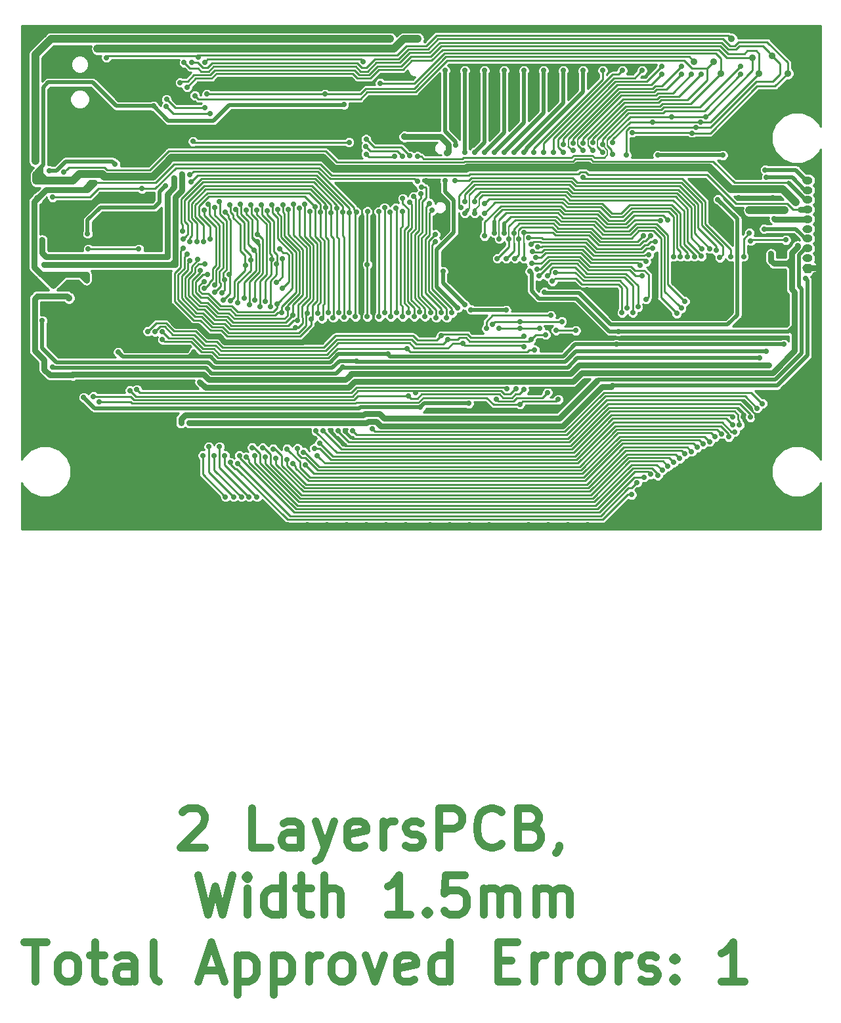
<source format=gbr>
G04 #@! TF.GenerationSoftware,KiCad,Pcbnew,5.0.0-rc2-unknown-4959f91~65~ubuntu16.04.1*
G04 #@! TF.CreationDate,2018-06-18T15:36:00+03:00*
G04 #@! TF.ProjectId,LCD-DRIVER_Rev_B,4C43442D4452495645525F5265765F42,B*
G04 #@! TF.SameCoordinates,Original*
G04 #@! TF.FileFunction,Copper,L1,Top,Signal*
G04 #@! TF.FilePolarity,Positive*
%FSLAX46Y46*%
G04 Gerber Fmt 4.6, Leading zero omitted, Abs format (unit mm)*
G04 Created by KiCad (PCBNEW 5.0.0-rc2-unknown-4959f91~65~ubuntu16.04.1) date Mon Jun 18 15:36:00 2018*
%MOMM*%
%LPD*%
G01*
G04 APERTURE LIST*
G04 #@! TA.AperFunction,NonConductor*
%ADD10C,1.016000*%
G04 #@! TD*
G04 #@! TA.AperFunction,ComponentPad*
%ADD11O,1.300000X1.000000*%
G04 #@! TD*
G04 #@! TA.AperFunction,ViaPad*
%ADD12C,0.700000*%
G04 #@! TD*
G04 #@! TA.AperFunction,ViaPad*
%ADD13C,0.900000*%
G04 #@! TD*
G04 #@! TA.AperFunction,Conductor*
%ADD14C,0.508000*%
G04 #@! TD*
G04 #@! TA.AperFunction,Conductor*
%ADD15C,1.016000*%
G04 #@! TD*
G04 #@! TA.AperFunction,Conductor*
%ADD16C,0.762000*%
G04 #@! TD*
G04 #@! TA.AperFunction,Conductor*
%ADD17C,0.254000*%
G04 #@! TD*
G04 #@! TA.AperFunction,Conductor*
%ADD18C,0.152400*%
G04 #@! TD*
G04 APERTURE END LIST*
D10*
X91228333Y-162420904D02*
X91470238Y-162179000D01*
X91954047Y-161937095D01*
X93163571Y-161937095D01*
X93647380Y-162179000D01*
X93889285Y-162420904D01*
X94131190Y-162904714D01*
X94131190Y-163388523D01*
X93889285Y-164114238D01*
X90986428Y-167017095D01*
X94131190Y-167017095D01*
X102597857Y-167017095D02*
X100178809Y-167017095D01*
X100178809Y-161937095D01*
X106468333Y-167017095D02*
X106468333Y-164356142D01*
X106226428Y-163872333D01*
X105742619Y-163630428D01*
X104775000Y-163630428D01*
X104291190Y-163872333D01*
X106468333Y-166775190D02*
X105984523Y-167017095D01*
X104775000Y-167017095D01*
X104291190Y-166775190D01*
X104049285Y-166291380D01*
X104049285Y-165807571D01*
X104291190Y-165323761D01*
X104775000Y-165081857D01*
X105984523Y-165081857D01*
X106468333Y-164839952D01*
X108403571Y-163630428D02*
X109613095Y-167017095D01*
X110822619Y-163630428D02*
X109613095Y-167017095D01*
X109129285Y-168226619D01*
X108887380Y-168468523D01*
X108403571Y-168710428D01*
X114693095Y-166775190D02*
X114209285Y-167017095D01*
X113241666Y-167017095D01*
X112757857Y-166775190D01*
X112515952Y-166291380D01*
X112515952Y-164356142D01*
X112757857Y-163872333D01*
X113241666Y-163630428D01*
X114209285Y-163630428D01*
X114693095Y-163872333D01*
X114935000Y-164356142D01*
X114935000Y-164839952D01*
X112515952Y-165323761D01*
X117112142Y-167017095D02*
X117112142Y-163630428D01*
X117112142Y-164598047D02*
X117354047Y-164114238D01*
X117595952Y-163872333D01*
X118079761Y-163630428D01*
X118563571Y-163630428D01*
X120015000Y-166775190D02*
X120498809Y-167017095D01*
X121466428Y-167017095D01*
X121950238Y-166775190D01*
X122192142Y-166291380D01*
X122192142Y-166049476D01*
X121950238Y-165565666D01*
X121466428Y-165323761D01*
X120740714Y-165323761D01*
X120256904Y-165081857D01*
X120015000Y-164598047D01*
X120015000Y-164356142D01*
X120256904Y-163872333D01*
X120740714Y-163630428D01*
X121466428Y-163630428D01*
X121950238Y-163872333D01*
X124369285Y-167017095D02*
X124369285Y-161937095D01*
X126304523Y-161937095D01*
X126788333Y-162179000D01*
X127030238Y-162420904D01*
X127272142Y-162904714D01*
X127272142Y-163630428D01*
X127030238Y-164114238D01*
X126788333Y-164356142D01*
X126304523Y-164598047D01*
X124369285Y-164598047D01*
X132352142Y-166533285D02*
X132110238Y-166775190D01*
X131384523Y-167017095D01*
X130900714Y-167017095D01*
X130175000Y-166775190D01*
X129691190Y-166291380D01*
X129449285Y-165807571D01*
X129207380Y-164839952D01*
X129207380Y-164114238D01*
X129449285Y-163146619D01*
X129691190Y-162662809D01*
X130175000Y-162179000D01*
X130900714Y-161937095D01*
X131384523Y-161937095D01*
X132110238Y-162179000D01*
X132352142Y-162420904D01*
X136222619Y-164356142D02*
X136948333Y-164598047D01*
X137190238Y-164839952D01*
X137432142Y-165323761D01*
X137432142Y-166049476D01*
X137190238Y-166533285D01*
X136948333Y-166775190D01*
X136464523Y-167017095D01*
X134529285Y-167017095D01*
X134529285Y-161937095D01*
X136222619Y-161937095D01*
X136706428Y-162179000D01*
X136948333Y-162420904D01*
X137190238Y-162904714D01*
X137190238Y-163388523D01*
X136948333Y-163872333D01*
X136706428Y-164114238D01*
X136222619Y-164356142D01*
X134529285Y-164356142D01*
X139851190Y-166775190D02*
X139851190Y-167017095D01*
X139609285Y-167500904D01*
X139367380Y-167742809D01*
X93284523Y-170573095D02*
X94494047Y-175653095D01*
X95461666Y-172024523D01*
X96429285Y-175653095D01*
X97638809Y-170573095D01*
X99574047Y-175653095D02*
X99574047Y-172266428D01*
X99574047Y-170573095D02*
X99332142Y-170815000D01*
X99574047Y-171056904D01*
X99815952Y-170815000D01*
X99574047Y-170573095D01*
X99574047Y-171056904D01*
X104170238Y-175653095D02*
X104170238Y-170573095D01*
X104170238Y-175411190D02*
X103686428Y-175653095D01*
X102718809Y-175653095D01*
X102235000Y-175411190D01*
X101993095Y-175169285D01*
X101751190Y-174685476D01*
X101751190Y-173234047D01*
X101993095Y-172750238D01*
X102235000Y-172508333D01*
X102718809Y-172266428D01*
X103686428Y-172266428D01*
X104170238Y-172508333D01*
X105863571Y-172266428D02*
X107798809Y-172266428D01*
X106589285Y-170573095D02*
X106589285Y-174927380D01*
X106831190Y-175411190D01*
X107315000Y-175653095D01*
X107798809Y-175653095D01*
X109492142Y-175653095D02*
X109492142Y-170573095D01*
X111669285Y-175653095D02*
X111669285Y-172992142D01*
X111427380Y-172508333D01*
X110943571Y-172266428D01*
X110217857Y-172266428D01*
X109734047Y-172508333D01*
X109492142Y-172750238D01*
X120619761Y-175653095D02*
X117716904Y-175653095D01*
X119168333Y-175653095D02*
X119168333Y-170573095D01*
X118684523Y-171298809D01*
X118200714Y-171782619D01*
X117716904Y-172024523D01*
X122796904Y-175169285D02*
X123038809Y-175411190D01*
X122796904Y-175653095D01*
X122555000Y-175411190D01*
X122796904Y-175169285D01*
X122796904Y-175653095D01*
X127635000Y-170573095D02*
X125215952Y-170573095D01*
X124974047Y-172992142D01*
X125215952Y-172750238D01*
X125699761Y-172508333D01*
X126909285Y-172508333D01*
X127393095Y-172750238D01*
X127635000Y-172992142D01*
X127876904Y-173475952D01*
X127876904Y-174685476D01*
X127635000Y-175169285D01*
X127393095Y-175411190D01*
X126909285Y-175653095D01*
X125699761Y-175653095D01*
X125215952Y-175411190D01*
X124974047Y-175169285D01*
X130054047Y-175653095D02*
X130054047Y-172266428D01*
X130054047Y-172750238D02*
X130295952Y-172508333D01*
X130779761Y-172266428D01*
X131505476Y-172266428D01*
X131989285Y-172508333D01*
X132231190Y-172992142D01*
X132231190Y-175653095D01*
X132231190Y-172992142D02*
X132473095Y-172508333D01*
X132956904Y-172266428D01*
X133682619Y-172266428D01*
X134166428Y-172508333D01*
X134408333Y-172992142D01*
X134408333Y-175653095D01*
X136827380Y-175653095D02*
X136827380Y-172266428D01*
X136827380Y-172750238D02*
X137069285Y-172508333D01*
X137553095Y-172266428D01*
X138278809Y-172266428D01*
X138762619Y-172508333D01*
X139004523Y-172992142D01*
X139004523Y-175653095D01*
X139004523Y-172992142D02*
X139246428Y-172508333D01*
X139730238Y-172266428D01*
X140455952Y-172266428D01*
X140939761Y-172508333D01*
X141181666Y-172992142D01*
X141181666Y-175653095D01*
X70787380Y-179209095D02*
X73690238Y-179209095D01*
X72238809Y-184289095D02*
X72238809Y-179209095D01*
X76109285Y-184289095D02*
X75625476Y-184047190D01*
X75383571Y-183805285D01*
X75141666Y-183321476D01*
X75141666Y-181870047D01*
X75383571Y-181386238D01*
X75625476Y-181144333D01*
X76109285Y-180902428D01*
X76835000Y-180902428D01*
X77318809Y-181144333D01*
X77560714Y-181386238D01*
X77802619Y-181870047D01*
X77802619Y-183321476D01*
X77560714Y-183805285D01*
X77318809Y-184047190D01*
X76835000Y-184289095D01*
X76109285Y-184289095D01*
X79254047Y-180902428D02*
X81189285Y-180902428D01*
X79979761Y-179209095D02*
X79979761Y-183563380D01*
X80221666Y-184047190D01*
X80705476Y-184289095D01*
X81189285Y-184289095D01*
X85059761Y-184289095D02*
X85059761Y-181628142D01*
X84817857Y-181144333D01*
X84334047Y-180902428D01*
X83366428Y-180902428D01*
X82882619Y-181144333D01*
X85059761Y-184047190D02*
X84575952Y-184289095D01*
X83366428Y-184289095D01*
X82882619Y-184047190D01*
X82640714Y-183563380D01*
X82640714Y-183079571D01*
X82882619Y-182595761D01*
X83366428Y-182353857D01*
X84575952Y-182353857D01*
X85059761Y-182111952D01*
X88204523Y-184289095D02*
X87720714Y-184047190D01*
X87478809Y-183563380D01*
X87478809Y-179209095D01*
X93768333Y-182837666D02*
X96187380Y-182837666D01*
X93284523Y-184289095D02*
X94977857Y-179209095D01*
X96671190Y-184289095D01*
X98364523Y-180902428D02*
X98364523Y-185982428D01*
X98364523Y-181144333D02*
X98848333Y-180902428D01*
X99815952Y-180902428D01*
X100299761Y-181144333D01*
X100541666Y-181386238D01*
X100783571Y-181870047D01*
X100783571Y-183321476D01*
X100541666Y-183805285D01*
X100299761Y-184047190D01*
X99815952Y-184289095D01*
X98848333Y-184289095D01*
X98364523Y-184047190D01*
X102960714Y-180902428D02*
X102960714Y-185982428D01*
X102960714Y-181144333D02*
X103444523Y-180902428D01*
X104412142Y-180902428D01*
X104895952Y-181144333D01*
X105137857Y-181386238D01*
X105379761Y-181870047D01*
X105379761Y-183321476D01*
X105137857Y-183805285D01*
X104895952Y-184047190D01*
X104412142Y-184289095D01*
X103444523Y-184289095D01*
X102960714Y-184047190D01*
X107556904Y-184289095D02*
X107556904Y-180902428D01*
X107556904Y-181870047D02*
X107798809Y-181386238D01*
X108040714Y-181144333D01*
X108524523Y-180902428D01*
X109008333Y-180902428D01*
X111427380Y-184289095D02*
X110943571Y-184047190D01*
X110701666Y-183805285D01*
X110459761Y-183321476D01*
X110459761Y-181870047D01*
X110701666Y-181386238D01*
X110943571Y-181144333D01*
X111427380Y-180902428D01*
X112153095Y-180902428D01*
X112636904Y-181144333D01*
X112878809Y-181386238D01*
X113120714Y-181870047D01*
X113120714Y-183321476D01*
X112878809Y-183805285D01*
X112636904Y-184047190D01*
X112153095Y-184289095D01*
X111427380Y-184289095D01*
X114814047Y-180902428D02*
X116023571Y-184289095D01*
X117233095Y-180902428D01*
X121103571Y-184047190D02*
X120619761Y-184289095D01*
X119652142Y-184289095D01*
X119168333Y-184047190D01*
X118926428Y-183563380D01*
X118926428Y-181628142D01*
X119168333Y-181144333D01*
X119652142Y-180902428D01*
X120619761Y-180902428D01*
X121103571Y-181144333D01*
X121345476Y-181628142D01*
X121345476Y-182111952D01*
X118926428Y-182595761D01*
X125699761Y-184289095D02*
X125699761Y-179209095D01*
X125699761Y-184047190D02*
X125215952Y-184289095D01*
X124248333Y-184289095D01*
X123764523Y-184047190D01*
X123522619Y-183805285D01*
X123280714Y-183321476D01*
X123280714Y-181870047D01*
X123522619Y-181386238D01*
X123764523Y-181144333D01*
X124248333Y-180902428D01*
X125215952Y-180902428D01*
X125699761Y-181144333D01*
X131989285Y-181628142D02*
X133682619Y-181628142D01*
X134408333Y-184289095D02*
X131989285Y-184289095D01*
X131989285Y-179209095D01*
X134408333Y-179209095D01*
X136585476Y-184289095D02*
X136585476Y-180902428D01*
X136585476Y-181870047D02*
X136827380Y-181386238D01*
X137069285Y-181144333D01*
X137553095Y-180902428D01*
X138036904Y-180902428D01*
X139730238Y-184289095D02*
X139730238Y-180902428D01*
X139730238Y-181870047D02*
X139972142Y-181386238D01*
X140214047Y-181144333D01*
X140697857Y-180902428D01*
X141181666Y-180902428D01*
X143600714Y-184289095D02*
X143116904Y-184047190D01*
X142875000Y-183805285D01*
X142633095Y-183321476D01*
X142633095Y-181870047D01*
X142875000Y-181386238D01*
X143116904Y-181144333D01*
X143600714Y-180902428D01*
X144326428Y-180902428D01*
X144810238Y-181144333D01*
X145052142Y-181386238D01*
X145294047Y-181870047D01*
X145294047Y-183321476D01*
X145052142Y-183805285D01*
X144810238Y-184047190D01*
X144326428Y-184289095D01*
X143600714Y-184289095D01*
X147471190Y-184289095D02*
X147471190Y-180902428D01*
X147471190Y-181870047D02*
X147713095Y-181386238D01*
X147955000Y-181144333D01*
X148438809Y-180902428D01*
X148922619Y-180902428D01*
X150374047Y-184047190D02*
X150857857Y-184289095D01*
X151825476Y-184289095D01*
X152309285Y-184047190D01*
X152551190Y-183563380D01*
X152551190Y-183321476D01*
X152309285Y-182837666D01*
X151825476Y-182595761D01*
X151099761Y-182595761D01*
X150615952Y-182353857D01*
X150374047Y-181870047D01*
X150374047Y-181628142D01*
X150615952Y-181144333D01*
X151099761Y-180902428D01*
X151825476Y-180902428D01*
X152309285Y-181144333D01*
X154728333Y-183805285D02*
X154970238Y-184047190D01*
X154728333Y-184289095D01*
X154486428Y-184047190D01*
X154728333Y-183805285D01*
X154728333Y-184289095D01*
X154728333Y-181144333D02*
X154970238Y-181386238D01*
X154728333Y-181628142D01*
X154486428Y-181386238D01*
X154728333Y-181144333D01*
X154728333Y-181628142D01*
X163678809Y-184289095D02*
X160775952Y-184289095D01*
X162227380Y-184289095D02*
X162227380Y-179209095D01*
X161743571Y-179934809D01*
X161259761Y-180418619D01*
X160775952Y-180660523D01*
D11*
G04 #@! TO.P,PWR1,1*
G04 #@! TO.N,VGH*
X171831000Y-80989000D03*
G04 #@! TO.P,PWR1,2*
G04 #@! TO.N,AVDD*
X171831000Y-82239000D03*
G04 #@! TO.P,PWR1,3*
G04 #@! TO.N,+5V*
X171831000Y-83489000D03*
G04 #@! TO.P,PWR1,4*
G04 #@! TO.N,VDD*
X171831000Y-84739000D03*
G04 #@! TO.P,PWR1,5*
G04 #@! TO.N,VCOM*
X171831000Y-85989000D03*
G04 #@! TO.P,PWR1,6*
G04 #@! TO.N,+3V3*
X171831000Y-87239000D03*
G04 #@! TO.P,PWR1,7*
G04 #@! TO.N,VGL*
X171831000Y-88489000D03*
G04 #@! TO.P,PWR1,8*
G04 #@! TO.N,VLED+*
X171831000Y-89739000D03*
G04 #@! TO.P,PWR1,9*
G04 #@! TO.N,VLED-*
X171831000Y-90989000D03*
G04 #@! TO.P,PWR1,10*
G04 #@! TO.N,GND*
X171831000Y-92239000D03*
G04 #@! TD*
D12*
G04 #@! TO.N,+3V3*
X93472000Y-106976010D03*
X78996720Y-87849862D03*
D13*
X72390000Y-81026000D03*
X77089000Y-81026000D03*
D12*
X170307000Y-83820000D03*
X148209000Y-105791000D03*
X167132000Y-90424000D03*
X170561000Y-89408000D03*
X89027000Y-81661000D03*
D13*
X89027000Y-78867000D03*
D12*
X104140000Y-91059000D03*
X103378000Y-94107000D03*
X149890022Y-79349838D03*
X136017000Y-92710000D03*
X124841000Y-92710000D03*
X127635000Y-97028000D03*
X87503002Y-71374000D03*
X112035496Y-71204012D03*
X147447000Y-100457000D03*
G04 #@! TO.N,VDD*
X74549000Y-94530002D03*
X78867000Y-93853000D03*
X78867000Y-93091000D03*
X79406506Y-81280000D03*
X79079000Y-81934329D03*
D13*
X72517000Y-83312000D03*
D12*
G04 #@! TO.N,+5V*
X75946000Y-79925010D03*
D13*
G04 #@! TO.N,/LCD_5.0V*
X72263000Y-78486000D03*
X110490006Y-62738000D03*
X117983000Y-62738000D03*
D12*
G04 #@! TO.N,GND*
X115824000Y-89027000D03*
X114300000Y-89027000D03*
X115824000Y-86995000D03*
X114300000Y-86995000D03*
X115824000Y-98044000D03*
X114300000Y-98044000D03*
X87249000Y-83566000D03*
D13*
X87122000Y-72644000D03*
X74803000Y-61468000D03*
X74803000Y-72644000D03*
X173101000Y-71755000D03*
X173101000Y-61468000D03*
X71120000Y-121539000D03*
X73025000Y-114681000D03*
X75184000Y-114681000D03*
X70993000Y-109855000D03*
X70993000Y-112395000D03*
X70993000Y-115697000D03*
X70993000Y-114681000D03*
X73914000Y-122555000D03*
X76200000Y-125349000D03*
X73914000Y-125349000D03*
X71120000Y-122555000D03*
X80010000Y-125349000D03*
X81915000Y-125349000D03*
X84455000Y-125349000D03*
X86995000Y-125349000D03*
X89535000Y-125349000D03*
X92075000Y-125349000D03*
X94615000Y-125349000D03*
X97155000Y-125349000D03*
X99695000Y-125349000D03*
X102235000Y-125349000D03*
X172847000Y-122555004D03*
X170180000Y-123190000D03*
X166624000Y-120650000D03*
X166624000Y-123190000D03*
X168910000Y-114554000D03*
X170815000Y-114554000D03*
X172847000Y-99060000D03*
X172847000Y-101600000D03*
X172847000Y-104140000D03*
X172847000Y-106680000D03*
X172847000Y-94742000D03*
X172847000Y-96520000D03*
X172847000Y-108839000D03*
X172847000Y-114554000D03*
X172847000Y-112522000D03*
X78105000Y-125349000D03*
D12*
X85090000Y-102489000D03*
X91694000Y-102489000D03*
D13*
X78740000Y-98933000D03*
X77343000Y-119761000D03*
X70993000Y-107442000D03*
X70993000Y-94361000D03*
D12*
X78605099Y-85224901D03*
X80487001Y-83032999D03*
X76171999Y-86868000D03*
X76171999Y-86106000D03*
X78105000Y-85725000D03*
D13*
X70993000Y-97028000D03*
X83693000Y-61468000D03*
X108839000Y-61468000D03*
X88646000Y-61468000D03*
X112395000Y-61468000D03*
X115443000Y-73025000D03*
X120650000Y-73025000D03*
X122047000Y-73024998D03*
X123317000Y-73025000D03*
D12*
X167360794Y-83232107D03*
X162941008Y-83185000D03*
X160020000Y-75946000D03*
X161797998Y-75946000D03*
X156591000Y-75946000D03*
X153289000Y-75946000D03*
X166876232Y-89528811D03*
X168865878Y-90666132D03*
D13*
X84836002Y-120142000D03*
X85852000Y-120142000D03*
D12*
X163553976Y-111505719D03*
X165354000Y-111505994D03*
X151003000Y-75946000D03*
X140589000Y-107950000D03*
X143002000Y-101219000D03*
X142978676Y-106910676D03*
D13*
X133346371Y-125513290D03*
D12*
X125095000Y-85344000D03*
X115821651Y-84451157D03*
X87122000Y-78486000D03*
X114300603Y-84370010D03*
X143002000Y-98425000D03*
X143002000Y-99822000D03*
X129413000Y-93980000D03*
X129413000Y-89408000D03*
D13*
X172847000Y-93218000D03*
X173101000Y-90297000D03*
X173101000Y-87884000D03*
X173101000Y-85471000D03*
X173101000Y-82931000D03*
X173101000Y-80391000D03*
X173101000Y-78232000D03*
X173101000Y-69215000D03*
X173101000Y-66675000D03*
X173101000Y-64135000D03*
X171450000Y-61468000D03*
X169545000Y-61468000D03*
X167005000Y-61468000D03*
X164465000Y-61468000D03*
X161925000Y-61468000D03*
X159385000Y-61468000D03*
X156845000Y-61468000D03*
X154305000Y-61468000D03*
X151765000Y-61468000D03*
X149225000Y-61468000D03*
X146685000Y-61468000D03*
X144145000Y-61468000D03*
X141605000Y-61468000D03*
X139065000Y-61468000D03*
X136525000Y-61468000D03*
X133985000Y-61468000D03*
X131445000Y-61468000D03*
X128905000Y-61468000D03*
X126365000Y-61468000D03*
X123825000Y-61468000D03*
X121285000Y-61468000D03*
X118745000Y-61468000D03*
X116205000Y-61468000D03*
X114300000Y-61468000D03*
X110490000Y-61468000D03*
X106680000Y-61468000D03*
X104140000Y-61468000D03*
X101600000Y-61468000D03*
X99060000Y-61468000D03*
X96520000Y-61468000D03*
X93980000Y-61468000D03*
X91440000Y-61468000D03*
X86360000Y-61468000D03*
X78105000Y-61468000D03*
X80645000Y-61468000D03*
X70993000Y-90170000D03*
X70993000Y-85725000D03*
X70993000Y-80010000D03*
X83693000Y-68580000D03*
X86106000Y-68580000D03*
X83693000Y-74041000D03*
X84836000Y-74041000D03*
X171450000Y-62865000D03*
X171450000Y-65405000D03*
X171450000Y-67945000D03*
X171450000Y-70485000D03*
X170180000Y-71755000D03*
X170180000Y-69215000D03*
X148590000Y-125476000D03*
X151130000Y-125476000D03*
X153670000Y-125476000D03*
X156210000Y-125476000D03*
X158750000Y-125476000D03*
X161290000Y-125476000D03*
X163830000Y-125476000D03*
X166624000Y-125476000D03*
X168275000Y-125476000D03*
X170180000Y-125476000D03*
X170815000Y-112522000D03*
X168910000Y-112522000D03*
X166624000Y-114554000D03*
X166624000Y-116840000D03*
X167767000Y-115697000D03*
X166624000Y-112522000D03*
X166624000Y-118110000D03*
X168275000Y-123190000D03*
X165100000Y-123190000D03*
X162560000Y-123190000D03*
X160020000Y-123190000D03*
X157480000Y-123190000D03*
X154940000Y-123190000D03*
X152400000Y-123190000D03*
X149860000Y-123190000D03*
X163830000Y-120650000D03*
X161290000Y-120650000D03*
X158750000Y-120650000D03*
X156210000Y-120650000D03*
X153670000Y-120650000D03*
X163830000Y-118110000D03*
X163830000Y-115570000D03*
X161290000Y-118110000D03*
X158750000Y-118110000D03*
X156210000Y-118110000D03*
X169000000Y-110650000D03*
D12*
X141277010Y-101231131D03*
X128905000Y-66802000D03*
X131445000Y-66802000D03*
X133985000Y-66802000D03*
X126365000Y-66802000D03*
X136525000Y-66802000D03*
X139065000Y-66802000D03*
X141605000Y-66802000D03*
X144145000Y-66802000D03*
D13*
X86995000Y-121285000D03*
X89535000Y-121285000D03*
X92075000Y-121285000D03*
X94615000Y-121285000D03*
X88265000Y-120015000D03*
X90805000Y-120015000D03*
X93345000Y-120015000D03*
X92075000Y-118745000D03*
X92075000Y-116205000D03*
X92075000Y-113665000D03*
X90805000Y-117475000D03*
X90805000Y-114935000D03*
X89535000Y-118745000D03*
X88265000Y-117475000D03*
X89535000Y-116205000D03*
X88265000Y-114935000D03*
X89535000Y-113665000D03*
X86995000Y-116205000D03*
X85725000Y-114935000D03*
X86995000Y-113665000D03*
X73025000Y-112395000D03*
X73025000Y-109855000D03*
X73025000Y-107315000D03*
X74930000Y-123825000D03*
X74803000Y-69850000D03*
X76200000Y-71120000D03*
X77470000Y-72644000D03*
X74803000Y-66675000D03*
X74803000Y-64135000D03*
X78105000Y-64135000D03*
X76200000Y-65405000D03*
X115443000Y-71755000D03*
X115443000Y-70485000D03*
X166370000Y-73660000D03*
D12*
X133985000Y-93980000D03*
X133985000Y-95631000D03*
X135255000Y-94615000D03*
X135255000Y-96520000D03*
X131826000Y-93980000D03*
X130683000Y-95631000D03*
X127635000Y-95631000D03*
X127635000Y-93980000D03*
X129540000Y-95631000D03*
X125730000Y-93980000D03*
X125730000Y-91440000D03*
X127635000Y-91440000D03*
X129413000Y-91440000D03*
X125730000Y-89535000D03*
X127635000Y-89535000D03*
D13*
X85725000Y-93345000D03*
X88265000Y-93345000D03*
X86995000Y-94615000D03*
X85725000Y-95885000D03*
X88265000Y-95885000D03*
X88265000Y-98425000D03*
X86995000Y-97155000D03*
X85090010Y-98933000D03*
X85090010Y-100965000D03*
X82677000Y-74041000D03*
D12*
X110340978Y-113284283D03*
X112228275Y-113312712D03*
D13*
X128273240Y-125491010D03*
X109855000Y-125491010D03*
X146050812Y-125481017D03*
X125730000Y-125491010D03*
X107315000Y-125491010D03*
X143510000Y-125491010D03*
X135890000Y-125491010D03*
X104773709Y-125490888D03*
X130810002Y-125491010D03*
X140970000Y-125491010D03*
X138430000Y-125491010D03*
X123190000Y-125491010D03*
X114935000Y-125491010D03*
X117475000Y-125491010D03*
X112395000Y-125491010D03*
X120015000Y-125491010D03*
D12*
X123444000Y-110638000D03*
X129413000Y-100075994D03*
X133985000Y-96774000D03*
X131826000Y-96774000D03*
X129413000Y-96774000D03*
X136525004Y-96774000D03*
X161163000Y-85979000D03*
X122682000Y-81026000D03*
X159131000Y-81915000D03*
X136398000Y-107950000D03*
X143383000Y-95038000D03*
X91801274Y-70315011D03*
D13*
X87122000Y-74295000D03*
D12*
G04 #@! TO.N,Net-(C4-Pad2)*
X119632033Y-83311719D03*
X120362324Y-98021955D03*
G04 #@! TO.N,VCOM*
X117729000Y-103378000D03*
X82931000Y-103124010D03*
X112710032Y-76072991D03*
X168783000Y-102108000D03*
X92690593Y-103082000D03*
X94064809Y-94905466D03*
X147193000Y-102108000D03*
X167543737Y-85948267D03*
X92583000Y-75946000D03*
X94024131Y-84850850D03*
G04 #@! TO.N,RTP_X-(X1)*
X123444000Y-84836000D03*
X124629988Y-98044000D03*
X124587000Y-101007010D03*
X86741000Y-100457000D03*
X135255006Y-101050287D03*
G04 #@! TO.N,RTP_Y-(Y1)*
X138049000Y-100883498D03*
X136155979Y-101523568D03*
X123825000Y-87937002D03*
X125306990Y-98680405D03*
X125475988Y-101515010D03*
X87669583Y-100485855D03*
D13*
G04 #@! TO.N,/LCD_3.3V*
X121539014Y-62738000D03*
X109601000Y-64008000D03*
X118490998Y-64008000D03*
X125393464Y-77416955D03*
X80264000Y-64008000D03*
X119857465Y-75341535D03*
D12*
X126746000Y-97409000D03*
X125095000Y-81026000D03*
G04 #@! TO.N,VGH*
X118110000Y-98552000D03*
X111852344Y-105071010D03*
X166370000Y-79629000D03*
X165661949Y-103843990D03*
X117978895Y-85053133D03*
X74510298Y-105087846D03*
G04 #@! TO.N,AVDD*
X119634000Y-98552000D03*
X119634000Y-84963000D03*
D13*
X77089000Y-106045000D03*
D12*
X72517000Y-95885000D03*
D13*
X76581000Y-96139000D03*
D12*
X112903000Y-106045004D03*
X166537261Y-80566643D03*
X166878000Y-104774990D03*
G04 #@! TO.N,Net-(C20-Pad2)*
X74019367Y-79697280D03*
X82550000Y-78867000D03*
G04 #@! TO.N,VGL*
X118872000Y-98044000D03*
X73152000Y-99060000D03*
X113665000Y-104267000D03*
X166497000Y-102997000D03*
X118713258Y-84532813D03*
X166243000Y-87249004D03*
D13*
G04 #@! TO.N,/LCD_PWRE*
X162052000Y-62738000D03*
D12*
X93250624Y-65066010D03*
X81407000Y-65151000D03*
X163195000Y-66294000D03*
X145409675Y-77356292D03*
D13*
G04 #@! TO.N,/LCD_L/R*
X159766000Y-65659000D03*
D12*
X144157264Y-77099525D03*
X92819331Y-70040988D03*
G04 #@! TO.N,L/R*
X116586000Y-98552000D03*
X164338000Y-87756992D03*
X163592879Y-90798903D03*
X165353843Y-110344029D03*
X116534394Y-85000720D03*
X113157000Y-113283982D03*
G04 #@! TO.N,RTP_Y+(Y2)*
X123063000Y-83947000D03*
X123952979Y-98686037D03*
X88631249Y-101489999D03*
X136631623Y-102858310D03*
X120168012Y-102680740D03*
G04 #@! TO.N,RTP_X+(X2)*
X125984000Y-98044000D03*
X123859843Y-88866625D03*
X88616719Y-100518032D03*
X135248445Y-102404299D03*
X127381000Y-101981000D03*
G04 #@! TO.N,/LCD_DE*
X158115000Y-67310000D03*
X95389455Y-95395519D03*
X147908054Y-98044000D03*
X138937992Y-93980000D03*
X142901847Y-76158410D03*
X95378142Y-84457346D03*
G04 #@! TO.N,/LCD_VSYNC*
X89170602Y-70527010D03*
X155575000Y-67310000D03*
X96773994Y-121793000D03*
X93853004Y-116459000D03*
X96284103Y-95493633D03*
X96689717Y-93765953D03*
X139355141Y-92869297D03*
X141609137Y-76200425D03*
X148585064Y-97393558D03*
X95945172Y-83707389D03*
X94107000Y-71628000D03*
G04 #@! TO.N,/LCD_HSYNC*
X155575000Y-66294000D03*
X97801013Y-121793000D03*
X94615000Y-115316000D03*
X96520766Y-96371486D03*
X97263934Y-93072919D03*
X138295835Y-93293603D03*
X141596210Y-77100344D03*
X96732153Y-85071433D03*
X89145963Y-71434401D03*
X94800758Y-72373252D03*
X149296228Y-98032690D03*
G04 #@! TO.N,/LCD_CLK*
X115062000Y-98552000D03*
D13*
X157226000Y-65643990D03*
D12*
X156845000Y-67310000D03*
X164453987Y-111506000D03*
X115089491Y-84974572D03*
X103740015Y-89820197D03*
X115062000Y-91821000D03*
X104140000Y-94869000D03*
X142875000Y-77092866D03*
X142877903Y-80577570D03*
X111272383Y-113252888D03*
X161925000Y-90805000D03*
X109601000Y-69850000D03*
X94360998Y-69850000D03*
G04 #@! TO.N,/LCD_B7*
X153035000Y-67310000D03*
X98817013Y-121793000D03*
X95334011Y-116459006D03*
X97415124Y-96472209D03*
X99327875Y-91947991D03*
X97293133Y-84122720D03*
X137222966Y-93272193D03*
X140335000Y-76327000D03*
X149973238Y-97282000D03*
G04 #@! TO.N,/LCD_B6*
X153035000Y-66294000D03*
X99822008Y-121793000D03*
X96011013Y-115316000D03*
X100016073Y-91259807D03*
X98107077Y-84752684D03*
X140320386Y-77342932D03*
X150479764Y-93279696D03*
X136954962Y-92413011D03*
X98383984Y-96771785D03*
G04 #@! TO.N,/LCD_B5*
X96688023Y-116459000D03*
X100838000Y-121800043D03*
X151000000Y-96302376D03*
X100461948Y-89996971D03*
X98647276Y-84032819D03*
X99175937Y-96197550D03*
X136271006Y-91694000D03*
G04 #@! TO.N,/LCD_B4*
X139065000Y-77343000D03*
X97420010Y-117346524D03*
X100916986Y-88862703D03*
X99461112Y-84819556D03*
X150237624Y-91909106D03*
X136780404Y-90930596D03*
X150495006Y-66802000D03*
X99852947Y-97024114D03*
X149141366Y-121499230D03*
G04 #@! TO.N,/LCD_B3*
X149848987Y-119930010D03*
X100002138Y-84100312D03*
X100529949Y-96425557D03*
X151004963Y-91438774D03*
X136352260Y-90134804D03*
X100856218Y-87924345D03*
X98317376Y-117456420D03*
G04 #@! TO.N,/LCD_B2*
X137795000Y-77343000D03*
X150749000Y-119253000D03*
X151386452Y-90541124D03*
X100815204Y-84853897D03*
X137027587Y-89532350D03*
X147955000Y-66801986D03*
X101206958Y-97219143D03*
X98563531Y-116445389D03*
G04 #@! TO.N,/LCD_B1*
X151584021Y-118884430D03*
X151877356Y-89736724D03*
X102732116Y-91153731D03*
X101356149Y-84134047D03*
X101883960Y-96619544D03*
X136165096Y-89254469D03*
X99442412Y-116639268D03*
G04 #@! TO.N,/LCD_B0*
X136525000Y-77343000D03*
X152523231Y-119024124D03*
X152153577Y-88874847D03*
X103381728Y-91776648D03*
X102170185Y-84869673D03*
X135863312Y-88406561D03*
X145415000Y-66802000D03*
X102560969Y-97231760D03*
X100522517Y-116465955D03*
G04 #@! TO.N,/LCD_G7*
X153091679Y-118326350D03*
X151637594Y-88137431D03*
X135255000Y-91058998D03*
X102716431Y-84154386D03*
X135246210Y-87729551D03*
X103405737Y-96921295D03*
X94038942Y-94005826D03*
X100195498Y-115437813D03*
G04 #@! TO.N,/LCD_G6*
X135255000Y-77343000D03*
X153840284Y-117826738D03*
X134112000Y-91059000D03*
X104013000Y-98044000D03*
X94427553Y-93145244D03*
X103524196Y-84711044D03*
X150675126Y-88142461D03*
X134610901Y-88519000D03*
X142875000Y-66802008D03*
X101878087Y-116655300D03*
G04 #@! TO.N,/LCD_G5*
X154588934Y-117327193D03*
X132969000Y-91059000D03*
X133984691Y-87754141D03*
X104775000Y-97536000D03*
X154959329Y-98141472D03*
X104198790Y-84109180D03*
X93511229Y-92566395D03*
X101549509Y-115450752D03*
G04 #@! TO.N,/LCD_G4*
X133985000Y-77343000D03*
X155346288Y-116840946D03*
X131826000Y-91059000D03*
X105494012Y-98318912D03*
X94107291Y-91791232D03*
X104890166Y-84688279D03*
X133332191Y-88519000D03*
X155552935Y-97464971D03*
X140335000Y-66802000D03*
X103285588Y-116803707D03*
G04 #@! TO.N,/LCD_G3*
X156039259Y-116266653D03*
X132714995Y-87754189D03*
X156006946Y-96569260D03*
X106045004Y-99060000D03*
X105552801Y-84065428D03*
X93144028Y-91128940D03*
X102903529Y-115605510D03*
G04 #@! TO.N,/LCD_G2*
X132715000Y-77343000D03*
X156880539Y-115946857D03*
X132080000Y-88519000D03*
X152892585Y-86148876D03*
X105791000Y-99955826D03*
X106278895Y-84597226D03*
X92165229Y-91306671D03*
X137795000Y-66802000D03*
X104736215Y-116957397D03*
G04 #@! TO.N,/LCD_G1*
X157595000Y-115399529D03*
X131444995Y-87754189D03*
X153791470Y-86061237D03*
X107302035Y-98102436D03*
X106996377Y-84053865D03*
X91854914Y-90461848D03*
X105470863Y-117477300D03*
G04 #@! TO.N,/LCD_G0*
X131445000Y-77343000D03*
X158375734Y-114951783D03*
X154550210Y-90800004D03*
X107853022Y-98878045D03*
X130175000Y-88138000D03*
X91315740Y-89741214D03*
X107673387Y-85022736D03*
X135255000Y-66802000D03*
X104711551Y-115599074D03*
G04 #@! TO.N,/LCD_R7*
X130175000Y-85217000D03*
X159227933Y-114662339D03*
X155450221Y-90800012D03*
X108656047Y-98073446D03*
X108350361Y-84384983D03*
X94827827Y-88555133D03*
X107023249Y-117639755D03*
G04 #@! TO.N,/LCD_R6*
X130175000Y-77343000D03*
X130175000Y-83947000D03*
X159890448Y-114053163D03*
X156350234Y-90800012D03*
X109208907Y-98783635D03*
X109027398Y-85100818D03*
X132715000Y-66801996D03*
X93983542Y-88866908D03*
X106065562Y-115548811D03*
G04 #@! TO.N,/LCD_R5*
X128905000Y-85217000D03*
X157252546Y-90790356D03*
X160704747Y-113669837D03*
X110010058Y-98062305D03*
X109704373Y-84459649D03*
X93083531Y-88866833D03*
X106837498Y-116032992D03*
G04 #@! TO.N,/LCD_R4*
X128905000Y-77343000D03*
X128905000Y-83693000D03*
X158152119Y-90762483D03*
X161671000Y-114046000D03*
X110658909Y-98686014D03*
X110381410Y-85121097D03*
X130175000Y-66802000D03*
X92183569Y-88876329D03*
X108585000Y-116459000D03*
G04 #@! TO.N,/LCD_R3*
X127635000Y-85217000D03*
X162433000Y-113411000D03*
X111364069Y-98025686D03*
X111109855Y-84591023D03*
X91312994Y-88519000D03*
X108227778Y-115546222D03*
X158242000Y-89789000D03*
G04 #@! TO.N,/LCD_R2*
X127635000Y-77343000D03*
X162156965Y-112520587D03*
X91229800Y-87547276D03*
X112064533Y-98590815D03*
X111868108Y-85075868D03*
X127635000Y-66802000D03*
X108931785Y-114842223D03*
X159225852Y-89779917D03*
X127636405Y-83691595D03*
G04 #@! TO.N,/LCD_R1*
X162167989Y-111505717D03*
X92317446Y-81141446D03*
X112778138Y-98042374D03*
X112764549Y-85155968D03*
X108446989Y-113284283D03*
X160094236Y-90016412D03*
X127127000Y-84455000D03*
G04 #@! TO.N,/LCD_R0*
X113538000Y-98552000D03*
X126422011Y-76454000D03*
X163068000Y-112522000D03*
X92200021Y-80249127D03*
X113661266Y-85079017D03*
X125095000Y-66802000D03*
X109347000Y-113284008D03*
X160528000Y-90932000D03*
X126365000Y-81026000D03*
G04 #@! TO.N,VLED+*
X90170000Y-80645010D03*
X73152000Y-88646000D03*
X89281000Y-90805014D03*
X144653000Y-106807000D03*
X91059000Y-112268000D03*
G04 #@! TO.N,VLED-*
X171577000Y-93599000D03*
X91186000Y-80137000D03*
X88264996Y-91821000D03*
X90297000Y-91821000D03*
X146685000Y-107430021D03*
X73406006Y-91821000D03*
X92075000Y-112268000D03*
D13*
G04 #@! TO.N,/RTP-X2/~CTP-RST*
X165608000Y-67183000D03*
D12*
X141943990Y-100330000D03*
X139700000Y-109220000D03*
X151841200Y-73448002D03*
X139403990Y-100302178D03*
X146679814Y-76066777D03*
X158048106Y-73448001D03*
X134747000Y-109839388D03*
X80449998Y-109558990D03*
X90933817Y-68362861D03*
D13*
G04 #@! TO.N,/RTP-X1/~CTP-INT*
X164719000Y-65151000D03*
D12*
X146679814Y-77603223D03*
X154305000Y-72771000D03*
X158749976Y-72771000D03*
X85344000Y-107950000D03*
X138726980Y-98394939D03*
X133078754Y-107865010D03*
X130429000Y-100076000D03*
X91821000Y-68961000D03*
D13*
G04 #@! TO.N,/RTP-Y2/CTP-SDA*
X169290998Y-67183000D03*
D12*
X149225000Y-74803000D03*
X156927740Y-74869798D03*
X79756000Y-108839000D03*
X134748563Y-100074218D03*
X132080000Y-100076000D03*
X137287000Y-100076010D03*
X120396000Y-108796990D03*
X135255000Y-107950000D03*
X92456000Y-65786000D03*
G04 #@! TO.N,/RTP-Y1/CTP-SCL*
X148463000Y-77724000D03*
X157433026Y-74125011D03*
X84453033Y-108077281D03*
X134746978Y-99174208D03*
X140147713Y-99188724D03*
D13*
X167259000Y-64897000D03*
D12*
X121285000Y-108331000D03*
X131191000Y-99568000D03*
X134230423Y-107882860D03*
X91440000Y-65786000D03*
G04 #@! TO.N,Net-(LCD-7in_DISP1-Pad45)*
X120511989Y-83820283D03*
X121110203Y-98522653D03*
G04 #@! TO.N,Net-(LCD-7in_DISP1-Pad49)*
X121995391Y-82728154D03*
X119634000Y-77851000D03*
X114874404Y-76612909D03*
X122501324Y-98530171D03*
G04 #@! TO.N,Net-(LCD-7in_DISP1-Pad50)*
X122039599Y-81829229D03*
X123275976Y-98044000D03*
X114899922Y-75680989D03*
X120562725Y-77822288D03*
G04 #@! TO.N,Net-(LCD-7in_DISP1-Pad47)*
X121031016Y-83058000D03*
X114899998Y-77597000D03*
X118618000Y-77893010D03*
X121808850Y-97955278D03*
G04 #@! TO.N,U/D*
X117348000Y-98044000D03*
X169037000Y-88646000D03*
X164507990Y-88762470D03*
X166034107Y-109754739D03*
X117276093Y-84490914D03*
X115697000Y-113030000D03*
G04 #@! TO.N,Net-(LCD-7in_DISP1-Pad8)*
X94564635Y-84072343D03*
X95380443Y-94444605D03*
D13*
G04 #@! TO.N,/LCD_U/D*
X160655000Y-67183000D03*
X164338000Y-84836000D03*
X168910000Y-84836000D03*
D12*
X144154258Y-76073000D03*
X114554000Y-65659000D03*
X116713000Y-68453000D03*
X94120214Y-65730776D03*
G04 #@! TO.N,/LCD_BKL*
X79079903Y-89830984D03*
X86010502Y-82042000D03*
X74479012Y-83142998D03*
X163195000Y-67310000D03*
X121505283Y-81104986D03*
X85590881Y-89823865D03*
X145408380Y-76324771D03*
X121523036Y-77866960D03*
G04 #@! TO.N,Net-(R25-Pad2)*
X138303000Y-108331000D03*
X131699000Y-109227043D03*
G04 #@! TO.N,+3.3VA*
X78486000Y-108966000D03*
X121920000Y-110236000D03*
X128143000Y-109728000D03*
X152527000Y-77724000D03*
X160909000Y-77724000D03*
X132969000Y-97717939D03*
X160274000Y-83439012D03*
X128439010Y-97663000D03*
X137922000Y-95377000D03*
G04 #@! TD*
D14*
G04 #@! TO.N,+3V3*
X73025000Y-79883000D02*
X73025000Y-79248000D01*
X73025000Y-79883000D02*
X72390000Y-79883000D01*
X73025000Y-80137000D02*
X73025000Y-79883000D01*
X72390000Y-79883000D02*
X72390000Y-81026000D01*
D15*
X72390000Y-80264000D02*
X72390000Y-81026000D01*
X77089000Y-81026000D02*
X73914000Y-81026000D01*
D14*
X73025000Y-81026000D02*
X73025000Y-80137000D01*
D15*
X73914000Y-81026000D02*
X73025000Y-81026000D01*
D14*
X73025000Y-80137000D02*
X73914000Y-81026000D01*
D15*
X73025000Y-81026000D02*
X72390000Y-81026000D01*
D14*
X73025000Y-79248000D02*
X73279000Y-78994000D01*
X73279000Y-78994000D02*
X72390000Y-79883000D01*
D16*
X170561000Y-89535000D02*
X170561000Y-89408000D01*
X169799000Y-90297000D02*
X170561000Y-89535000D01*
X167132000Y-91313000D02*
X167513000Y-91694000D01*
X167132000Y-90424000D02*
X167132000Y-91313000D01*
X167348118Y-105791000D02*
X148209000Y-105791000D01*
X169799000Y-94996000D02*
X170180000Y-95377000D01*
X170180000Y-102959118D02*
X167348118Y-105791000D01*
D14*
X88265000Y-83806974D02*
X88265000Y-82423000D01*
X88265000Y-82423000D02*
X89027000Y-81661000D01*
X78996720Y-87849862D02*
X78996720Y-86103280D01*
X80645000Y-84455000D02*
X87616974Y-84455000D01*
X87616974Y-84455000D02*
X88265000Y-83806974D01*
X78996720Y-86103280D02*
X80645000Y-84455000D01*
D17*
X104140000Y-93345000D02*
X103727999Y-93757001D01*
X103727999Y-93757001D02*
X103378000Y-94107000D01*
X104140000Y-91059000D02*
X104140000Y-93345000D01*
D15*
X143839679Y-79349838D02*
X149395048Y-79349838D01*
X149395048Y-79349838D02*
X149890022Y-79349838D01*
X109382129Y-78066960D02*
X110798146Y-79482978D01*
X127979069Y-79345776D02*
X141920191Y-79345776D01*
X143555389Y-79065549D02*
X143839679Y-79349838D01*
X141920191Y-79345776D02*
X142200418Y-79065549D01*
X110798146Y-79482978D02*
X127841867Y-79482978D01*
X127841867Y-79482978D02*
X127979069Y-79345776D01*
X89827041Y-78066960D02*
X109382129Y-78066960D01*
X89027000Y-78867000D02*
X89827041Y-78066960D01*
X142200418Y-79065549D02*
X143555389Y-79065549D01*
D16*
X169291000Y-91694000D02*
X169799000Y-91186000D01*
X169291000Y-91694000D02*
X169799000Y-91694000D01*
X167513000Y-91694000D02*
X169291000Y-91694000D01*
X169799000Y-91694000D02*
X169799000Y-91186000D01*
X169799000Y-91186000D02*
X169799000Y-90297000D01*
X169291000Y-91694000D02*
X169799000Y-92202000D01*
X169799000Y-92202000D02*
X169799000Y-94996000D01*
X169799000Y-91694000D02*
X169799000Y-92202000D01*
D15*
X80861117Y-80137000D02*
X81188128Y-80464011D01*
X87429989Y-80464011D02*
X88577001Y-79316999D01*
X81188128Y-80464011D02*
X87429989Y-80464011D01*
X77089000Y-81026000D02*
X77978000Y-80137000D01*
X88577001Y-79316999D02*
X89027000Y-78867000D01*
X77978000Y-80137000D02*
X80861117Y-80137000D01*
D16*
X170180000Y-95377000D02*
X170180000Y-99187000D01*
D15*
X161920880Y-82126998D02*
X168613998Y-82126998D01*
X169957001Y-83470001D02*
X170307000Y-83820000D01*
X149890022Y-79349838D02*
X159143720Y-79349838D01*
X168613998Y-82126998D02*
X169957001Y-83470001D01*
X159143720Y-79349838D02*
X161920880Y-82126998D01*
D14*
X127285001Y-96678001D02*
X127635000Y-97028000D01*
X124841000Y-94234000D02*
X127285001Y-96678001D01*
X124841000Y-92710000D02*
X124841000Y-94234000D01*
D16*
X119605187Y-106934000D02*
X141594864Y-106934000D01*
X119601646Y-106937541D02*
X119605187Y-106934000D01*
X147714026Y-105791000D02*
X148209000Y-105791000D01*
X113400977Y-106937541D02*
X119601646Y-106937541D01*
X94154944Y-107658954D02*
X112679564Y-107658954D01*
X93472000Y-106976010D02*
X94154944Y-107658954D01*
X141594864Y-106934000D02*
X142737864Y-105791000D01*
X142737864Y-105791000D02*
X147714026Y-105791000D01*
X112679564Y-107658954D02*
X113400977Y-106937541D01*
D14*
X170180000Y-99695000D02*
X169672000Y-100203000D01*
D16*
X170180000Y-99187000D02*
X170180000Y-99695000D01*
X170180000Y-99695000D02*
X170180000Y-100203000D01*
D14*
X169672000Y-100203000D02*
X170180000Y-100203000D01*
D16*
X170180000Y-100711000D02*
X170180000Y-102959118D01*
X170180000Y-100203000D02*
X170180000Y-100711000D01*
D14*
X169672000Y-100330000D02*
X170053000Y-100711000D01*
X170053000Y-100711000D02*
X170180000Y-100711000D01*
X169672000Y-100203000D02*
X169672000Y-100330000D01*
X73279000Y-78994000D02*
X73279000Y-68961000D01*
X73914000Y-68326000D02*
X79629000Y-68326000D01*
X87008028Y-71374000D02*
X87503002Y-71374000D01*
X82677000Y-71374000D02*
X87008028Y-71374000D01*
X73279000Y-68961000D02*
X73914000Y-68326000D01*
X79629000Y-68326000D02*
X82677000Y-71374000D01*
X111992508Y-71247000D02*
X112035496Y-71204012D01*
X87503002Y-71374000D02*
X89408002Y-73279000D01*
X97282000Y-71247000D02*
X111992508Y-71247000D01*
X89408002Y-73279000D02*
X95250000Y-73279000D01*
X95250000Y-73279000D02*
X97282000Y-71247000D01*
X169418000Y-100457000D02*
X169672000Y-100203000D01*
X147447000Y-100457000D02*
X169418000Y-100457000D01*
X142059009Y-96212011D02*
X146303998Y-100457000D01*
X146303998Y-100457000D02*
X147447000Y-100457000D01*
X136017000Y-92710000D02*
X136271000Y-92964000D01*
X136271000Y-92964000D02*
X136271000Y-95250000D01*
X136271000Y-95250000D02*
X137233011Y-96212011D01*
X137233011Y-96212011D02*
X142059009Y-96212011D01*
D16*
G04 #@! TO.N,VDD*
X78867000Y-93091000D02*
X78867000Y-93853000D01*
X78994000Y-82169000D02*
X78359000Y-82169000D01*
X78359000Y-82169000D02*
X73660000Y-82169000D01*
X79406506Y-81280000D02*
X78517506Y-82169000D01*
X78517506Y-82169000D02*
X78359000Y-82169000D01*
X79406506Y-81756494D02*
X79883000Y-81280000D01*
X79883000Y-81280000D02*
X79406506Y-81280000D01*
X79406506Y-81756494D02*
X79406506Y-81280000D01*
X78994000Y-82169000D02*
X79406506Y-81756494D01*
X72966999Y-82862001D02*
X72517000Y-83312000D01*
X73660000Y-82169000D02*
X72966999Y-82862001D01*
D17*
X171681000Y-84739000D02*
X171831000Y-84739000D01*
X170942000Y-84739000D02*
X171681000Y-84739000D01*
D16*
X171831000Y-84739000D02*
X170942000Y-84739000D01*
X74549000Y-93091000D02*
X74549000Y-94530002D01*
X72093999Y-92159999D02*
X73025000Y-93091000D01*
X78105000Y-93091000D02*
X78000000Y-93091000D01*
X78867000Y-93853000D02*
X78105000Y-93091000D01*
X78867000Y-93091000D02*
X78000000Y-93091000D01*
X75988002Y-93091000D02*
X76300000Y-93091000D01*
X74549000Y-94530002D02*
X75988002Y-93091000D01*
X78000000Y-93091000D02*
X76300000Y-93091000D01*
X74549000Y-93842000D02*
X75300000Y-93091000D01*
X74549000Y-94530002D02*
X74549000Y-93842000D01*
X75300000Y-93091000D02*
X74549000Y-93091000D01*
X76300000Y-93091000D02*
X75300000Y-93091000D01*
X74518998Y-94500000D02*
X74549000Y-94530002D01*
X74434000Y-94500000D02*
X74518998Y-94500000D01*
X72093999Y-92159999D02*
X74434000Y-94500000D01*
X73800000Y-93781002D02*
X74549000Y-94530002D01*
X73800000Y-93091000D02*
X73800000Y-93781002D01*
X73025000Y-93091000D02*
X73800000Y-93091000D01*
X73800000Y-93091000D02*
X74549000Y-93091000D01*
D17*
X90172913Y-78901971D02*
X87775862Y-81299022D01*
X109036257Y-78901971D02*
X90172913Y-78901971D01*
X110452275Y-80317989D02*
X109036257Y-78901971D01*
X79902022Y-81299022D02*
X79883000Y-81280000D01*
X142266063Y-80180787D02*
X128324941Y-80180787D01*
X87775862Y-81299022D02*
X79902022Y-81299022D01*
X142546290Y-79900560D02*
X142266063Y-80180787D01*
X143209516Y-79900560D02*
X142546290Y-79900560D01*
X143554905Y-80245949D02*
X143209516Y-79900560D01*
X162602002Y-83989002D02*
X158858949Y-80245949D01*
X128187739Y-80317989D02*
X110452275Y-80317989D01*
X128324941Y-80180787D02*
X128187739Y-80317989D01*
X169993883Y-84739000D02*
X169243885Y-83989002D01*
X170942000Y-84739000D02*
X169993883Y-84739000D01*
X169243885Y-83989002D02*
X162602002Y-83989002D01*
X158858949Y-80245949D02*
X143554905Y-80245949D01*
D16*
X72093999Y-83735001D02*
X72093999Y-92159999D01*
X72517000Y-83312000D02*
X72093999Y-83735001D01*
D14*
G04 #@! TO.N,+5V*
X171581827Y-83489000D02*
X169372827Y-81280000D01*
X171831000Y-83489000D02*
X171581827Y-83489000D01*
D17*
X76295999Y-79575011D02*
X75946000Y-79925010D01*
X159667828Y-78514828D02*
X144185550Y-78514827D01*
X143901261Y-78230538D02*
X141854546Y-78230538D01*
X141854546Y-78230538D02*
X141574319Y-78510765D01*
X162433000Y-81280000D02*
X159667828Y-78514828D01*
X144185550Y-78514827D02*
X143901261Y-78230538D01*
X89436217Y-77231949D02*
X87039166Y-79629000D01*
X109728001Y-77231949D02*
X89436217Y-77231949D01*
X111144018Y-78647967D02*
X109728001Y-77231949D01*
X81195001Y-79290001D02*
X76581009Y-79290001D01*
X141574319Y-78510765D02*
X127633197Y-78510765D01*
X87039166Y-79629000D02*
X81534000Y-79629000D01*
X169164000Y-81280000D02*
X162433000Y-81280000D01*
X127633197Y-78510765D02*
X127495995Y-78647967D01*
X127495995Y-78647967D02*
X111144018Y-78647967D01*
X81534000Y-79629000D02*
X81195001Y-79290001D01*
X76581009Y-79290001D02*
X76295999Y-79575011D01*
D15*
G04 #@! TO.N,/LCD_5.0V*
X110490006Y-62738000D02*
X74295000Y-62738000D01*
X74295000Y-62738000D02*
X72263000Y-64770000D01*
X72263000Y-64770000D02*
X72263000Y-77849604D01*
X72263000Y-77849604D02*
X72263000Y-78486000D01*
X110490006Y-62738000D02*
X117983000Y-62738000D01*
D17*
G04 #@! TO.N,GND*
X114300000Y-89027000D02*
X114300000Y-86995000D01*
D16*
X79756000Y-84074000D02*
X79883000Y-83947000D01*
X86715999Y-83032999D02*
X86899001Y-83216001D01*
X81280000Y-83032999D02*
X86715999Y-83032999D01*
X86899001Y-83216001D02*
X87249000Y-83566000D01*
D15*
X87122000Y-72644000D02*
X86485604Y-72644000D01*
X86485604Y-72644000D02*
X74803000Y-72644000D01*
X173101000Y-61468000D02*
X173101000Y-71755000D01*
D16*
X91694000Y-102489000D02*
X85090000Y-102489000D01*
D15*
X75184000Y-114681000D02*
X77343000Y-116840000D01*
X77343000Y-116840000D02*
X77343000Y-119761000D01*
X70993000Y-97028000D02*
X70993000Y-107442000D01*
D16*
X80137000Y-83693000D02*
X79756000Y-84074000D01*
X79756000Y-84074000D02*
X78105000Y-85725000D01*
X80487001Y-83032999D02*
X81280000Y-83032999D01*
X80487001Y-83342999D02*
X80137000Y-83693000D01*
X80137000Y-83693000D02*
X80797001Y-83032999D01*
X80797001Y-83032999D02*
X81280000Y-83032999D01*
X76171999Y-86868000D02*
X76962000Y-86868000D01*
X76962000Y-86868000D02*
X77724000Y-86106000D01*
D15*
X70993000Y-94361000D02*
X70993000Y-97028000D01*
D16*
X80487001Y-83032999D02*
X80487001Y-83342999D01*
X78105000Y-85725000D02*
X77724000Y-86106000D01*
X77724000Y-86106000D02*
X76171999Y-86106000D01*
X76171999Y-86868000D02*
X76171999Y-86106000D01*
D15*
X89282396Y-61468000D02*
X88646000Y-61468000D01*
X108839000Y-61468000D02*
X89282396Y-61468000D01*
X88646000Y-61468000D02*
X83693000Y-61468000D01*
X112395000Y-61468000D02*
X112395000Y-61468000D01*
X112395000Y-61468000D02*
X108839000Y-61468000D01*
X115443000Y-73025000D02*
X120650000Y-73025000D01*
X120650002Y-73024998D02*
X120650000Y-73025000D01*
X122047000Y-73024998D02*
X120650002Y-73024998D01*
X122047000Y-73024998D02*
X123316998Y-73024998D01*
X123316998Y-73024998D02*
X123317000Y-73025000D01*
X172464604Y-61468000D02*
X173101000Y-61468000D01*
X112395000Y-61468000D02*
X172464604Y-61468000D01*
D14*
X167360794Y-83232107D02*
X162988115Y-83232107D01*
X162988115Y-83232107D02*
X162941008Y-83185000D01*
D15*
X160020000Y-75946000D02*
X161797998Y-75946000D01*
X160020000Y-75946000D02*
X156591000Y-75946000D01*
X153289000Y-75946000D02*
X156591000Y-75946000D01*
D14*
X167728557Y-89528811D02*
X166876232Y-89528811D01*
X168865878Y-90666132D02*
X167728557Y-89528811D01*
D15*
X85852000Y-120142000D02*
X84836002Y-120142000D01*
X85852000Y-125349000D02*
X86995000Y-125349000D01*
X85852000Y-120142000D02*
X85852000Y-125349000D01*
X84836000Y-125349000D02*
X84836000Y-120142002D01*
X84836000Y-120142002D02*
X84836002Y-120142000D01*
X84455000Y-125349000D02*
X84836000Y-125349000D01*
X153289000Y-75946000D02*
X151003000Y-75946000D01*
D16*
X142978676Y-106910676D02*
X141939352Y-107950000D01*
X141939352Y-107950000D02*
X140589000Y-107950000D01*
X80264000Y-83566000D02*
X80137000Y-83693000D01*
X87249000Y-83566000D02*
X80264000Y-83566000D01*
X82931000Y-77597000D02*
X83820000Y-78486000D01*
X74803000Y-77089000D02*
X75311000Y-77597000D01*
X75311000Y-77597000D02*
X82931000Y-77597000D01*
X74803000Y-72644000D02*
X74803000Y-77089000D01*
X83820000Y-78486000D02*
X87122000Y-78486000D01*
D15*
X70993000Y-79629000D02*
X70993000Y-86106000D01*
X70993000Y-62103000D02*
X70993000Y-79629000D01*
X71628000Y-61468000D02*
X70993000Y-62103000D01*
X83693000Y-61468000D02*
X71628000Y-61468000D01*
D17*
X114300000Y-89521974D02*
X114300000Y-89027000D01*
X114300000Y-98044000D02*
X114300000Y-89521974D01*
X115821651Y-84946131D02*
X115821651Y-84451157D01*
X115821651Y-94499687D02*
X115821651Y-84946131D01*
X115824000Y-94502036D02*
X115821651Y-94499687D01*
X115824000Y-98044000D02*
X115824000Y-94502036D01*
X114300000Y-86995000D02*
X114300000Y-86500026D01*
X114338267Y-86461759D02*
X114338267Y-84407674D01*
X114338267Y-84407674D02*
X114300603Y-84370010D01*
X114300000Y-86500026D02*
X114338267Y-86461759D01*
D16*
X129413000Y-93980000D02*
X129413000Y-89408000D01*
D15*
X173101000Y-64135000D02*
X173101000Y-66675000D01*
X173101000Y-66675000D02*
X173101000Y-69215000D01*
X173101000Y-69215000D02*
X173101000Y-71755000D01*
X169545000Y-61468000D02*
X171450000Y-61468000D01*
X171450000Y-61468000D02*
X173101000Y-61468000D01*
X167005000Y-61468000D02*
X169545000Y-61468000D01*
X167005000Y-61468000D02*
X164465000Y-61468000D01*
X164465000Y-61468000D02*
X161925000Y-61468000D01*
X121285000Y-61468000D02*
X118745000Y-61468000D01*
X121285000Y-61468000D02*
X123825000Y-61468000D01*
X123825000Y-61468000D02*
X126365000Y-61468000D01*
X126365000Y-61468000D02*
X128905000Y-61468000D01*
X128905000Y-61468000D02*
X131445000Y-61468000D01*
X131445000Y-61468000D02*
X133985000Y-61468000D01*
X133985000Y-61468000D02*
X136525000Y-61468000D01*
X136525000Y-61468000D02*
X139065000Y-61468000D01*
X139065000Y-61468000D02*
X141605000Y-61468000D01*
X141605000Y-61468000D02*
X144145000Y-61468000D01*
X144145000Y-61468000D02*
X146685000Y-61468000D01*
X146685000Y-61468000D02*
X149225000Y-61468000D01*
X149225000Y-61468000D02*
X151765000Y-61468000D01*
X151765000Y-61468000D02*
X154305000Y-61468000D01*
X154305000Y-61468000D02*
X156845000Y-61468000D01*
X156845000Y-61468000D02*
X159385000Y-61468000D01*
X70993000Y-90170000D02*
X70993000Y-90805000D01*
X70993000Y-90805000D02*
X70993000Y-86106000D01*
X70993000Y-94361000D02*
X70993000Y-90805000D01*
X70993000Y-85725000D02*
X70993000Y-90170000D01*
X70993000Y-80010000D02*
X70993000Y-85725000D01*
X171450000Y-61468000D02*
X171450000Y-62865000D01*
X171450000Y-62865000D02*
X171450000Y-65405000D01*
X171450000Y-65405000D02*
X171450000Y-67945000D01*
X171450000Y-67945000D02*
X171450000Y-70485000D01*
X171450000Y-70485000D02*
X171450000Y-71755000D01*
X173101000Y-71755000D02*
X171450000Y-71755000D01*
X171450000Y-71755000D02*
X170180000Y-71755000D01*
X170180000Y-71755000D02*
X170180000Y-69215000D01*
X164084000Y-75946000D02*
X161797998Y-75946000D01*
X168275000Y-71755000D02*
X164084000Y-75946000D01*
X171450000Y-71755000D02*
X168275000Y-71755000D01*
D14*
X141289141Y-101219000D02*
X141277010Y-101231131D01*
X143002000Y-101219000D02*
X141289141Y-101219000D01*
D15*
X115443000Y-71755000D02*
X115443000Y-73025000D01*
X115443000Y-71755000D02*
X115443000Y-70485000D01*
X166370000Y-73660000D02*
X168275000Y-71755000D01*
X78740000Y-98933000D02*
X85090010Y-98933000D01*
D17*
X145898537Y-109278048D02*
X140915560Y-114261023D01*
X163553976Y-111505719D02*
X163553976Y-111010745D01*
X145586317Y-110874403D02*
X141291673Y-115169044D01*
X140915560Y-114261023D02*
X113176586Y-114261023D01*
X163253032Y-109278048D02*
X145898537Y-109278048D01*
X113176586Y-114261023D02*
X112578274Y-113662711D01*
X165354000Y-111379016D02*
X163253032Y-109278048D01*
X165354000Y-111505994D02*
X165354000Y-111379016D01*
X112578274Y-113662711D02*
X112228275Y-113312712D01*
X163553976Y-111010745D02*
X162841568Y-110298337D01*
X162841568Y-110298337D02*
X146162384Y-110298337D01*
X146162384Y-110298337D02*
X145586317Y-110874403D01*
X112225739Y-115169044D02*
X110690977Y-113634282D01*
X141291673Y-115169044D02*
X112225739Y-115169044D01*
X110690977Y-113634282D02*
X110340978Y-113284283D01*
D14*
X123550000Y-110744000D02*
X123444000Y-110638000D01*
X140589000Y-107950000D02*
X140589000Y-109690118D01*
X140589000Y-109690118D02*
X139535118Y-110744000D01*
X139535118Y-110744000D02*
X123550000Y-110744000D01*
D16*
X129413000Y-93980000D02*
X133985000Y-93980000D01*
X128918026Y-100075994D02*
X129413000Y-100075994D01*
X96680116Y-101794858D02*
X106717448Y-101794858D01*
X93204016Y-99710503D02*
X94550542Y-101057029D01*
X89198451Y-98483001D02*
X90425952Y-99710502D01*
X85090010Y-98933000D02*
X85540009Y-98483001D01*
X95942287Y-101057029D02*
X96680116Y-101794858D01*
X108436312Y-100075994D02*
X128918026Y-100075994D01*
X85540009Y-98483001D02*
X89198451Y-98483001D01*
X90425952Y-99710502D02*
X93204016Y-99710503D01*
X94550542Y-101057029D02*
X95942287Y-101057029D01*
X106717448Y-101794858D02*
X108436312Y-100075994D01*
D14*
X123031999Y-81375999D02*
X122682000Y-81026000D01*
X125095000Y-85344000D02*
X125444999Y-84994001D01*
X125444999Y-84994001D02*
X125444999Y-83788999D01*
X125444999Y-83788999D02*
X123031999Y-81375999D01*
X159469999Y-82253999D02*
X159131000Y-81915000D01*
X159469999Y-84285999D02*
X159469999Y-82253999D01*
X161163000Y-85979000D02*
X159469999Y-84285999D01*
D17*
X136705990Y-107642010D02*
X136398000Y-107950000D01*
X140281010Y-107642010D02*
X136705990Y-107642010D01*
X140589000Y-107950000D02*
X140281010Y-107642010D01*
X136398000Y-107950000D02*
X136398000Y-107950000D01*
D16*
X136525000Y-96774000D02*
X136798022Y-97047022D01*
X142652001Y-98075001D02*
X143002000Y-98425000D01*
X136798022Y-97047022D02*
X141624022Y-97047022D01*
X141624022Y-97047022D02*
X142652001Y-98075001D01*
D14*
X91758285Y-70358000D02*
X91801274Y-70315011D01*
X90551000Y-70358000D02*
X91758285Y-70358000D01*
X86106000Y-68580000D02*
X88773000Y-68580000D01*
X88773000Y-68580000D02*
X90551000Y-70358000D01*
D17*
G04 #@! TO.N,Net-(C4-Pad2)*
X120362324Y-97526981D02*
X120362324Y-98021955D01*
X119632033Y-83311719D02*
X119632033Y-83952101D01*
X120322989Y-86839290D02*
X119811919Y-87350360D01*
X119811919Y-87350360D02*
X119811919Y-96754463D01*
X119632033Y-83952101D02*
X120322989Y-84643057D01*
X120322989Y-84643057D02*
X120322989Y-86839290D01*
X120362324Y-97304868D02*
X120362324Y-97526981D01*
X119811919Y-96754463D02*
X120362324Y-97304868D01*
D14*
G04 #@! TO.N,VCOM*
X168783000Y-102108000D02*
X147193000Y-102108000D01*
D16*
X171831000Y-85989000D02*
X167584470Y-85989000D01*
X167584470Y-85989000D02*
X167543737Y-85948267D01*
D14*
X93040592Y-103431999D02*
X92690593Y-103082000D01*
X93316677Y-103708084D02*
X93040592Y-103431999D01*
X82931000Y-103124010D02*
X83438990Y-103632000D01*
X83515074Y-103708084D02*
X83438990Y-103632000D01*
X92064509Y-103708084D02*
X92690593Y-103082000D01*
X91694000Y-103708084D02*
X92064509Y-103708084D01*
X91694000Y-103708084D02*
X83515074Y-103708084D01*
X92690593Y-103688677D02*
X92710000Y-103708084D01*
X92690593Y-103082000D02*
X92690593Y-103688677D01*
X92710000Y-103708084D02*
X91694000Y-103708084D01*
X93316677Y-103708084D02*
X92710000Y-103708084D01*
D17*
X112710032Y-76072991D02*
X92709991Y-76072991D01*
X92709991Y-76072991D02*
X92583000Y-75946000D01*
D14*
X111332876Y-103378000D02*
X110264964Y-104445913D01*
X95582014Y-104445913D02*
X94844186Y-103708084D01*
X94844186Y-103708084D02*
X93316677Y-103708084D01*
X117729000Y-103378000D02*
X111332876Y-103378000D01*
X110264964Y-104445913D02*
X95582014Y-104445913D01*
X141876936Y-102108000D02*
X146698026Y-102108000D01*
X140322616Y-103662320D02*
X141876936Y-102108000D01*
X146698026Y-102108000D02*
X147193000Y-102108000D01*
X118013320Y-103662320D02*
X140322616Y-103662320D01*
X117729000Y-103378000D02*
X118013320Y-103662320D01*
D17*
X95534706Y-91917294D02*
X95534706Y-87025706D01*
X95104694Y-92347306D02*
X95534706Y-91917294D01*
X95104694Y-93711676D02*
X95104694Y-92347306D01*
X95534706Y-87025706D02*
X94024131Y-85515131D01*
X94714372Y-94101998D02*
X95104694Y-93711676D01*
X94024131Y-85515131D02*
X94024131Y-84850850D01*
X94064809Y-94905466D02*
X94132298Y-94905466D01*
X94132298Y-94905466D02*
X94714372Y-94323392D01*
X94714372Y-94323392D02*
X94714372Y-94101998D01*
G04 #@! TO.N,RTP_X-(X1)*
X123074988Y-88005980D02*
X122535979Y-88544989D01*
X123444000Y-84836000D02*
X123074988Y-85205012D01*
X124629988Y-97549026D02*
X124629988Y-98044000D01*
X122535979Y-95455017D02*
X124629988Y-97549026D01*
X122535979Y-88544989D02*
X122535979Y-95455017D01*
X123074988Y-85205012D02*
X123074988Y-88005980D01*
X124587000Y-101007010D02*
X124810000Y-100784010D01*
X124810000Y-100784010D02*
X127962010Y-100784010D01*
X127962010Y-100784010D02*
X128397000Y-101219000D01*
X135086293Y-101219000D02*
X135255006Y-101050287D01*
X128397000Y-101219000D02*
X135086293Y-101219000D01*
X123994010Y-101600000D02*
X124587000Y-101007010D01*
X120953077Y-101007010D02*
X121546067Y-101600000D01*
X89101183Y-99387011D02*
X90132685Y-100418513D01*
X121546067Y-101600000D02*
X123994010Y-101600000D01*
X96386849Y-102502869D02*
X109460131Y-102502869D01*
X87810989Y-99387011D02*
X89101183Y-99387011D01*
X92910748Y-100418513D02*
X94257275Y-101765040D01*
X109460131Y-102502869D02*
X110955990Y-101007010D01*
X86741000Y-100457000D02*
X87810989Y-99387011D01*
X90132685Y-100418513D02*
X92910748Y-100418513D01*
X94257275Y-101765040D02*
X95649020Y-101765040D01*
X95649020Y-101765040D02*
X96386849Y-102502869D01*
X110955990Y-101007010D02*
X120953077Y-101007010D01*
G04 #@! TO.N,RTP_Y-(Y1)*
X123825000Y-87937002D02*
X122989989Y-88772013D01*
X125306990Y-98185431D02*
X125306990Y-98680405D01*
X125306990Y-97514084D02*
X125306990Y-98185431D01*
X122989989Y-88772013D02*
X122989989Y-95197083D01*
X122989989Y-95197083D02*
X125306990Y-97514084D01*
X136796049Y-100883498D02*
X138049000Y-100883498D01*
X136155979Y-101523568D02*
X136796049Y-100883498D01*
X88019582Y-100135856D02*
X87669583Y-100485855D01*
X88314416Y-99841022D02*
X88019582Y-100135856D01*
X88913126Y-99841022D02*
X88314416Y-99841022D01*
X121412000Y-102108000D02*
X120796018Y-101492018D01*
X124882998Y-102108000D02*
X121412000Y-102108000D01*
X120796018Y-101492018D02*
X111113050Y-101492018D01*
X96198790Y-102956880D02*
X95460961Y-102219051D01*
X111113050Y-101492018D02*
X109648188Y-102956880D01*
X125475988Y-101515010D02*
X124882998Y-102108000D01*
X109648188Y-102956880D02*
X96198790Y-102956880D01*
X95460961Y-102219051D02*
X94069218Y-102219051D01*
X94069218Y-102219051D02*
X92722691Y-100872524D01*
X89944628Y-100872524D02*
X88913126Y-99841022D01*
X92722691Y-100872524D02*
X89944628Y-100872524D01*
X126703990Y-101515010D02*
X125475988Y-101515010D01*
X126980979Y-101238021D02*
X126703990Y-101515010D01*
X135952250Y-101727297D02*
X128263229Y-101727297D01*
X128263229Y-101727297D02*
X127773953Y-101238021D01*
X136155979Y-101523568D02*
X135952250Y-101727297D01*
X127773953Y-101238021D02*
X126980979Y-101238021D01*
D15*
G04 #@! TO.N,/LCD_3.3V*
X109601000Y-64008000D02*
X118490998Y-64008000D01*
X118940997Y-63558001D02*
X118490998Y-64008000D01*
X121539014Y-62738000D02*
X119760998Y-62738000D01*
X119760998Y-62738000D02*
X118940997Y-63558001D01*
X108964604Y-64008000D02*
X80264000Y-64008000D01*
X109601000Y-64008000D02*
X108964604Y-64008000D01*
D16*
X120493861Y-75341535D02*
X119857465Y-75341535D01*
X125393464Y-77416955D02*
X125491001Y-77319418D01*
X125491001Y-76342001D02*
X124490535Y-75341535D01*
X125491001Y-77319418D02*
X125491001Y-76342001D01*
X124490535Y-75341535D02*
X120493861Y-75341535D01*
D14*
X125095000Y-82423000D02*
X125095000Y-81026000D01*
X126238000Y-83566000D02*
X125095000Y-82423000D01*
X126746000Y-97409000D02*
X124025010Y-94688010D01*
X124025010Y-94688010D02*
X124025010Y-89891380D01*
X124025010Y-89891380D02*
X126238000Y-87678390D01*
X126238000Y-87678390D02*
X126238000Y-83566000D01*
G04 #@! TO.N,VGH*
X166864974Y-79629000D02*
X166370000Y-79629000D01*
X171681000Y-80989000D02*
X170321000Y-79629000D01*
X171831000Y-80989000D02*
X171681000Y-80989000D01*
X170321000Y-79629000D02*
X166864974Y-79629000D01*
D17*
X118110000Y-98552000D02*
X118110000Y-85184238D01*
X118110000Y-85184238D02*
X117978895Y-85053133D01*
D14*
X94257635Y-105124106D02*
X74546558Y-105124106D01*
X111852344Y-105071010D02*
X111061418Y-105861935D01*
X111061418Y-105861935D02*
X94995464Y-105861935D01*
X74546558Y-105124106D02*
X74510298Y-105087846D01*
X94995464Y-105861935D02*
X94257635Y-105124106D01*
X111852344Y-105071010D02*
X111879083Y-105097749D01*
X140889743Y-105097749D02*
X142143502Y-103843990D01*
X111879083Y-105097749D02*
X140889743Y-105097749D01*
X142143502Y-103843990D02*
X165166975Y-103843990D01*
X165166975Y-103843990D02*
X165661949Y-103843990D01*
G04 #@! TO.N,AVDD*
X167032235Y-80566643D02*
X166537261Y-80566643D01*
X171520000Y-82239000D02*
X169847643Y-80566643D01*
X171831000Y-82239000D02*
X171520000Y-82239000D01*
X169847643Y-80566643D02*
X167032235Y-80566643D01*
D17*
X119634000Y-98057026D02*
X119634000Y-98552000D01*
X119357909Y-96942521D02*
X119634000Y-97218612D01*
X119634000Y-84963000D02*
X119634000Y-86868000D01*
X119634000Y-86868000D02*
X119357909Y-87144091D01*
X119634000Y-97218612D02*
X119634000Y-98057026D01*
X119357909Y-87144091D02*
X119357909Y-96942521D01*
D16*
X112553001Y-106395003D02*
X112903000Y-106045004D01*
X77089000Y-106045000D02*
X77120000Y-106014000D01*
X93966637Y-106014000D02*
X94649582Y-106696945D01*
X77120000Y-106014000D02*
X93966637Y-106014000D01*
X112251057Y-106696946D02*
X112553001Y-106395003D01*
X94649582Y-106696945D02*
X112251057Y-106696946D01*
X72167001Y-96234999D02*
X72517000Y-95885000D01*
X72167001Y-102900000D02*
X72167001Y-96234999D01*
X73400000Y-104132999D02*
X72167001Y-102900000D01*
X73400000Y-105355432D02*
X73400000Y-104132999D01*
X74089568Y-106045000D02*
X73400000Y-105355432D01*
X77089000Y-106045000D02*
X74089568Y-106045000D01*
X112903000Y-106045000D02*
X113015239Y-105932761D01*
X166383026Y-104774990D02*
X166878000Y-104774990D01*
X142393386Y-104774990D02*
X166383026Y-104774990D01*
X141235615Y-105932761D02*
X142393386Y-104774990D01*
X113015239Y-105932761D02*
X141235615Y-105932761D01*
X112903000Y-106045004D02*
X112903000Y-106045000D01*
X76327000Y-95885000D02*
X72517000Y-95885000D01*
X76581000Y-96139000D02*
X76327000Y-95885000D01*
D14*
G04 #@! TO.N,Net-(C20-Pad2)*
X82200001Y-78517001D02*
X82550000Y-78867000D01*
X76168999Y-78517001D02*
X82200001Y-78517001D01*
X74988720Y-79697280D02*
X76168999Y-78517001D01*
X74019367Y-79697280D02*
X74988720Y-79697280D01*
D17*
G04 #@! TO.N,VGL*
X118872000Y-98044000D02*
X118872000Y-84691555D01*
X118872000Y-84691555D02*
X118713258Y-84532813D01*
D14*
X170307004Y-87249004D02*
X166737974Y-87249004D01*
X171547000Y-88489000D02*
X170307004Y-87249004D01*
X166737974Y-87249004D02*
X166243000Y-87249004D01*
X171831000Y-88489000D02*
X171547000Y-88489000D01*
X111445155Y-104267000D02*
X113170026Y-104267000D01*
X110558233Y-105153923D02*
X111445155Y-104267000D01*
X95288747Y-105153924D02*
X110558233Y-105153923D01*
X73152000Y-99060000D02*
X73152000Y-102616000D01*
X113170026Y-104267000D02*
X113665000Y-104267000D01*
X73152000Y-102616000D02*
X74952095Y-104416095D01*
X94550919Y-104416095D02*
X95288747Y-105153924D01*
X74952095Y-104416095D02*
X94550919Y-104416095D01*
X140615883Y-104370331D02*
X141989214Y-102997000D01*
X113768331Y-104370331D02*
X140615883Y-104370331D01*
X141989214Y-102997000D02*
X166002026Y-102997000D01*
X113665000Y-104267000D02*
X113768331Y-104370331D01*
X166002026Y-102997000D02*
X166497000Y-102997000D01*
D18*
G04 #@! TO.N,/LCD_PWRE*
X144780459Y-75692459D02*
X144780459Y-76696407D01*
X144780000Y-75692000D02*
X144780459Y-75692459D01*
D17*
X144780459Y-76727076D02*
X145059676Y-77006293D01*
X145059676Y-77006293D02*
X145409675Y-77356292D01*
X144780459Y-76696407D02*
X144780459Y-76727076D01*
X157953030Y-71535970D02*
X162845001Y-66643999D01*
X148572639Y-71850110D02*
X152989366Y-71850110D01*
X153303506Y-71535970D02*
X157953030Y-71535970D01*
X144780000Y-75692000D02*
X144780000Y-75642749D01*
X162845001Y-66643999D02*
X163195000Y-66294000D01*
X152989366Y-71850110D02*
X153303506Y-71535970D01*
X144780000Y-75642749D02*
X148572639Y-71850110D01*
X161617011Y-62303011D02*
X162052000Y-62738000D01*
X124005989Y-62303011D02*
X161617011Y-62303011D01*
X122682000Y-63627000D02*
X124005989Y-62303011D01*
X93250624Y-65066010D02*
X93445689Y-64870945D01*
X118898055Y-64870945D02*
X120142000Y-63627000D01*
X93445689Y-64870945D02*
X118898055Y-64870945D01*
X120142000Y-63627000D02*
X122682000Y-63627000D01*
X93081614Y-64897000D02*
X93250624Y-65066010D01*
X81661000Y-64897000D02*
X93081614Y-64897000D01*
X81407000Y-65151000D02*
X81661000Y-64897000D01*
G04 #@! TO.N,/LCD_L/R*
X159766000Y-65659000D02*
X158877000Y-66548000D01*
D18*
X143528048Y-75710048D02*
X143510000Y-75692000D01*
D17*
X158877000Y-68072000D02*
X158877000Y-66548000D01*
X148196525Y-70942088D02*
X152613252Y-70942088D01*
X152613252Y-70942088D02*
X152943340Y-70612000D01*
X152943340Y-70612000D02*
X156337000Y-70612000D01*
X156337000Y-70612000D02*
X158877000Y-68072000D01*
X143510000Y-75628613D02*
X148196525Y-70942088D01*
X143510000Y-75692000D02*
X143510000Y-75628613D01*
X156972000Y-66548000D02*
X155956000Y-65532000D01*
X114145134Y-70527002D02*
X93305345Y-70527002D01*
X93305345Y-70527002D02*
X93169330Y-70390987D01*
X155956000Y-65532000D02*
X125349000Y-65532000D01*
X158877000Y-66548000D02*
X156972000Y-66548000D01*
X121265978Y-69615022D02*
X115057114Y-69615022D01*
X125349000Y-65532000D02*
X121265978Y-69615022D01*
X93169330Y-70390987D02*
X92819331Y-70040988D01*
X115057114Y-69615022D02*
X114145134Y-70527002D01*
D18*
X143528048Y-75710048D02*
X143528048Y-76470309D01*
D17*
X143638739Y-76581000D02*
X143528048Y-76470309D01*
X144157264Y-77099525D02*
X143638739Y-76581000D01*
G04 #@! TO.N,L/R*
X163592879Y-90303929D02*
X163592879Y-90798903D01*
X164338000Y-87756992D02*
X163592879Y-88502113D01*
X163592879Y-88502113D02*
X163592879Y-90303929D01*
X116586000Y-98552000D02*
X116586000Y-85052326D01*
X116586000Y-85052326D02*
X116534394Y-85000720D01*
X140727504Y-113807013D02*
X113680031Y-113807013D01*
X165353843Y-110344029D02*
X163805784Y-108795970D01*
X113680031Y-113807013D02*
X113506999Y-113633981D01*
X145738547Y-108795970D02*
X140727504Y-113807013D01*
X113506999Y-113633981D02*
X113157000Y-113283982D01*
X163805784Y-108795970D02*
X145738547Y-108795970D01*
G04 #@! TO.N,RTP_Y+(Y2)*
X123063000Y-83947000D02*
X122608990Y-84401010D01*
X123952979Y-98191063D02*
X123952979Y-98686037D01*
X122608990Y-84401010D02*
X122608990Y-87829910D01*
X122081969Y-95814173D02*
X123952979Y-97685183D01*
X122608990Y-87829910D02*
X122081969Y-88356931D01*
X123952979Y-97685183D02*
X123952979Y-98191063D01*
X122081969Y-88356931D02*
X122081969Y-95814173D01*
X95822676Y-103864902D02*
X110024302Y-103864902D01*
X111208464Y-102680740D02*
X119673038Y-102680740D01*
X110024302Y-103864902D02*
X111208464Y-102680740D01*
X93693104Y-103127073D02*
X95084847Y-103127073D01*
X88631249Y-101489999D02*
X88921798Y-101780548D01*
X95084847Y-103127073D02*
X95822676Y-103864902D01*
X92346579Y-101780548D02*
X93693104Y-103127073D01*
X88921798Y-101780548D02*
X92346579Y-101780548D01*
X119673038Y-102680740D02*
X120168012Y-102680740D01*
X136631623Y-102858310D02*
X135901690Y-102858310D01*
X135901690Y-102858310D02*
X135678691Y-103081309D01*
X135678691Y-103081309D02*
X120607309Y-103081309D01*
X120206740Y-102680740D02*
X120168012Y-102680740D01*
X120607309Y-103081309D02*
X120206740Y-102680740D01*
G04 #@! TO.N,RTP_X+(X2)*
X123858375Y-88866625D02*
X123859843Y-88866625D01*
X125984000Y-98044000D02*
X125984000Y-97549026D01*
X125984000Y-97549026D02*
X123444000Y-95009026D01*
X123444000Y-95009026D02*
X123444000Y-89281000D01*
X123444000Y-89281000D02*
X123858375Y-88866625D01*
X126111000Y-101981000D02*
X127381000Y-101981000D01*
X93881161Y-102673062D02*
X95272904Y-102673062D01*
X95272904Y-102673062D02*
X96010733Y-103410891D01*
X96010733Y-103410891D02*
X109836245Y-103410891D01*
X92534636Y-101326537D02*
X93881161Y-102673062D01*
X89425224Y-101326537D02*
X92534636Y-101326537D01*
X125476000Y-102616000D02*
X126111000Y-101981000D01*
X121158000Y-102616000D02*
X125476000Y-102616000D01*
X88616719Y-100518032D02*
X89425224Y-101326537D01*
X109836245Y-103410891D02*
X111301107Y-101946029D01*
X111301107Y-101946029D02*
X120488029Y-101946029D01*
X120488029Y-101946029D02*
X121158000Y-102616000D01*
X127635000Y-102235000D02*
X127381000Y-101981000D01*
X135079146Y-102235000D02*
X127635000Y-102235000D01*
X135248445Y-102404299D02*
X135079146Y-102235000D01*
G04 #@! TO.N,/LCD_DE*
X147908054Y-94822052D02*
X147447002Y-94361000D01*
X142748000Y-94361000D02*
X141986000Y-93599000D01*
X141986000Y-93599000D02*
X139318992Y-93599000D01*
X139318992Y-93599000D02*
X138937992Y-93980000D01*
X147908054Y-98044000D02*
X147908054Y-94822052D01*
X147447002Y-94361000D02*
X142748000Y-94361000D01*
X155267009Y-70157991D02*
X152755281Y-70157991D01*
X142901847Y-75663436D02*
X142901847Y-76158410D01*
X142901847Y-75594698D02*
X142901847Y-75663436D01*
X152755281Y-70157991D02*
X152425195Y-70488077D01*
X148008468Y-70488077D02*
X142901847Y-75594698D01*
X152425195Y-70488077D02*
X148008468Y-70488077D01*
X158115000Y-67310000D02*
X155267009Y-70157991D01*
X95377000Y-84458488D02*
X95378142Y-84457346D01*
X95377000Y-85471000D02*
X95377000Y-84458488D01*
X96442726Y-86536726D02*
X95377000Y-85471000D01*
X96442726Y-92293410D02*
X96442726Y-86536726D01*
X96012717Y-92723419D02*
X96442726Y-92293410D01*
X96139000Y-94645974D02*
X96139000Y-94217198D01*
X95389455Y-95395519D02*
X96139000Y-94645974D01*
X96139000Y-94217198D02*
X96012716Y-94090914D01*
X96012716Y-94090914D02*
X96012717Y-92723419D01*
G04 #@! TO.N,/LCD_VSYNC*
X93853004Y-118872010D02*
X93853004Y-116953974D01*
X93853004Y-116953974D02*
X93853004Y-116459000D01*
X96773994Y-121793000D02*
X93853004Y-118872010D01*
X96284103Y-95493633D02*
X96689717Y-95088019D01*
X96689717Y-95088019D02*
X96689717Y-93765953D01*
X142936057Y-93906989D02*
X147635059Y-93906989D01*
X141898365Y-92869297D02*
X142936057Y-93906989D01*
X139355141Y-92869297D02*
X141898365Y-92869297D01*
X147635059Y-93906989D02*
X148585064Y-94856996D01*
X148585064Y-94856996D02*
X148585064Y-96898584D01*
X148585064Y-96898584D02*
X148585064Y-97393558D01*
X141609137Y-75603272D02*
X141609137Y-75705451D01*
X155575000Y-67310000D02*
X153635033Y-69249967D01*
X152049081Y-69580055D02*
X147632354Y-69580055D01*
X152379169Y-69249967D02*
X152049081Y-69580055D01*
X141609137Y-75705451D02*
X141609137Y-76200425D01*
X147632354Y-69580055D02*
X141609137Y-75603272D01*
X153635033Y-69249967D02*
X152379169Y-69249967D01*
X96055152Y-83817369D02*
X95945172Y-83707389D01*
X96055152Y-85358880D02*
X96055152Y-83817369D01*
X96896736Y-86200464D02*
X96055152Y-85358880D01*
X96689717Y-93765953D02*
X96520000Y-93596236D01*
X96520000Y-93596236D02*
X96520000Y-92858204D01*
X96520000Y-92858204D02*
X96896736Y-92481468D01*
X96896736Y-92481468D02*
X96896736Y-86200464D01*
X90297000Y-71628000D02*
X94107000Y-71628000D01*
X89196010Y-70527010D02*
X90297000Y-71628000D01*
X89170602Y-70527010D02*
X89196010Y-70527010D01*
G04 #@! TO.N,/LCD_HSYNC*
X94615000Y-115810974D02*
X94615000Y-115316000D01*
X94615000Y-118606987D02*
X94615000Y-115810974D01*
X97801013Y-121793000D02*
X94615000Y-118606987D01*
X97366718Y-95525534D02*
X97366718Y-93175703D01*
X97366718Y-93175703D02*
X97263934Y-93072919D01*
X96520766Y-96371486D02*
X97366718Y-95525534D01*
X141596210Y-77100344D02*
X141489344Y-77100344D01*
X141489344Y-77100344D02*
X140970000Y-76581000D01*
D18*
X140978799Y-76572201D02*
X140978799Y-75692000D01*
X140970000Y-76581000D02*
X140978799Y-76572201D01*
D17*
X147444297Y-69126044D02*
X140978799Y-75591542D01*
X152191112Y-68795956D02*
X151861024Y-69126044D01*
X151861024Y-69126044D02*
X147444297Y-69126044D01*
X155575000Y-66294000D02*
X153073044Y-68795956D01*
X153073044Y-68795956D02*
X152191112Y-68795956D01*
X140978799Y-75591542D02*
X140978799Y-75692000D01*
X90084814Y-72373252D02*
X94305784Y-72373252D01*
X89145963Y-71434401D02*
X90084814Y-72373252D01*
X94305784Y-72373252D02*
X94800758Y-72373252D01*
X148197049Y-93452981D02*
X149296228Y-94552160D01*
X149296228Y-97537716D02*
X149296228Y-98032690D01*
X141883186Y-92165817D02*
X143170349Y-93452980D01*
X149296228Y-94552160D02*
X149296228Y-97537716D01*
X138645834Y-92943604D02*
X138645834Y-92494166D01*
X138295835Y-93293603D02*
X138645834Y-92943604D01*
X138974183Y-92165817D02*
X141883186Y-92165817D01*
X143170349Y-93452980D02*
X148197049Y-93452981D01*
X138645834Y-92494166D02*
X138974183Y-92165817D01*
X97155000Y-85494280D02*
X96732153Y-85071433D01*
X97263934Y-93072919D02*
X97409000Y-92927853D01*
X97409000Y-92927853D02*
X97409000Y-86070660D01*
X97409000Y-86070660D02*
X97155000Y-85816660D01*
X97155000Y-85816660D02*
X97155000Y-85494280D01*
G04 #@! TO.N,/LCD_CLK*
X115062000Y-85002063D02*
X115089491Y-84974572D01*
X115062000Y-97155000D02*
X115062000Y-85002063D01*
X115062000Y-98552000D02*
X115062000Y-97155000D01*
X115062000Y-97155000D02*
X115062000Y-91821000D01*
X142875000Y-77089000D02*
X142875000Y-77092866D01*
X142875000Y-77092866D02*
X142525001Y-76742867D01*
X142525001Y-76742867D02*
X142525001Y-76739001D01*
X142525001Y-76739001D02*
X142240000Y-76454000D01*
D18*
X142240000Y-76454000D02*
X142240000Y-75692000D01*
D17*
X104633962Y-90297000D02*
X104944001Y-90607039D01*
X103740015Y-89820197D02*
X104216818Y-90297000D01*
X104944001Y-90607039D02*
X104944001Y-94055999D01*
X104216818Y-90297000D02*
X104633962Y-90297000D01*
X104140000Y-94860000D02*
X104140000Y-94869000D01*
X104944001Y-94055999D02*
X104140000Y-94860000D01*
X156845000Y-67310000D02*
X154451020Y-69703980D01*
X142240000Y-75614477D02*
X142240000Y-75692000D01*
X147820411Y-70034066D02*
X142240000Y-75614477D01*
X152567224Y-69703980D02*
X152237138Y-70034066D01*
X154451020Y-69703980D02*
X152567224Y-69703980D01*
X152237138Y-70034066D02*
X147820411Y-70034066D01*
X164453987Y-111506000D02*
X164453987Y-111127013D01*
X112671740Y-114715033D02*
X111272383Y-113315676D01*
X163087100Y-109760126D02*
X146058527Y-109760126D01*
X141103616Y-114715033D02*
X112671740Y-114715033D01*
X164453987Y-111127013D02*
X163087100Y-109760126D01*
X111272383Y-113315676D02*
X111272383Y-113252888D01*
X146058527Y-109760126D02*
X141103616Y-114715033D01*
X161925000Y-90310026D02*
X161925000Y-90805000D01*
X161925000Y-89908934D02*
X161925000Y-90310026D01*
X158623000Y-86606934D02*
X161925000Y-89908934D01*
X158623000Y-83693000D02*
X158623000Y-86606934D01*
X155681114Y-80751114D02*
X158623000Y-83693000D01*
X143051447Y-80751114D02*
X155681114Y-80751114D01*
X142877903Y-80577570D02*
X143051447Y-80751114D01*
X109601000Y-69850000D02*
X94360998Y-69850000D01*
X125211855Y-65027077D02*
X121077921Y-69161011D01*
X121077921Y-69161011D02*
X114869057Y-69161011D01*
X114869057Y-69161011D02*
X114180068Y-69850000D01*
X156609087Y-65027077D02*
X125211855Y-65027077D01*
X157226000Y-65643990D02*
X156609087Y-65027077D01*
X114180068Y-69850000D02*
X110095974Y-69850000D01*
X110095974Y-69850000D02*
X109601000Y-69850000D01*
G04 #@! TO.N,/LCD_B7*
X95334011Y-118309998D02*
X95334011Y-116953980D01*
X95334011Y-116953980D02*
X95334011Y-116459006D01*
X98817013Y-121793000D02*
X95334011Y-118309998D01*
X97564027Y-96323306D02*
X97415124Y-96472209D01*
X152685001Y-67659999D02*
X153035000Y-67310000D01*
X151672967Y-68672033D02*
X152685001Y-67659999D01*
X140335000Y-76327000D02*
X140335000Y-75593273D01*
X147256240Y-68672033D02*
X151672967Y-68672033D01*
X140335000Y-75593273D02*
X147256240Y-68672033D01*
X148385106Y-92998970D02*
X149973238Y-94587102D01*
X137222966Y-93272193D02*
X138783353Y-91711806D01*
X149973238Y-96787026D02*
X149973238Y-97282000D01*
X149973238Y-94587102D02*
X149973238Y-96787026D01*
X138783353Y-91711806D02*
X142086385Y-91711806D01*
X142086385Y-91711806D02*
X143373549Y-92998970D01*
X143373549Y-92998970D02*
X148385106Y-92998970D01*
X99314000Y-91961866D02*
X99327875Y-91947991D01*
X97415124Y-96472209D02*
X97929973Y-95957360D01*
X97929973Y-95957360D02*
X97929973Y-93967027D01*
X97929973Y-93967027D02*
X99314000Y-92583000D01*
X99314000Y-92583000D02*
X99314000Y-91961866D01*
X99314000Y-91934116D02*
X99327875Y-91947991D01*
X99314000Y-90678000D02*
X99314000Y-91934116D01*
X98679000Y-90043000D02*
X99314000Y-90678000D01*
X98679000Y-86698592D02*
X98679000Y-90043000D01*
X97774053Y-85421622D02*
X97774053Y-85793645D01*
X97774053Y-85793645D02*
X98679000Y-86698592D01*
X97293133Y-84148633D02*
X97409000Y-84264500D01*
X97409000Y-84264500D02*
X97409000Y-85056569D01*
X97293133Y-84122720D02*
X97293133Y-84148633D01*
X97409000Y-85056569D02*
X97774053Y-85421622D01*
G04 #@! TO.N,/LCD_B6*
X96011013Y-115810974D02*
X96011013Y-115316000D01*
X96011013Y-117982005D02*
X96011013Y-115810974D01*
X99822008Y-121793000D02*
X96011013Y-117982005D01*
X139657999Y-76680545D02*
X139970387Y-76992933D01*
X153035000Y-66294000D02*
X151110978Y-68218022D01*
X147068182Y-68218022D02*
X139657999Y-75628205D01*
X139970387Y-76992933D02*
X140320386Y-77342932D01*
X151110978Y-68218022D02*
X147068182Y-68218022D01*
X139657999Y-75628205D02*
X139657999Y-76680545D01*
X100016073Y-91259807D02*
X100016073Y-92614555D01*
X98383984Y-94246644D02*
X98383984Y-96276811D01*
X100016073Y-92614555D02*
X98383984Y-94246644D01*
X98383984Y-96276811D02*
X98383984Y-96771785D01*
X137392216Y-92413011D02*
X136954962Y-92413011D01*
X138556999Y-91248228D02*
X137392216Y-92413011D01*
X143561606Y-92544959D02*
X142264875Y-91248228D01*
X150479764Y-93279696D02*
X149653560Y-93279696D01*
X149653560Y-93279696D02*
X148918823Y-92544959D01*
X142264875Y-91248228D02*
X138556999Y-91248228D01*
X148918823Y-92544959D02*
X143561606Y-92544959D01*
X98228062Y-84873669D02*
X98107077Y-84752684D01*
X98228062Y-85471000D02*
X98228062Y-84873669D01*
X100016073Y-91259807D02*
X100016073Y-90618073D01*
X100016073Y-90618073D02*
X99187000Y-89789000D01*
X99187000Y-89789000D02*
X99187000Y-86429938D01*
X99187000Y-86429938D02*
X98228062Y-85471000D01*
G04 #@! TO.N,/LCD_B5*
X96688023Y-116459000D02*
X96688023Y-117650066D01*
X96688023Y-117650066D02*
X100488001Y-121450044D01*
X100488001Y-121450044D02*
X100838000Y-121800043D01*
X99175937Y-95702576D02*
X99175937Y-96197550D01*
X99175937Y-94096759D02*
X99175937Y-95702576D01*
X100461948Y-89996971D02*
X100461948Y-90061948D01*
X100461948Y-90061948D02*
X100693075Y-90293075D01*
X100693075Y-92579621D02*
X99175937Y-94096759D01*
X100693075Y-90293075D02*
X100693075Y-92579621D01*
X98784102Y-84169645D02*
X98647276Y-84032819D01*
X100461948Y-89996971D02*
X99695000Y-89230023D01*
X99695000Y-89230023D02*
X99695000Y-86254898D01*
X99695000Y-86254898D02*
X98784102Y-85344000D01*
X98784102Y-85344000D02*
X98784102Y-84169645D01*
X143733715Y-92075000D02*
X142452932Y-90794217D01*
X136765980Y-91694000D02*
X136271006Y-91694000D01*
X151349999Y-93147969D02*
X150788137Y-92586107D01*
X137469158Y-91694000D02*
X136765980Y-91694000D01*
X151349999Y-95952377D02*
X151349999Y-93147969D01*
X138368941Y-90794217D02*
X137469158Y-91694000D01*
X151000000Y-96302376D02*
X151349999Y-95952377D01*
X150788137Y-92586107D02*
X149602039Y-92586107D01*
X149602039Y-92586107D02*
X149090932Y-92075000D01*
X142452932Y-90794217D02*
X138368941Y-90794217D01*
X149090932Y-92075000D02*
X143733715Y-92075000D01*
D18*
G04 #@! TO.N,/LCD_B4*
X150233834Y-91909106D02*
X150237624Y-91909106D01*
D17*
X149532995Y-67764011D02*
X150145007Y-67151999D01*
X150145007Y-67151999D02*
X150495006Y-66802000D01*
X139065000Y-77343000D02*
X139065000Y-75579136D01*
X139065000Y-75579136D02*
X146880125Y-67764011D01*
X146880125Y-67764011D02*
X149532995Y-67764011D01*
X99461112Y-85314530D02*
X99461112Y-84819556D01*
X100916986Y-88862703D02*
X100800703Y-88862703D01*
X100179216Y-86032634D02*
X99461112Y-85314530D01*
X100800703Y-88862703D02*
X100179216Y-88241216D01*
X100179216Y-88241216D02*
X100179216Y-86032634D01*
X149923504Y-91598776D02*
X150233834Y-91909106D01*
X136780404Y-90930596D02*
X137492296Y-90930596D01*
X137492296Y-90930596D02*
X138082686Y-90340206D01*
X138082686Y-90340206D02*
X142640989Y-90340206D01*
X143899559Y-91598776D02*
X149923504Y-91598776D01*
X142640989Y-90340206D02*
X143899559Y-91598776D01*
X145415000Y-124714000D02*
X148629770Y-121499230D01*
X104787486Y-124714000D02*
X145415000Y-124714000D01*
X97420010Y-117346524D02*
X97420010Y-117561016D01*
X97420010Y-117561016D02*
X97992415Y-118133421D01*
X97992415Y-118133421D02*
X98206907Y-118133421D01*
X148629770Y-121499230D02*
X149141366Y-121499230D01*
X98206907Y-118133421D02*
X104787486Y-124714000D01*
X101147084Y-89587775D02*
X101147084Y-92767680D01*
X101147084Y-92767680D02*
X99852947Y-94061817D01*
X99852947Y-96529140D02*
X99852947Y-97024114D01*
X99852947Y-94061817D02*
X99852947Y-96529140D01*
X101147084Y-89092801D02*
X100916986Y-88862703D01*
X101147084Y-89587775D02*
X101147084Y-89092801D01*
X101147084Y-89463084D02*
X101147084Y-89587775D01*
X100177600Y-88493600D02*
X101147084Y-89463084D01*
X100177600Y-88239600D02*
X100177600Y-88493600D01*
X100800703Y-88862703D02*
X100177600Y-88239600D01*
G04 #@! TO.N,/LCD_B3*
X100138194Y-85349544D02*
X100856218Y-86067568D01*
X100856218Y-87429371D02*
X100856218Y-87924345D01*
X100138194Y-84236368D02*
X100138194Y-85349544D01*
X100856218Y-86067568D02*
X100856218Y-87429371D01*
X100002138Y-84100312D02*
X100138194Y-84236368D01*
X101005345Y-87924345D02*
X100856218Y-87924345D01*
X100529949Y-96425557D02*
X100529949Y-94026883D01*
X100529949Y-94026883D02*
X101601095Y-92955737D01*
X101601095Y-92955737D02*
X101601095Y-88520095D01*
X101601095Y-88520095D02*
X101005345Y-87924345D01*
X136471050Y-90253594D02*
X136352260Y-90134804D01*
X137506901Y-90253594D02*
X136471050Y-90253594D01*
X144087616Y-91144765D02*
X142826959Y-89884108D01*
X150710954Y-91144765D02*
X144087616Y-91144765D01*
X137876387Y-89884108D02*
X137506901Y-90253594D01*
X151004963Y-91438774D02*
X150710954Y-91144765D01*
X142826959Y-89884108D02*
X137876387Y-89884108D01*
X98667375Y-117806419D02*
X98317376Y-117456420D01*
X105110199Y-124249243D02*
X98667375Y-117806419D01*
X149848987Y-119930010D02*
X149128997Y-120650000D01*
X149128997Y-120650000D02*
X148754161Y-120650000D01*
X145154918Y-124249243D02*
X105110199Y-124249243D01*
X148754161Y-120650000D02*
X145154918Y-124249243D01*
G04 #@! TO.N,/LCD_B2*
X147447000Y-67309986D02*
X147955000Y-66801986D01*
X147447000Y-67310000D02*
X147447000Y-67309986D01*
X137795000Y-76207068D02*
X146692068Y-67310000D01*
X137795000Y-77343000D02*
X137795000Y-76207068D01*
X146692068Y-67310000D02*
X147447000Y-67310000D01*
X100815204Y-84853897D02*
X100815204Y-85384486D01*
X102055106Y-86624388D02*
X102055106Y-93143794D01*
X101206958Y-96724169D02*
X101206958Y-97219143D01*
X100815204Y-85384486D02*
X102055106Y-86624388D01*
X102055106Y-93143794D02*
X101206958Y-93991942D01*
X101206958Y-93991942D02*
X101206958Y-96724169D01*
X144966861Y-123795232D02*
X105613626Y-123795232D01*
X149509093Y-119253000D02*
X144966861Y-123795232D01*
X150749000Y-119253000D02*
X149509093Y-119253000D01*
X105613626Y-123795232D02*
X98563531Y-116745137D01*
X98563531Y-116745137D02*
X98563531Y-116445389D01*
X137522561Y-89532350D02*
X137027587Y-89532350D01*
X137624814Y-89430097D02*
X137522561Y-89532350D01*
X143015016Y-89430097D02*
X137624814Y-89430097D01*
X151386452Y-90541124D02*
X150891478Y-90541124D01*
X150891478Y-90541124D02*
X150741850Y-90690752D01*
X144275671Y-90690752D02*
X143015016Y-89430097D01*
X150741850Y-90690752D02*
X144275671Y-90690752D01*
G04 #@! TO.N,/LCD_B1*
X101883960Y-96124570D02*
X101883960Y-96619544D01*
X102732116Y-91153731D02*
X102700000Y-91185847D01*
X102700000Y-91185847D02*
X102700000Y-93140968D01*
X102700000Y-93140968D02*
X101883960Y-93957008D01*
X101883960Y-93957008D02*
X101883960Y-96124570D01*
X101493175Y-84271073D02*
X101356149Y-84134047D01*
X101493175Y-85393175D02*
X101493175Y-84271073D01*
X102732116Y-91153731D02*
X102732116Y-90658757D01*
X102509116Y-90435757D02*
X102509116Y-86409116D01*
X102509116Y-86409116D02*
X101493175Y-85393175D01*
X102732116Y-90658757D02*
X102509116Y-90435757D01*
X149540047Y-118544995D02*
X144743820Y-123341222D01*
X151584021Y-118884430D02*
X151244586Y-118544995D01*
X151244586Y-118544995D02*
X149540047Y-118544995D01*
X99792411Y-117295286D02*
X99792411Y-116989267D01*
X105838347Y-123341222D02*
X99792411Y-117295286D01*
X144743820Y-123341222D02*
X105838347Y-123341222D01*
X99792411Y-116989267D02*
X99442412Y-116639268D01*
X136515095Y-88904470D02*
X136165096Y-89254469D01*
X136564225Y-88855340D02*
X136515095Y-88904470D01*
X143203074Y-88976087D02*
X137497112Y-88976086D01*
X151877356Y-89736724D02*
X151053810Y-89736724D01*
X151053810Y-89736724D02*
X150553793Y-90236741D01*
X150553793Y-90236741D02*
X144463727Y-90236740D01*
X137376366Y-88855340D02*
X136564225Y-88855340D01*
X137497112Y-88976086D02*
X137376366Y-88855340D01*
X144463727Y-90236740D02*
X143203074Y-88976087D01*
G04 #@! TO.N,/LCD_B0*
X102170185Y-85364647D02*
X102170185Y-84869673D01*
X103019557Y-90178519D02*
X103019557Y-86214019D01*
X103420010Y-91738366D02*
X103420010Y-90578972D01*
X103019557Y-86214019D02*
X102170185Y-85364647D01*
X103420010Y-90578972D02*
X103019557Y-90178519D01*
X103381728Y-91776648D02*
X103420010Y-91738366D01*
X145415000Y-67945000D02*
X145415000Y-67296974D01*
X136525000Y-76835000D02*
X145415000Y-67945000D01*
X136525000Y-77343000D02*
X136525000Y-76835000D01*
X145415000Y-67296974D02*
X145415000Y-66802000D01*
X103381728Y-91776648D02*
X103381728Y-93101308D01*
X102560969Y-96736786D02*
X102560969Y-97231760D01*
X103381728Y-93101308D02*
X102560969Y-93922067D01*
X102560969Y-93922067D02*
X102560969Y-96736786D01*
X136358286Y-88406561D02*
X135863312Y-88406561D01*
X151186696Y-89282713D02*
X150865747Y-89282713D01*
X152153577Y-88874847D02*
X151594562Y-88874847D01*
X150865747Y-89282713D02*
X150365730Y-89782730D01*
X150365730Y-89782730D02*
X144651785Y-89782730D01*
X136363518Y-88401329D02*
X136358286Y-88406561D01*
X144651785Y-89782730D02*
X143391131Y-88522076D01*
X137564423Y-88401329D02*
X136363518Y-88401329D01*
X151594562Y-88874847D02*
X151186696Y-89282713D01*
X143391131Y-88522076D02*
X137685170Y-88522076D01*
X137685170Y-88522076D02*
X137564423Y-88401329D01*
X100522517Y-116960929D02*
X100522517Y-116465955D01*
X144520780Y-122887212D02*
X106026405Y-122887212D01*
X152523231Y-119024124D02*
X152523231Y-118809272D01*
X149317008Y-118090984D02*
X144520780Y-122887212D01*
X152523231Y-118809272D02*
X151804943Y-118090984D01*
X100522517Y-117383324D02*
X100522517Y-116960929D01*
X106026405Y-122887212D02*
X100522517Y-117383324D01*
X151804943Y-118090984D02*
X149317008Y-118090984D01*
G04 #@! TO.N,/LCD_G7*
X135255000Y-91058998D02*
X135255000Y-89027000D01*
D18*
X135237102Y-89009102D02*
X135237102Y-87738659D01*
X135237102Y-87738659D02*
X135246210Y-87729551D01*
X135255000Y-89027000D02*
X135237102Y-89009102D01*
D17*
X102847186Y-84285141D02*
X102847186Y-85194634D01*
X105398012Y-90418982D02*
X105398012Y-94929020D01*
X105398012Y-94929020D02*
X103755736Y-96571296D01*
X103473568Y-88494538D02*
X105398012Y-90418982D01*
X103473568Y-85821016D02*
X103473568Y-88494538D01*
X102716431Y-84154386D02*
X102847186Y-84285141D01*
X102847186Y-85194634D02*
X103473568Y-85821016D01*
X103755736Y-96571296D02*
X103405737Y-96921295D01*
X98321267Y-97908770D02*
X102913236Y-97908770D01*
X97583446Y-97170949D02*
X98321267Y-97908770D01*
X93386938Y-95201184D02*
X93768222Y-95582468D01*
X96162921Y-97170949D02*
X97583446Y-97170949D01*
X103405737Y-97416269D02*
X103405737Y-96921295D01*
X102913236Y-97908770D02*
X103405737Y-97416269D01*
X93386938Y-94551252D02*
X93386938Y-95201184D01*
X94038942Y-94005826D02*
X93932364Y-94005826D01*
X94574440Y-95582468D02*
X96162921Y-97170949D01*
X93768222Y-95582468D02*
X94574440Y-95582468D01*
X93932364Y-94005826D02*
X93386938Y-94551252D01*
X139304078Y-88068065D02*
X138965564Y-87729551D01*
X143630382Y-88068065D02*
X139304078Y-88068065D01*
X135741184Y-87729551D02*
X135246210Y-87729551D01*
X144891036Y-89328719D02*
X143630382Y-88068065D01*
X151637594Y-88137431D02*
X150946323Y-88828702D01*
X150946323Y-88828702D02*
X150677669Y-88828704D01*
X138965564Y-87729551D02*
X135741184Y-87729551D01*
X150177654Y-89328719D02*
X144891036Y-89328719D01*
X150677669Y-88828704D02*
X150177654Y-89328719D01*
X100200685Y-115443000D02*
X100195498Y-115437813D01*
X100457000Y-115443000D02*
X100200685Y-115443000D01*
X101201085Y-116187085D02*
X100457000Y-115443000D01*
X152402302Y-117636973D02*
X149115684Y-117636973D01*
X149115684Y-117636973D02*
X144319454Y-122433203D01*
X101201085Y-117419824D02*
X101201085Y-116187085D01*
X153091679Y-118326350D02*
X152402302Y-117636973D01*
X144319454Y-122433203D02*
X106214464Y-122433203D01*
X106214464Y-122433203D02*
X101201085Y-117419824D01*
G04 #@! TO.N,/LCD_G6*
X134610901Y-89013974D02*
X134610901Y-88519000D01*
X134112000Y-91059000D02*
X134610901Y-90560099D01*
X134610901Y-90560099D02*
X134610901Y-89013974D01*
D18*
X134610901Y-88519000D02*
X134610901Y-87385099D01*
D17*
X103927579Y-88306481D02*
X103927578Y-85609400D01*
X104013000Y-98044000D02*
X104013000Y-97229068D01*
X105852023Y-95390045D02*
X105852023Y-90230925D01*
X105852023Y-90230925D02*
X103927579Y-88306481D01*
X103927578Y-85609400D02*
X103524196Y-85206018D01*
X103524196Y-85206018D02*
X103524196Y-84711044D01*
X104013000Y-97229068D02*
X105852023Y-95390045D01*
X92932927Y-94074654D02*
X93862337Y-93145244D01*
X93566588Y-96064180D02*
X92932927Y-95430519D01*
X94414084Y-96064180D02*
X93566588Y-96064180D01*
X103199245Y-98362781D02*
X98111954Y-98362781D01*
X103518026Y-98044000D02*
X103199245Y-98362781D01*
X97374132Y-97624959D02*
X95974863Y-97624959D01*
X92932927Y-95430519D02*
X92932927Y-94074654D01*
X93862337Y-93145244D02*
X94427553Y-93145244D01*
X95974863Y-97624959D02*
X94414084Y-96064180D01*
X104013000Y-98044000D02*
X103518026Y-98044000D01*
X98111954Y-98362781D02*
X97374132Y-97624959D01*
D14*
X135604999Y-76866001D02*
X142875000Y-69596000D01*
X135604999Y-76993001D02*
X135604999Y-76866001D01*
X142875000Y-69596000D02*
X142875000Y-67296982D01*
X142875000Y-67296982D02*
X142875000Y-66802008D01*
X135255000Y-77343000D02*
X135604999Y-76993001D01*
D17*
X101878087Y-117150274D02*
X101878087Y-116655300D01*
X101878087Y-117454758D02*
X101878087Y-117150274D01*
X106402521Y-121979192D02*
X101878087Y-117454758D01*
X148914644Y-117182962D02*
X144118414Y-121979192D01*
X153196508Y-117182962D02*
X148914644Y-117182962D01*
X144118414Y-121979192D02*
X106402521Y-121979192D01*
X153840284Y-117826738D02*
X153196508Y-117182962D01*
X134874000Y-87122000D02*
X134610901Y-87385099D01*
X138873095Y-86995014D02*
X135000986Y-86995014D01*
X135000986Y-86995014D02*
X134874000Y-87122000D01*
X139492136Y-87614055D02*
X138873095Y-86995014D01*
X150675126Y-88142461D02*
X149945301Y-88872286D01*
X149945301Y-88872286D02*
X145076744Y-88872286D01*
X143818511Y-87614055D02*
X139492136Y-87614055D01*
X145076744Y-88872286D02*
X143818511Y-87614055D01*
G04 #@! TO.N,/LCD_G5*
X132969000Y-91059000D02*
X133984946Y-90043054D01*
X133984946Y-90043054D02*
X133984946Y-89027000D01*
D18*
X133984946Y-89027000D02*
X133984691Y-89026745D01*
X133984691Y-88249115D02*
X133984691Y-87754141D01*
X133984691Y-89026745D02*
X133984691Y-88249115D01*
D17*
X106306034Y-95578102D02*
X106306033Y-90042867D01*
X104201206Y-85036014D02*
X104201206Y-84606570D01*
X104201206Y-84606570D02*
X104198790Y-84604154D01*
X104775000Y-97536000D02*
X104775000Y-97109136D01*
X104381590Y-88118424D02*
X104381590Y-85216398D01*
X104198790Y-84604154D02*
X104198790Y-84109180D01*
X106306033Y-90042867D02*
X104381590Y-88118424D01*
X104775000Y-97109136D02*
X106306034Y-95578102D01*
X104381590Y-85216398D02*
X104201206Y-85036014D01*
X104775000Y-98410962D02*
X104369170Y-98816792D01*
X95786805Y-98078969D02*
X94427848Y-96720012D01*
X104775000Y-97536000D02*
X104775000Y-98410962D01*
X97913668Y-98816792D02*
X97175845Y-98078969D01*
X92478916Y-95618576D02*
X92478916Y-93886597D01*
X92478916Y-93886597D02*
X93511229Y-92854284D01*
X93511229Y-92854284D02*
X93511229Y-92566395D01*
X93580352Y-96720012D02*
X92478916Y-95618576D01*
X97175845Y-98078969D02*
X95786805Y-98078969D01*
X94427848Y-96720012D02*
X93580352Y-96720012D01*
X104369170Y-98816792D02*
X97913668Y-98816792D01*
X154609330Y-97791473D02*
X154959329Y-98141472D01*
X152916859Y-88414897D02*
X152916859Y-96099002D01*
X139061152Y-86541003D02*
X139680193Y-87160044D01*
X134702855Y-86541003D02*
X139061152Y-86541003D01*
X133984691Y-87754141D02*
X133984691Y-87259167D01*
X133984691Y-87259167D02*
X134702855Y-86541003D01*
X150102082Y-87460421D02*
X151962383Y-87460421D01*
X139680193Y-87160044D02*
X144006568Y-87160044D01*
X151962383Y-87460421D02*
X152916859Y-88414897D01*
X152916859Y-96099002D02*
X154609330Y-97791473D01*
X144006568Y-87160044D02*
X145264798Y-88418274D01*
X145264798Y-88418274D02*
X149144226Y-88418275D01*
X149144226Y-88418275D02*
X150102082Y-87460421D01*
X101557261Y-115443000D02*
X101549509Y-115450752D01*
X101767216Y-115443000D02*
X101557261Y-115443000D01*
X102606728Y-116282512D02*
X101767216Y-115443000D01*
X102606728Y-117541331D02*
X102606728Y-116282512D01*
X106590581Y-121525184D02*
X102606728Y-117541331D01*
X154588934Y-117327193D02*
X153990692Y-116728951D01*
X153990692Y-116728951D02*
X148720710Y-116728951D01*
X148720710Y-116728951D02*
X143924457Y-121525184D01*
X143924457Y-121525184D02*
X106590581Y-121525184D01*
D18*
G04 #@! TO.N,/LCD_G4*
X133332191Y-88024026D02*
X133332191Y-88519000D01*
X133350000Y-86868000D02*
X133350000Y-88006217D01*
D17*
X133332191Y-89552809D02*
X133332191Y-89013974D01*
X133332191Y-89013974D02*
X133332191Y-88519000D01*
X131826000Y-91059000D02*
X133332191Y-89552809D01*
D18*
X133350000Y-88006217D02*
X133332191Y-88024026D01*
D17*
X104890166Y-85183253D02*
X104890166Y-84688279D01*
X105494012Y-97032190D02*
X106760044Y-95766158D01*
X105494012Y-98318912D02*
X105494012Y-97032190D01*
X104890166Y-87984932D02*
X104890166Y-85183253D01*
X106760043Y-89854809D02*
X104890166Y-87984932D01*
X106760044Y-95766158D02*
X106760043Y-89854809D01*
D14*
X140335000Y-70993000D02*
X140335000Y-67296974D01*
X133985000Y-77343000D02*
X140335000Y-70993000D01*
X140335000Y-67296974D02*
X140335000Y-66802000D01*
D17*
X104557227Y-99270803D02*
X97725611Y-99270803D01*
X105494012Y-98334018D02*
X104557227Y-99270803D01*
X92024905Y-95806633D02*
X92024905Y-93698540D01*
X95598747Y-98532979D02*
X94252217Y-97186449D01*
X94252217Y-97186449D02*
X93404720Y-97186448D01*
X105494012Y-98318912D02*
X105494012Y-98334018D01*
X97725611Y-99270803D02*
X96987787Y-98532979D01*
X96987787Y-98532979D02*
X95598747Y-98532979D01*
X93404720Y-97186448D02*
X92024905Y-95806633D01*
X92024905Y-93698540D02*
X92834228Y-92889217D01*
X92834228Y-92889217D02*
X92834228Y-92241434D01*
X92834228Y-92241434D02*
X93284430Y-91791232D01*
X93284430Y-91791232D02*
X93612317Y-91791232D01*
X93612317Y-91791232D02*
X94107291Y-91791232D01*
X143736401Y-121071174D02*
X106778639Y-121071174D01*
X103285588Y-117298681D02*
X103285588Y-116803707D01*
X103285588Y-117578123D02*
X103285588Y-117298681D01*
X106778639Y-121071174D02*
X103285588Y-117578123D01*
X148532654Y-116274940D02*
X143736401Y-121071174D01*
X154780282Y-116274940D02*
X148532654Y-116274940D01*
X155346288Y-116840946D02*
X154780282Y-116274940D01*
X155202936Y-97114972D02*
X155552935Y-97464971D01*
X153370870Y-95282906D02*
X155202936Y-97114972D01*
X139249209Y-86086992D02*
X139868250Y-86706033D01*
X134131008Y-86086992D02*
X139249209Y-86086992D01*
X133350000Y-86868000D02*
X134131008Y-86086992D01*
X139868250Y-86706033D02*
X144194625Y-86706033D01*
X144194625Y-86706033D02*
X145452855Y-87964263D01*
X152150614Y-87006410D02*
X153370870Y-88226666D01*
X145452855Y-87964263D02*
X148956170Y-87964263D01*
X148956170Y-87964263D02*
X149914025Y-87006410D01*
X149914025Y-87006410D02*
X152150614Y-87006410D01*
X153370870Y-88226666D02*
X153370870Y-95282906D01*
D14*
G04 #@! TO.N,/LCD_G3*
X132714995Y-87259215D02*
X132714995Y-87754189D01*
X132715000Y-86487000D02*
X132714995Y-86487005D01*
X132714995Y-86487005D02*
X132714995Y-87259215D01*
D17*
X106171014Y-96997256D02*
X107214055Y-95954215D01*
X105577503Y-84090130D02*
X105552801Y-84065428D01*
X106045004Y-99060000D02*
X106171014Y-98933990D01*
X106171014Y-98933990D02*
X106171014Y-96997256D01*
X107214053Y-89666751D02*
X105577503Y-88030201D01*
X105577503Y-88030201D02*
X105577503Y-84090130D01*
X107214053Y-95760358D02*
X107214053Y-89666751D01*
X107214055Y-95954215D02*
X107214053Y-95760358D01*
X105550030Y-99060000D02*
X104885216Y-99724814D01*
X97537553Y-99724813D02*
X96799730Y-98986990D01*
X95410689Y-98986989D02*
X94064159Y-97640459D01*
X92380217Y-92701160D02*
X92380218Y-92053376D01*
X106045004Y-99060000D02*
X105550030Y-99060000D01*
X91570894Y-95994690D02*
X91570895Y-93510482D01*
X104885216Y-99724814D02*
X97537553Y-99724813D01*
X96799730Y-98986990D02*
X95410689Y-98986989D01*
X94064159Y-97640459D02*
X93216662Y-97640458D01*
X93216662Y-97640458D02*
X91570894Y-95994690D01*
X91570895Y-93510482D02*
X92380217Y-92701160D01*
X92380218Y-92053376D02*
X93144028Y-91289566D01*
X93144028Y-91289566D02*
X93144028Y-91128940D01*
X153824881Y-94387195D02*
X155656947Y-96219261D01*
X155656947Y-96219261D02*
X156006946Y-96569260D01*
X153824881Y-88038609D02*
X153824881Y-94387195D01*
X139437266Y-85632981D02*
X140056307Y-86252022D01*
X133569019Y-85632981D02*
X139437266Y-85632981D01*
X148768113Y-87510252D02*
X148939111Y-87339255D01*
X132715000Y-86487000D02*
X133569019Y-85632981D01*
X148939111Y-87339255D02*
X149725968Y-86552399D01*
X140056307Y-86252022D02*
X144382682Y-86252022D01*
X145640912Y-87510252D02*
X148768113Y-87510252D01*
X144382682Y-86252022D02*
X145640912Y-87510252D01*
X149725968Y-86552399D02*
X152338672Y-86552400D01*
X152338672Y-86552400D02*
X153824881Y-88038609D01*
X103159510Y-115605510D02*
X102903529Y-115605510D01*
X104059213Y-116505213D02*
X103159510Y-115605510D01*
X104059213Y-117709680D02*
X104059213Y-116505213D01*
X106966697Y-120617164D02*
X104059213Y-117709680D01*
X156039259Y-116266653D02*
X155593535Y-115820929D01*
X155593535Y-115820929D02*
X148344598Y-115820929D01*
X148344598Y-115820929D02*
X143548345Y-120617164D01*
X143548345Y-120617164D02*
X106966697Y-120617164D01*
D18*
G04 #@! TO.N,/LCD_G2*
X132080000Y-86106000D02*
X132080000Y-88519000D01*
D17*
X107668066Y-96142267D02*
X107668064Y-95996661D01*
X106151136Y-99955826D02*
X106722005Y-99384957D01*
X106625025Y-97185308D02*
X107668066Y-96142267D01*
X106722005Y-98735039D02*
X106625025Y-98638059D01*
X107668064Y-95996661D02*
X107668064Y-89478694D01*
X106625025Y-98638059D02*
X106625025Y-97185308D01*
X105791000Y-99955826D02*
X106151136Y-99955826D01*
X106722005Y-99384957D02*
X106722005Y-98735039D01*
X106278895Y-88089525D02*
X106278895Y-85092200D01*
X107668064Y-89478694D02*
X106278895Y-88089525D01*
X106278895Y-85092200D02*
X106278895Y-84597226D01*
X91926207Y-92513102D02*
X91926207Y-91545693D01*
X93028607Y-98094471D02*
X91116883Y-96182747D01*
X91116883Y-93322426D02*
X91926207Y-92513102D01*
X105791000Y-99955826D02*
X105568001Y-100178825D01*
X96611672Y-99441000D02*
X95222631Y-99440999D01*
X91926207Y-91545693D02*
X92165229Y-91306671D01*
X91116883Y-96182747D02*
X91116883Y-93322426D01*
X95222631Y-99440999D02*
X93876105Y-98094473D01*
X105568001Y-100178825D02*
X97349497Y-100178825D01*
X93876105Y-98094473D02*
X93028607Y-98094471D01*
X97349497Y-100178825D02*
X96611672Y-99441000D01*
D14*
X132715000Y-77343000D02*
X137795000Y-72263000D01*
X137795000Y-72263000D02*
X137795000Y-67296974D01*
X137795000Y-67296974D02*
X137795000Y-66802000D01*
D17*
X143360288Y-120163153D02*
X107154754Y-120163153D01*
X156300600Y-115366918D02*
X148156542Y-115366918D01*
X104736215Y-117744614D02*
X104736215Y-117452371D01*
X107154754Y-120163153D02*
X104736215Y-117744614D01*
X156880539Y-115946857D02*
X156300600Y-115366918D01*
X104736215Y-117452371D02*
X104736215Y-116957397D01*
X148156542Y-115366918D02*
X143360288Y-120163153D01*
X149537911Y-86098388D02*
X152842098Y-86098389D01*
X148751053Y-86885245D02*
X149537911Y-86098388D01*
X145828969Y-87056241D02*
X148580056Y-87056241D01*
X144570739Y-85798011D02*
X145828969Y-87056241D01*
X148580056Y-87056241D02*
X148751053Y-86885245D01*
X132080000Y-86106000D02*
X133007030Y-85178970D01*
X139625323Y-85178970D02*
X140244364Y-85798011D01*
X133007030Y-85178970D02*
X139625323Y-85178970D01*
X152842098Y-86098389D02*
X152892585Y-86148876D01*
X140244364Y-85798011D02*
X144570739Y-85798011D01*
D14*
G04 #@! TO.N,/LCD_G1*
X131444995Y-87259215D02*
X131444995Y-87754189D01*
X131444995Y-86233005D02*
X131444995Y-87259215D01*
X131445000Y-86233000D02*
X131444995Y-86233005D01*
D17*
X107176012Y-99692947D02*
X106236123Y-100632836D01*
X97161439Y-100632835D02*
X96423614Y-99895010D01*
X90662872Y-96370804D02*
X90662873Y-93134368D01*
X93688047Y-98548483D02*
X92840549Y-98548481D01*
X91504915Y-90811847D02*
X91854914Y-90461848D01*
X106236123Y-100632836D02*
X97161439Y-100632835D01*
X90662873Y-93134368D02*
X91472197Y-92325044D01*
X91472197Y-90844565D02*
X91504915Y-90811847D01*
X92840549Y-98548481D02*
X90662872Y-96370804D01*
X95034573Y-99895009D02*
X93688047Y-98548483D01*
X107302035Y-98102436D02*
X107176012Y-98228459D01*
X96423614Y-99895010D02*
X95034573Y-99895009D01*
X107176012Y-98228459D02*
X107176012Y-99692947D01*
X91472197Y-92325044D02*
X91472197Y-90844565D01*
X106996377Y-88164939D02*
X106996377Y-84548839D01*
X108122076Y-96330322D02*
X108122075Y-95954207D01*
X107302035Y-98102436D02*
X107302035Y-97150363D01*
X107302035Y-97150363D02*
X108122076Y-96330322D01*
X108122075Y-95954207D02*
X108122075Y-89290637D01*
X106996377Y-84548839D02*
X106996377Y-84053865D01*
X108122075Y-89290637D02*
X106996377Y-88164939D01*
X105820862Y-118081400D02*
X105820862Y-117827299D01*
X107448606Y-119709144D02*
X105820862Y-118081400D01*
X143172234Y-119709144D02*
X107448606Y-119709144D01*
X147968489Y-114912904D02*
X143172234Y-119709144D01*
X157108375Y-114912904D02*
X147968489Y-114912904D01*
X105820862Y-117827299D02*
X105470863Y-117477300D01*
X157595000Y-115399529D02*
X157108375Y-114912904D01*
X153441471Y-85711238D02*
X153791470Y-86061237D01*
X139813380Y-84724959D02*
X140429099Y-85340678D01*
X132452109Y-84724959D02*
X139813380Y-84724959D01*
X153202108Y-85471875D02*
X153441471Y-85711238D01*
X131445000Y-85732068D02*
X132452109Y-84724959D01*
X131445000Y-86233000D02*
X131445000Y-85732068D01*
X149478126Y-85471875D02*
X153202108Y-85471875D01*
X148347770Y-86602230D02*
X149478126Y-85471875D01*
X140429099Y-85340678D02*
X144755474Y-85340678D01*
X144755474Y-85340678D02*
X146017027Y-86602231D01*
X146017027Y-86602231D02*
X148347770Y-86602230D01*
G04 #@! TO.N,/LCD_G0*
X91015610Y-90041344D02*
X91315740Y-89741214D01*
X92652491Y-99002491D02*
X90208861Y-96558861D01*
X93497284Y-99002493D02*
X92652491Y-99002491D01*
X106424180Y-101086847D02*
X96973383Y-101086847D01*
X90208861Y-92946312D02*
X91015610Y-92139563D01*
X91015610Y-92139563D02*
X91015610Y-90041344D01*
X90208861Y-96558861D02*
X90208861Y-92946312D01*
X94843810Y-100349019D02*
X93497284Y-99002493D01*
X96973383Y-101086847D02*
X96235555Y-100349019D01*
X107853022Y-99658005D02*
X106424180Y-101086847D01*
X107853022Y-98878045D02*
X107853022Y-99658005D01*
X96235555Y-100349019D02*
X94843810Y-100349019D01*
X108576086Y-96518377D02*
X108576085Y-89102579D01*
X107979037Y-97115426D02*
X108576086Y-96518377D01*
X107673387Y-85517710D02*
X107673387Y-85022736D01*
X107673387Y-88199881D02*
X107673387Y-85517710D01*
X107979037Y-98752030D02*
X107979037Y-97115426D01*
X107853022Y-98878045D02*
X107979037Y-98752030D01*
X108576085Y-89102579D02*
X107673387Y-88199881D01*
D14*
X135255000Y-73533000D02*
X135255000Y-67296974D01*
X135255000Y-67296974D02*
X135255000Y-66802000D01*
X131445000Y-77343000D02*
X135255000Y-73533000D01*
D17*
X107636664Y-119255134D02*
X106346247Y-117964717D01*
X106346247Y-117233770D02*
X105061550Y-115949073D01*
X142984177Y-119255134D02*
X107636664Y-119255134D01*
X157882843Y-114458892D02*
X147780434Y-114458892D01*
X158375734Y-114951783D02*
X157882843Y-114458892D01*
X106346247Y-117964717D02*
X106346247Y-117233770D01*
X147780434Y-114458892D02*
X142984177Y-119255134D01*
X105061550Y-115949073D02*
X104711551Y-115599074D01*
X130175000Y-87643026D02*
X130175000Y-88138000D01*
X130175000Y-86360000D02*
X130175000Y-87643026D01*
X154536905Y-85702905D02*
X153850990Y-85016990D01*
X144943531Y-84886667D02*
X140617156Y-84886667D01*
X154550210Y-90796210D02*
X154536905Y-90782905D01*
X154536905Y-90782905D02*
X154536905Y-85702905D01*
X154550210Y-90800004D02*
X154550210Y-90796210D01*
X132264052Y-84270948D02*
X130175000Y-86360000D01*
X140001437Y-84270948D02*
X132264052Y-84270948D01*
X148159712Y-86148220D02*
X146205084Y-86148220D01*
X153850990Y-85016990D02*
X149290943Y-85016990D01*
X149290943Y-85016990D02*
X148159712Y-86148220D01*
X146205084Y-86148220D02*
X144943531Y-84886667D01*
X140617156Y-84886667D02*
X140001437Y-84270948D01*
G04 #@! TO.N,/LCD_R7*
X109030104Y-96706428D02*
X109030104Y-88914530D01*
X108350361Y-84879957D02*
X108350361Y-84384983D01*
X108350361Y-88234787D02*
X108350361Y-85347724D01*
X108350388Y-85347697D02*
X108350388Y-84879984D01*
X108350361Y-85347724D02*
X108350388Y-85347697D01*
X109030104Y-88914530D02*
X108350361Y-88234787D01*
X108656047Y-98073446D02*
X108656047Y-97080485D01*
X108656047Y-97080485D02*
X109030104Y-96706428D01*
X108350388Y-84879984D02*
X108350361Y-84879957D01*
X146393141Y-85694209D02*
X147971655Y-85694209D01*
X130175000Y-85217000D02*
X131575063Y-83816937D01*
X149102886Y-84562979D02*
X154151911Y-84562979D01*
X140189494Y-83816937D02*
X140805213Y-84432656D01*
X155450221Y-90305038D02*
X155450221Y-90800012D01*
X155450221Y-90172221D02*
X155450221Y-90305038D01*
X140805213Y-84432656D02*
X145131588Y-84432656D01*
X154990914Y-89712914D02*
X155450221Y-90172221D01*
X147971655Y-85694209D02*
X149102886Y-84562979D01*
X131575063Y-83816937D02*
X140189494Y-83816937D01*
X154151911Y-84562979D02*
X154990914Y-85401982D01*
X145131588Y-84432656D02*
X146393141Y-85694209D01*
X154990914Y-85401982D02*
X154990914Y-89712914D01*
X107373248Y-117989754D02*
X107023249Y-117639755D01*
X142796120Y-118801123D02*
X108184617Y-118801123D01*
X158570475Y-114004881D02*
X147592378Y-114004881D01*
X159227933Y-114662339D02*
X158570475Y-114004881D01*
X147592378Y-114004881D02*
X142796120Y-118801123D01*
X108184617Y-118801123D02*
X107373248Y-117989754D01*
X93328047Y-85461115D02*
X94827827Y-86960895D01*
X93328047Y-84306969D02*
X93328047Y-85461115D01*
X108350361Y-84384983D02*
X106995757Y-83030379D01*
X106995757Y-83030379D02*
X94604637Y-83030379D01*
X94827827Y-88060159D02*
X94827827Y-88555133D01*
X94827827Y-86960895D02*
X94827827Y-88060159D01*
X94604637Y-83030379D02*
X93328047Y-84306969D01*
G04 #@! TO.N,/LCD_R6*
X109208907Y-98783635D02*
X109333048Y-98659494D01*
X109027398Y-88269756D02*
X109027398Y-85595792D01*
X109333048Y-97045548D02*
X109484114Y-96894482D01*
X109333048Y-98659494D02*
X109333048Y-97045548D01*
X109027398Y-85595792D02*
X109027398Y-85100818D01*
X109484114Y-88726472D02*
X109027398Y-88269756D01*
X109484114Y-96894482D02*
X109484114Y-88726472D01*
D14*
X132715000Y-67296970D02*
X132715000Y-66801996D01*
X132715000Y-74803000D02*
X132715000Y-67296970D01*
X130175000Y-77343000D02*
X132715000Y-74803000D01*
D17*
X145319634Y-83978634D02*
X146581198Y-85240198D01*
X130759074Y-83362926D02*
X140377551Y-83362926D01*
X148914830Y-84108968D02*
X154339969Y-84108969D01*
X154339969Y-84108969D02*
X155444925Y-85213925D01*
X156350234Y-90317302D02*
X156350234Y-90800012D01*
X147783598Y-85240198D02*
X148914830Y-84108968D01*
X146581198Y-85240198D02*
X147783598Y-85240198D01*
X155444925Y-85213925D02*
X155444925Y-89411993D01*
X155444925Y-89411993D02*
X156350234Y-90317302D01*
X140993259Y-83978634D02*
X145319634Y-83978634D01*
X130175000Y-83947000D02*
X130759074Y-83362926D01*
X140377551Y-83362926D02*
X140993259Y-83978634D01*
X159388152Y-113550867D02*
X147404325Y-113550867D01*
X106065562Y-116043785D02*
X106065562Y-115548811D01*
X106065562Y-116218494D02*
X106065562Y-116043785D01*
X107092105Y-116751173D02*
X106598241Y-116751173D01*
X108688045Y-118347113D02*
X107092105Y-116751173D01*
X147404325Y-113550867D02*
X142608065Y-118347114D01*
X159890448Y-114053163D02*
X159388152Y-113550867D01*
X142608065Y-118347114D02*
X108688045Y-118347113D01*
X106598241Y-116751173D02*
X106065562Y-116218494D01*
X94416579Y-82576369D02*
X92874036Y-84118912D01*
X92874036Y-85649172D02*
X93983542Y-86758678D01*
X92874036Y-84118912D02*
X92874036Y-85649172D01*
X93983542Y-88371934D02*
X93983542Y-88866908D01*
X109027371Y-84029629D02*
X107574110Y-82576368D01*
X109027371Y-84605817D02*
X109027371Y-84029629D01*
X109027398Y-84605844D02*
X109027371Y-84605817D01*
X109027398Y-85100818D02*
X109027398Y-84605844D01*
X93983542Y-86758678D02*
X93983542Y-88371934D01*
X107574110Y-82576368D02*
X94416579Y-82576369D01*
D14*
G04 #@! TO.N,/LCD_R5*
X128905000Y-84836000D02*
X128905000Y-85217000D01*
D18*
X128905000Y-84836000D02*
X129540000Y-84201000D01*
X129540000Y-84201000D02*
X129540000Y-83312000D01*
D17*
X110010058Y-88610348D02*
X109704373Y-88304663D01*
X109704400Y-84954650D02*
X109704373Y-84954623D01*
X110010058Y-98062305D02*
X110010058Y-88610348D01*
X109704373Y-85425807D02*
X109704400Y-85425780D01*
X109704373Y-84954623D02*
X109704373Y-84459649D01*
X109704373Y-88304663D02*
X109704373Y-85425807D01*
X109704400Y-85425780D02*
X109704400Y-84954650D01*
X129540000Y-83312000D02*
X129943085Y-82908915D01*
X154517623Y-83524623D02*
X155898934Y-84905934D01*
X155898934Y-84905934D02*
X155898934Y-89223934D01*
X141181316Y-83524623D02*
X154517623Y-83524623D01*
X157252546Y-90577546D02*
X157252546Y-90790356D01*
X155898934Y-89223934D02*
X157252546Y-90577546D01*
X129943085Y-82908915D02*
X140565608Y-82908915D01*
X140565608Y-82908915D02*
X141181316Y-83524623D01*
X160131766Y-113096856D02*
X147216269Y-113096856D01*
X107015992Y-116032992D02*
X106837498Y-116032992D01*
X108876103Y-117893103D02*
X107015992Y-116032992D01*
X142420008Y-117893103D02*
X108876103Y-117893103D01*
X147216269Y-113096856D02*
X142420008Y-117893103D01*
X160704747Y-113669837D02*
X160131766Y-113096856D01*
X109704373Y-84459649D02*
X109704373Y-84064563D01*
X94228523Y-82122357D02*
X92420026Y-83930856D01*
X93083531Y-86500735D02*
X93083531Y-88371859D01*
X92420026Y-83930856D02*
X92420026Y-85837230D01*
X93083531Y-88371859D02*
X93083531Y-88866833D01*
X92420026Y-85837230D02*
X93083531Y-86500735D01*
X109704373Y-84064563D02*
X107762167Y-82122357D01*
X107762167Y-82122357D02*
X94228523Y-82122357D01*
G04 #@! TO.N,/LCD_R4*
X110658909Y-98686014D02*
X110687059Y-98657864D01*
X110687059Y-98657864D02*
X110687059Y-88462059D01*
X110381410Y-85616071D02*
X110381410Y-85121097D01*
X110381410Y-88156410D02*
X110381410Y-85616071D01*
X110687059Y-88462059D02*
X110381410Y-88156410D01*
D14*
X130175000Y-67296974D02*
X130175000Y-66802000D01*
X130175000Y-76073000D02*
X130175000Y-67296974D01*
X128905000Y-77343000D02*
X130175000Y-76073000D01*
D17*
X141369373Y-83070612D02*
X154790271Y-83070612D01*
X129648122Y-82454904D02*
X140753665Y-82454904D01*
X140753665Y-82454904D02*
X141369373Y-83070612D01*
X154790271Y-83070612D02*
X156352945Y-84633286D01*
X158152119Y-90687967D02*
X158152119Y-90762483D01*
X128905000Y-83693000D02*
X128905000Y-83198026D01*
X156352945Y-88888793D02*
X158152119Y-90687967D01*
X156352945Y-84633286D02*
X156352945Y-88888793D01*
X128905000Y-83198026D02*
X129648122Y-82454904D01*
X161671000Y-113678652D02*
X160635188Y-112642840D01*
X142231952Y-117439093D02*
X109565093Y-117439093D01*
X108934999Y-116808999D02*
X108585000Y-116459000D01*
X109565093Y-117439093D02*
X108934999Y-116808999D01*
X147028218Y-112642840D02*
X145839452Y-113831602D01*
X145839452Y-113831602D02*
X142231952Y-117439093D01*
X160635188Y-112642840D02*
X147028218Y-112642840D01*
X161671000Y-114046000D02*
X161671000Y-113678652D01*
X92456000Y-86515272D02*
X92456000Y-88108924D01*
X91966014Y-83742798D02*
X91966014Y-86025286D01*
X107950224Y-81668346D02*
X94040466Y-81668346D01*
X110381410Y-84099532D02*
X107950224Y-81668346D01*
X92183569Y-88381355D02*
X92183569Y-88876329D01*
X91966014Y-86025286D02*
X92456000Y-86515272D01*
X110381410Y-85121097D02*
X110381410Y-84099532D01*
X92456000Y-88108924D02*
X92183569Y-88381355D01*
X94040466Y-81668346D02*
X91966014Y-83742798D01*
G04 #@! TO.N,/LCD_R3*
X111109855Y-85085997D02*
X111109855Y-84591023D01*
X111109855Y-88242787D02*
X111109855Y-85085997D01*
X111364069Y-88497001D02*
X111109855Y-88242787D01*
X111364069Y-98025686D02*
X111364069Y-88497001D01*
X162045416Y-113411000D02*
X160823245Y-112188829D01*
X160823245Y-112188829D02*
X146840162Y-112188829D01*
X110381083Y-116985083D02*
X108942222Y-115546222D01*
X162433000Y-113411000D02*
X162045416Y-113411000D01*
X142043896Y-116985083D02*
X110381083Y-116985083D01*
X146840162Y-112188829D02*
X142043896Y-116985083D01*
X108942222Y-115546222D02*
X108722752Y-115546222D01*
X108722752Y-115546222D02*
X108227778Y-115546222D01*
X129073107Y-82000893D02*
X140941722Y-82000893D01*
X154978330Y-82616602D02*
X156806956Y-84445228D01*
X141557430Y-82616601D02*
X154978330Y-82616602D01*
X156806956Y-84445228D02*
X156806956Y-88353956D01*
X156806956Y-88353956D02*
X157892001Y-89439001D01*
X140941722Y-82000893D02*
X141557430Y-82616601D01*
X128270000Y-82804000D02*
X129073107Y-82000893D01*
X157892001Y-89439001D02*
X158242000Y-89789000D01*
D14*
X127635000Y-85217000D02*
X128016000Y-84836000D01*
D18*
X128270000Y-84582000D02*
X128270000Y-82804000D01*
X128016000Y-84836000D02*
X128270000Y-84582000D01*
D17*
X93852408Y-81214336D02*
X91512004Y-83554742D01*
X111109855Y-84185909D02*
X108138281Y-81214335D01*
X91512004Y-86213344D02*
X91948000Y-86649340D01*
X91662993Y-88169001D02*
X91312994Y-88519000D01*
X111109855Y-84591023D02*
X111109855Y-84185909D01*
X91948000Y-86649340D02*
X91948000Y-87883994D01*
X91512004Y-83554742D02*
X91512004Y-86213344D01*
X108138281Y-81214335D02*
X93852408Y-81214336D01*
X91948000Y-87883994D02*
X91662993Y-88169001D01*
D14*
G04 #@! TO.N,/LCD_R2*
X127635000Y-77343000D02*
X127635000Y-66802000D01*
D17*
X141855840Y-116531073D02*
X110620635Y-116531073D01*
X146691897Y-111695027D02*
X141855840Y-116531073D01*
X162156965Y-112520587D02*
X161331405Y-111695027D01*
X110620635Y-116531073D02*
X109281784Y-115192222D01*
X161331405Y-111695027D02*
X146691897Y-111695027D01*
X109281784Y-115192222D02*
X108931785Y-114842223D01*
X127636405Y-83196621D02*
X127636405Y-83691595D01*
X141745488Y-82162591D02*
X141129779Y-81546882D01*
X157260967Y-87815032D02*
X157260967Y-84257171D01*
X155166388Y-82162592D02*
X141745488Y-82162591D01*
X157260967Y-84257171D02*
X155166388Y-82162592D01*
X141129779Y-81546882D02*
X128885050Y-81546882D01*
X127636405Y-82795527D02*
X127636405Y-83196621D01*
X128885050Y-81546882D02*
X127636405Y-82795527D01*
X159225852Y-89779917D02*
X157260967Y-87815032D01*
X111868108Y-84580894D02*
X111868108Y-85075868D01*
X111868108Y-84302094D02*
X111868108Y-84580894D01*
X108326338Y-80760324D02*
X111868108Y-84302094D01*
X93664352Y-80760324D02*
X108326338Y-80760324D01*
X91229800Y-87547276D02*
X91229800Y-86657800D01*
X91229800Y-86657800D02*
X91057992Y-86485992D01*
X91057992Y-86485992D02*
X91057992Y-83366684D01*
X91057992Y-83366684D02*
X93664352Y-80760324D01*
X111868108Y-88119108D02*
X111868108Y-85075868D01*
X112064533Y-88315533D02*
X111868108Y-88119108D01*
X112064533Y-98590815D02*
X112064533Y-88315533D01*
G04 #@! TO.N,/LCD_R1*
X112778138Y-98042374D02*
X112778138Y-85169557D01*
X112778138Y-85169557D02*
X112764549Y-85155968D01*
X108514395Y-80306313D02*
X112764549Y-84556467D01*
X112764549Y-84660994D02*
X112764549Y-85155968D01*
X93152579Y-80306313D02*
X108514395Y-80306313D01*
X112764549Y-84556467D02*
X112764549Y-84660994D01*
X92317446Y-81141446D02*
X93152579Y-80306313D01*
X108446989Y-113399989D02*
X108446989Y-113284283D01*
X161868631Y-111206359D02*
X146538498Y-111206359D01*
X146334808Y-111410048D02*
X141667784Y-116077062D01*
X141667784Y-116077062D02*
X111124062Y-116077062D01*
X146538498Y-111206359D02*
X146503840Y-111241016D01*
X111124062Y-116077062D02*
X108446989Y-113399989D01*
X162167989Y-111505717D02*
X161868631Y-111206359D01*
X146503840Y-111241016D02*
X146334808Y-111410048D01*
X126873000Y-82916864D02*
X126873000Y-84201000D01*
X128696993Y-81092871D02*
X126873000Y-82916864D01*
X141317836Y-81092871D02*
X128696993Y-81092871D01*
X126873000Y-84201000D02*
X127127000Y-84455000D01*
X155354446Y-81708582D02*
X141933546Y-81708581D01*
X160094236Y-90016412D02*
X160094236Y-89482236D01*
X157714978Y-87102978D02*
X157714978Y-84069114D01*
X141933546Y-81708581D02*
X141317836Y-81092871D01*
X157714978Y-84069114D02*
X155354446Y-81708582D01*
X160094236Y-89482236D02*
X157714978Y-87102978D01*
G04 #@! TO.N,/LCD_R0*
X113538000Y-98552000D02*
X113538000Y-85202283D01*
X113538000Y-85202283D02*
X113661266Y-85079017D01*
X113311267Y-84461117D02*
X108660143Y-79809993D01*
X92550020Y-79899128D02*
X92200021Y-80249127D01*
X92639155Y-79809993D02*
X92550020Y-79899128D01*
X113661266Y-85079017D02*
X113311267Y-84729018D01*
X108660143Y-79809993D02*
X92639155Y-79809993D01*
X113311267Y-84729018D02*
X113311267Y-84461117D01*
D14*
X125095000Y-74676000D02*
X125095000Y-66802000D01*
X126422011Y-76003011D02*
X125095000Y-74676000D01*
X126422011Y-76454000D02*
X126422011Y-76003011D01*
D17*
X109361144Y-113284008D02*
X109347000Y-113284008D01*
X146350431Y-110752348D02*
X141479728Y-115623051D01*
X163068000Y-112027026D02*
X162876975Y-111836001D01*
X162876975Y-111201001D02*
X162428322Y-110752348D01*
X163068000Y-112522000D02*
X163068000Y-112027026D01*
X162428322Y-110752348D02*
X146350431Y-110752348D01*
X111700187Y-115623051D02*
X109361144Y-113284008D01*
X162876975Y-111836001D02*
X162876975Y-111201001D01*
X141479728Y-115623051D02*
X111700187Y-115623051D01*
X160877999Y-89503999D02*
X158168989Y-86794989D01*
X158168989Y-83881057D02*
X155542503Y-81254571D01*
X155542503Y-81254571D02*
X142121604Y-81254571D01*
X128121796Y-81026000D02*
X126859974Y-81026000D01*
X141505893Y-80638860D02*
X128508936Y-80638860D01*
X158168989Y-86794989D02*
X158168989Y-83881057D01*
X160528000Y-90932000D02*
X160877999Y-90582001D01*
X142121604Y-81254571D02*
X141505893Y-80638860D01*
X160877999Y-90582001D02*
X160877999Y-89503999D01*
X128508936Y-80638860D02*
X128121796Y-81026000D01*
X126859974Y-81026000D02*
X126365000Y-81026000D01*
D16*
G04 #@! TO.N,VLED+*
X73660000Y-90805000D02*
X88773000Y-90805000D01*
X73152000Y-90297000D02*
X73660000Y-90805000D01*
X88773000Y-90805000D02*
X89281000Y-90805000D01*
X73152000Y-88646000D02*
X73152000Y-90297000D01*
X89281000Y-90805000D02*
X89281000Y-90805014D01*
X90170000Y-80645010D02*
X90170000Y-81852824D01*
X90170000Y-81852824D02*
X89281000Y-82741824D01*
X89281000Y-82741824D02*
X89281000Y-90805000D01*
D14*
X170726990Y-94653990D02*
X171069000Y-94996000D01*
X171069000Y-94996000D02*
X171069000Y-103251000D01*
X167693989Y-106626011D02*
X144833989Y-106626011D01*
X171831000Y-89739000D02*
X171581827Y-89739000D01*
X144833989Y-106626011D02*
X144653000Y-106807000D01*
X171581827Y-89739000D02*
X170726990Y-90593837D01*
X171069000Y-103251000D02*
X167693989Y-106626011D01*
X170726990Y-90593837D02*
X170726990Y-94653990D01*
D16*
X91580026Y-111252000D02*
X91059000Y-111773026D01*
X144653000Y-106807000D02*
X139827000Y-111633000D01*
X91059000Y-111773026D02*
X91059000Y-112268000D01*
X114554000Y-111252000D02*
X91580026Y-111252000D01*
X117221000Y-111633000D02*
X116659011Y-111071011D01*
X116659011Y-111071011D02*
X114734989Y-111071011D01*
X114734989Y-111071011D02*
X114554000Y-111252000D01*
X139827000Y-111633000D02*
X117221000Y-111633000D01*
D14*
G04 #@! TO.N,VLED-*
X171831000Y-93853000D02*
X171831000Y-103505000D01*
X171577000Y-93599000D02*
X171831000Y-93853000D01*
X171831000Y-103505000D02*
X167905979Y-107430021D01*
X167905979Y-107430021D02*
X147179974Y-107430021D01*
X146685000Y-107430021D02*
X146685000Y-107442000D01*
X147179974Y-107430021D02*
X146685000Y-107430021D01*
X146685000Y-107442000D02*
X146558000Y-107569000D01*
D16*
X88264996Y-91821000D02*
X73406006Y-91821000D01*
X90297000Y-91326026D02*
X90297000Y-91821000D01*
X90297000Y-83126398D02*
X90297000Y-91326026D01*
X91186000Y-82237398D02*
X90297000Y-83126398D01*
X91186000Y-80137000D02*
X91186000Y-82237398D01*
X89802026Y-91821000D02*
X89662000Y-91821000D01*
X90297000Y-91326026D02*
X89802026Y-91821000D01*
X89662000Y-91821000D02*
X90297000Y-91821000D01*
X88264996Y-91821000D02*
X89662000Y-91821000D01*
X116239831Y-112083002D02*
X116801820Y-112644991D01*
X140246180Y-112644991D02*
X145322170Y-107569000D01*
X145322170Y-107569000D02*
X146558000Y-107569000D01*
X116801820Y-112644991D02*
X140246180Y-112644991D01*
X114969171Y-112268000D02*
X115154169Y-112083002D01*
X92075000Y-112268000D02*
X114969171Y-112268000D01*
X115154169Y-112083002D02*
X116239831Y-112083002D01*
D17*
G04 #@! TO.N,/RTP-X2/~CTP-RST*
X139431812Y-100330000D02*
X139403990Y-100302178D01*
X141943990Y-100330000D02*
X139431812Y-100330000D01*
X148936066Y-73448002D02*
X151841200Y-73448002D01*
X146685000Y-76061591D02*
X146685000Y-75699068D01*
X146685000Y-75699068D02*
X148936066Y-73448002D01*
X146679814Y-76066777D02*
X146685000Y-76061591D01*
X157553132Y-73448001D02*
X158048106Y-73448001D01*
X152336175Y-73448001D02*
X157553132Y-73448001D01*
X151841200Y-73448002D02*
X152336175Y-73448001D01*
X165608000Y-67183000D02*
X165158001Y-67632999D01*
X165158001Y-67632999D02*
X165150933Y-67632999D01*
X165150933Y-67632999D02*
X159335931Y-73448001D01*
X158543080Y-73448001D02*
X158048106Y-73448001D01*
X159335931Y-73448001D02*
X158543080Y-73448001D01*
X123246174Y-64989030D02*
X124570160Y-63665044D01*
X120706173Y-64989031D02*
X123246174Y-64989030D01*
X163703000Y-64643000D02*
X164084000Y-64262000D01*
X119462227Y-66232977D02*
X120706173Y-64989031D01*
X161551068Y-64643000D02*
X163703000Y-64643000D01*
X115254943Y-67363989D02*
X116385952Y-66232980D01*
X164084000Y-64262000D02*
X165227000Y-64262000D01*
X92710000Y-67363990D02*
X94807942Y-67363990D01*
X90933817Y-68362861D02*
X91097678Y-68199000D01*
X165608000Y-66546604D02*
X165608000Y-67183000D01*
X124570160Y-63665044D02*
X160573113Y-63665045D01*
X117155020Y-66232980D02*
X119462227Y-66232977D01*
X113383098Y-66767030D02*
X113980057Y-67363989D01*
X165227000Y-64262000D02*
X165608000Y-64643000D01*
X91097678Y-68199000D02*
X91874990Y-68199000D01*
X94807942Y-67363990D02*
X95404903Y-66767029D01*
X165608000Y-64643000D02*
X165608000Y-66546604D01*
X91874990Y-68199000D02*
X92710000Y-67363990D01*
X95404903Y-66767029D02*
X113383098Y-66767030D01*
X160573113Y-63665045D02*
X161551068Y-64643000D01*
X116385952Y-66232980D02*
X117155020Y-66232980D01*
X113980057Y-67363989D02*
X115254943Y-67363989D01*
X84709998Y-109728998D02*
X113537002Y-109728998D01*
X121666000Y-109601000D02*
X122262957Y-109004043D01*
X84539990Y-109558990D02*
X84709998Y-109728998D01*
X113537002Y-109728998D02*
X113665000Y-109601000D01*
X122262957Y-109004043D02*
X130467043Y-109004043D01*
X80449998Y-109558990D02*
X84539990Y-109558990D01*
X113665000Y-109601000D02*
X121666000Y-109601000D01*
X134693011Y-109908989D02*
X134747000Y-109855000D01*
X130467043Y-109004043D02*
X131371989Y-109908989D01*
X134747000Y-109855000D02*
X134747000Y-109839388D01*
X131371989Y-109908989D02*
X134693011Y-109908989D01*
X134762612Y-109839388D02*
X134747000Y-109839388D01*
X135128000Y-109474000D02*
X134762612Y-109839388D01*
X139446000Y-109474000D02*
X135128000Y-109474000D01*
X139700000Y-109220000D02*
X139446000Y-109474000D01*
G04 #@! TO.N,/RTP-X1/~CTP-INT*
X164719000Y-65151000D02*
X164719000Y-66801976D01*
X159099975Y-72421001D02*
X158749976Y-72771000D01*
X154305000Y-72771000D02*
X158749976Y-72771000D01*
X164719000Y-66801976D02*
X159099975Y-72421001D01*
D18*
X146050000Y-76540795D02*
X146050000Y-75692000D01*
D17*
X146542999Y-77033794D02*
X146050000Y-76540795D01*
X146679814Y-77603223D02*
X146542999Y-77466408D01*
X146542999Y-77466408D02*
X146542999Y-77033794D01*
X148971000Y-72771000D02*
X153810026Y-72771000D01*
X153810026Y-72771000D02*
X154305000Y-72771000D01*
X146050000Y-75692000D02*
X148971000Y-72771000D01*
X130429000Y-99581026D02*
X130429000Y-100076000D01*
X130429000Y-99200026D02*
X130429000Y-99581026D01*
X138726980Y-98394939D02*
X131234087Y-98394939D01*
X131234087Y-98394939D02*
X130429000Y-99200026D01*
X85760965Y-108366965D02*
X112972832Y-108366964D01*
X119894914Y-107645551D02*
X119898454Y-107642011D01*
X85344000Y-107950000D02*
X85760965Y-108366965D01*
X119898454Y-107642011D02*
X132855755Y-107642011D01*
X112972832Y-108366964D02*
X113694244Y-107645552D01*
X132855755Y-107642011D02*
X133078754Y-107865010D01*
X113694244Y-107645552D02*
X119894914Y-107645551D01*
X161417000Y-65151000D02*
X164719000Y-65151000D01*
X124758217Y-64119055D02*
X160385055Y-64119055D01*
X123345272Y-65532000D02*
X124758217Y-64119055D01*
X119650281Y-66686991D02*
X120805272Y-65532000D01*
X113792000Y-67818000D02*
X115443000Y-67818000D01*
X95592960Y-67221040D02*
X113195040Y-67221040D01*
X92964000Y-67818000D02*
X94996000Y-67818000D01*
X91821000Y-68961000D02*
X92964000Y-67818000D01*
X160385055Y-64119055D02*
X161417000Y-65151000D01*
X115443000Y-67818000D02*
X116574009Y-66686991D01*
X113195040Y-67221040D02*
X113792000Y-67818000D01*
X94996000Y-67818000D02*
X95592960Y-67221040D01*
X116574009Y-66686991D02*
X119650281Y-66686991D01*
X120805272Y-65532000D02*
X123345272Y-65532000D01*
G04 #@! TO.N,/RTP-Y2/CTP-SDA*
X156860942Y-74803000D02*
X156927740Y-74869798D01*
X149225000Y-74803000D02*
X156860942Y-74803000D01*
X134746781Y-100076000D02*
X134748563Y-100074218D01*
X132080000Y-100076000D02*
X134746781Y-100076000D01*
X134748563Y-100074218D02*
X137285208Y-100074218D01*
X137285208Y-100074218D02*
X137287000Y-100076010D01*
X169290998Y-67183000D02*
X167639998Y-68834000D01*
X167639998Y-68834000D02*
X165354000Y-68834000D01*
X157422714Y-74869798D02*
X156927740Y-74869798D01*
X165354000Y-68834000D02*
X159318202Y-74869798D01*
X159318202Y-74869798D02*
X157422714Y-74869798D01*
X79756000Y-108839000D02*
X84572684Y-108839000D01*
X120353990Y-108796990D02*
X120396000Y-108796990D01*
X113826942Y-108796990D02*
X120353990Y-108796990D01*
X113348945Y-109274987D02*
X113826942Y-108796990D01*
X85008671Y-109274987D02*
X113348945Y-109274987D01*
X84572684Y-108839000D02*
X85008671Y-109274987D01*
X169290998Y-66546604D02*
X169290998Y-67183000D01*
X169290998Y-65785998D02*
X169290998Y-66546604D01*
X166624000Y-63119000D02*
X169290998Y-65785998D01*
X162425932Y-63627000D02*
X162933932Y-63119000D01*
X92456000Y-65786000D02*
X93218000Y-65786000D01*
X93853000Y-66421000D02*
X94466797Y-66421000D01*
X93218000Y-65786000D02*
X93853000Y-66421000D01*
X114913796Y-66421000D02*
X116009839Y-65324959D01*
X114321204Y-66421000D02*
X114913796Y-66421000D01*
X162933932Y-63119000D02*
X166624000Y-63119000D01*
X160949226Y-62757022D02*
X161819204Y-63627000D01*
X124194045Y-62757023D02*
X160949226Y-62757022D01*
X94466797Y-66421000D02*
X95028791Y-65859009D01*
X95028791Y-65859009D02*
X113759214Y-65859010D01*
X120330057Y-64081011D02*
X122870058Y-64081010D01*
X113759214Y-65859010D02*
X114321204Y-66421000D01*
X116009839Y-65324959D02*
X119086109Y-65324959D01*
X161819204Y-63627000D02*
X162425932Y-63627000D01*
X119086109Y-65324959D02*
X120330057Y-64081011D01*
X122870058Y-64081010D02*
X124194045Y-62757023D01*
X134905001Y-108299999D02*
X135255000Y-107950000D01*
X134645139Y-108559861D02*
X134905001Y-108299999D01*
X134176905Y-108559861D02*
X134645139Y-108559861D01*
X133735799Y-109000967D02*
X134176905Y-108559861D01*
X132570679Y-109000967D02*
X133735799Y-109000967D01*
X132119745Y-108550033D02*
X132570679Y-109000967D01*
X122074899Y-108550033D02*
X132119745Y-108550033D01*
X120396000Y-108796990D02*
X120692010Y-109093000D01*
X120692010Y-109093000D02*
X121531932Y-109093000D01*
X121531932Y-109093000D02*
X122074899Y-108550033D01*
G04 #@! TO.N,/RTP-Y1/CTP-SCL*
X157448489Y-74140474D02*
X157433026Y-74125011D01*
X140133197Y-99174208D02*
X140147713Y-99188724D01*
X134746978Y-99174208D02*
X140133197Y-99174208D01*
X148463000Y-77724000D02*
X148463000Y-74563136D01*
X148463000Y-74563136D02*
X148901124Y-74125012D01*
X156938051Y-74125012D02*
X148901124Y-74125012D01*
X157433026Y-74125011D02*
X156938051Y-74125012D01*
X168259999Y-67325001D02*
X168259999Y-65897999D01*
X165210038Y-68215962D02*
X167369038Y-68215962D01*
X157433026Y-74125011D02*
X159300989Y-74125011D01*
X168259999Y-65897999D02*
X167708999Y-65346999D01*
X159300989Y-74125011D02*
X165210038Y-68215962D01*
X167708999Y-65346999D02*
X167259000Y-64897000D01*
X167369038Y-68215962D02*
X168259999Y-67325001D01*
X84453033Y-108077281D02*
X85196728Y-108820976D01*
X121158000Y-108204000D02*
X121285000Y-108331000D01*
X121062001Y-108108001D02*
X121158000Y-108204000D01*
X85196728Y-108820976D02*
X113160888Y-108820976D01*
X113160888Y-108820976D02*
X113873863Y-108108001D01*
X113873863Y-108108001D02*
X121062001Y-108108001D01*
X131540999Y-99218001D02*
X131191000Y-99568000D01*
X131584792Y-99174208D02*
X131540999Y-99218001D01*
X134746978Y-99174208D02*
X131584792Y-99174208D01*
X133523359Y-108542012D02*
X134182511Y-107882860D01*
X132753792Y-108542012D02*
X133523359Y-108542012D01*
X132307802Y-108096022D02*
X132753792Y-108542012D01*
X121519978Y-108096022D02*
X132307802Y-108096022D01*
X134182511Y-107882860D02*
X134230423Y-107882860D01*
X121285000Y-108331000D02*
X121519978Y-108096022D01*
X124382103Y-63211033D02*
X160761171Y-63211035D01*
X119274168Y-65778968D02*
X120518115Y-64535021D01*
X116197895Y-65778969D02*
X119274168Y-65778968D01*
X94619885Y-66909979D02*
X95216847Y-66313019D01*
X123058116Y-64535020D02*
X124382103Y-63211033D01*
X166047001Y-63685001D02*
X166809001Y-64447001D01*
X166809001Y-64447001D02*
X167259000Y-64897000D01*
X115066886Y-66909978D02*
X116197895Y-65778969D01*
X161631147Y-64081011D02*
X162613990Y-64081010D01*
X163009999Y-63685001D02*
X166047001Y-63685001D01*
X114168114Y-66909978D02*
X115066886Y-66909978D01*
X113571156Y-66313020D02*
X114168114Y-66909978D01*
X162613990Y-64081010D02*
X163009999Y-63685001D01*
X160761171Y-63211035D02*
X161631147Y-64081011D01*
X120518115Y-64535021D02*
X123058116Y-64535020D01*
X95216847Y-66313019D02*
X113571156Y-66313020D01*
X92202000Y-66548000D02*
X93237021Y-66548000D01*
X93237021Y-66548000D02*
X93599000Y-66909979D01*
X93599000Y-66909979D02*
X94619885Y-66909979D01*
X91440000Y-65786000D02*
X92202000Y-66548000D01*
G04 #@! TO.N,Net-(LCD-7in_DISP1-Pad45)*
X120777000Y-87072934D02*
X120265929Y-87584005D01*
X120511989Y-83820283D02*
X120777000Y-84085294D01*
X120265929Y-87584005D02*
X120265929Y-96566405D01*
X121110203Y-97410679D02*
X121110203Y-98027679D01*
X121110203Y-98027679D02*
X121110203Y-98522653D01*
X120777000Y-84085294D02*
X120777000Y-87072934D01*
X120265929Y-96566405D02*
X121110203Y-97410679D01*
G04 #@! TO.N,Net-(LCD-7in_DISP1-Pad49)*
X119634000Y-77851000D02*
X118945011Y-77162011D01*
X118945011Y-77162011D02*
X115423506Y-77162011D01*
X115423506Y-77162011D02*
X115224403Y-76962908D01*
X115224403Y-76962908D02*
X114874404Y-76612909D01*
X122501324Y-97517664D02*
X122501324Y-98035197D01*
X121173949Y-87980815D02*
X121173949Y-96190289D01*
X121700968Y-87453796D02*
X121173949Y-87980815D01*
X121700970Y-83517549D02*
X121700969Y-83525804D01*
X121700968Y-84024896D02*
X121700968Y-87453796D01*
X121173949Y-96190289D02*
X122501324Y-97517664D01*
X121995391Y-83223128D02*
X121700970Y-83517549D01*
X121995391Y-82728154D02*
X121995391Y-83223128D01*
X121700969Y-83525804D02*
X121700968Y-84024896D01*
X122501324Y-98035197D02*
X122501324Y-98530171D01*
G04 #@! TO.N,Net-(LCD-7in_DISP1-Pad50)*
X122154979Y-87641853D02*
X121627959Y-88168873D01*
X123275976Y-97650248D02*
X123275976Y-98044000D01*
X122534573Y-81829229D02*
X122682000Y-81976656D01*
X122154979Y-84212953D02*
X122154979Y-87641853D01*
X122039599Y-81829229D02*
X122534573Y-81829229D01*
X121627959Y-96002231D02*
X123275976Y-97650248D01*
X121627959Y-88168873D02*
X121627959Y-96002231D01*
X122154980Y-83712020D02*
X122154979Y-84212953D01*
X122682000Y-83185000D02*
X122154980Y-83712020D01*
X122682000Y-81976656D02*
X122682000Y-83185000D01*
X120212726Y-77472289D02*
X120562725Y-77822288D01*
X119448437Y-76708000D02*
X120212726Y-77472289D01*
X114899922Y-75680989D02*
X115926933Y-76708000D01*
X115926933Y-76708000D02*
X119448437Y-76708000D01*
G04 #@! TO.N,Net-(LCD-7in_DISP1-Pad47)*
X115249997Y-77946999D02*
X118564011Y-77946999D01*
X114899998Y-77597000D02*
X115249997Y-77946999D01*
X118564011Y-77946999D02*
X118618000Y-77893010D01*
X120719939Y-96378347D02*
X121808850Y-97467258D01*
X121808850Y-97467258D02*
X121808850Y-97955278D01*
X121246957Y-83273941D02*
X121246957Y-87265739D01*
X121031016Y-83058000D02*
X121246957Y-83273941D01*
X120719939Y-87792757D02*
X120719939Y-96378347D01*
X121246957Y-87265739D02*
X120719939Y-87792757D01*
G04 #@! TO.N,U/D*
X169037000Y-88646000D02*
X164624460Y-88646000D01*
X164624460Y-88646000D02*
X164507990Y-88762470D01*
X117276093Y-84985888D02*
X117276093Y-84490914D01*
X117276093Y-85352295D02*
X117276093Y-84985888D01*
X117348000Y-85424202D02*
X117276093Y-85352295D01*
X117348000Y-98044000D02*
X117348000Y-85424202D01*
X145578557Y-108313892D02*
X140539447Y-113353002D01*
X164593260Y-108313892D02*
X145578557Y-108313892D01*
X140539447Y-113353002D02*
X116020002Y-113353002D01*
X116020002Y-113353002D02*
X115697000Y-113030000D01*
X166034107Y-109754739D02*
X164593260Y-108313892D01*
G04 #@! TO.N,Net-(LCD-7in_DISP1-Pad8)*
X95558705Y-92535363D02*
X95988715Y-92105353D01*
X95988715Y-86724783D02*
X94701141Y-85437209D01*
X94701141Y-85437209D02*
X94701141Y-84208849D01*
X94701141Y-84208849D02*
X94564635Y-84072343D01*
X95558705Y-94266343D02*
X95558705Y-92535363D01*
X95988715Y-92105353D02*
X95988715Y-86724783D01*
X95380443Y-94444605D02*
X95558705Y-94266343D01*
D15*
G04 #@! TO.N,/LCD_U/D*
X164338000Y-84836000D02*
X168910000Y-84836000D01*
D17*
X156756040Y-71081960D02*
X153115448Y-71081960D01*
X148384582Y-71396099D02*
X144154258Y-75626423D01*
X160655000Y-67183000D02*
X156756040Y-71081960D01*
X144154258Y-75626423D02*
X144154258Y-76073000D01*
X152801309Y-71396099D02*
X148384582Y-71396099D01*
X153115448Y-71081960D02*
X152801309Y-71396099D01*
X117207974Y-68453000D02*
X116713000Y-68453000D01*
X121143864Y-68453000D02*
X117207974Y-68453000D01*
X160655000Y-67183000D02*
X160655000Y-65278000D01*
X160655000Y-65278000D02*
X159950066Y-64573066D01*
X159950066Y-64573066D02*
X125023798Y-64573066D01*
X125023798Y-64573066D02*
X121143864Y-68453000D01*
X114275777Y-65380777D02*
X94470213Y-65380777D01*
X114554000Y-65659000D02*
X114275777Y-65380777D01*
X94470213Y-65380777D02*
X94120214Y-65730776D01*
G04 #@! TO.N,/LCD_BKL*
X79290002Y-83142998D02*
X80391000Y-82042000D01*
X74479012Y-83142998D02*
X79290002Y-83142998D01*
X80391000Y-82042000D02*
X85515528Y-82042000D01*
X85515528Y-82042000D02*
X86010502Y-82042000D01*
X79079903Y-89830984D02*
X85583762Y-89830984D01*
X85583762Y-89830984D02*
X85590881Y-89823865D01*
D18*
X145408380Y-76469401D02*
X145408380Y-76324771D01*
X146053209Y-77114230D02*
X145408380Y-76469401D01*
X145713182Y-78060818D02*
X146053209Y-77720791D01*
X146053209Y-77720791D02*
X146053209Y-77114230D01*
D17*
X121158000Y-80772000D02*
X121490986Y-81104986D01*
X87674950Y-82042000D02*
X90360970Y-79355982D01*
X121490986Y-81104986D02*
X121505283Y-81104986D01*
X110264218Y-80772000D02*
X121158000Y-80772000D01*
X86010502Y-82042000D02*
X87674950Y-82042000D01*
X90360970Y-79355982D02*
X108848200Y-79355982D01*
X108848200Y-79355982D02*
X110264218Y-80772000D01*
X145408380Y-75829797D02*
X145408380Y-76324771D01*
X153491563Y-71989981D02*
X153177423Y-72304121D01*
X153177423Y-72304121D02*
X148760696Y-72304121D01*
X158515020Y-71989980D02*
X153491563Y-71989981D01*
X148760696Y-72304121D02*
X145408380Y-75656437D01*
X163195000Y-67310000D02*
X158515020Y-71989980D01*
X145408380Y-75656437D02*
X145408380Y-75829797D01*
X141666488Y-77776528D02*
X141386262Y-78056754D01*
X144373609Y-78060818D02*
X144089318Y-77776527D01*
X145713182Y-78060818D02*
X144373609Y-78060818D01*
X122345006Y-78193956D02*
X122018010Y-77866960D01*
X144089318Y-77776527D02*
X141666488Y-77776528D01*
X122018010Y-77866960D02*
X121523036Y-77866960D01*
X127307938Y-78193956D02*
X122345006Y-78193956D01*
X127445139Y-78056755D02*
X127307938Y-78193956D01*
X141386262Y-78056754D02*
X127445139Y-78056755D01*
G04 #@! TO.N,Net-(R25-Pad2)*
X138303000Y-108331000D02*
X137620128Y-109013872D01*
X133923856Y-109454978D02*
X131926935Y-109454978D01*
X134364963Y-109013872D02*
X133923856Y-109454978D01*
X137620128Y-109013872D02*
X134364963Y-109013872D01*
X131926935Y-109454978D02*
X131699000Y-109227043D01*
D14*
G04 #@! TO.N,+3.3VA*
X79883000Y-110363000D02*
X114046000Y-110363000D01*
X78486000Y-108966000D02*
X79883000Y-110363000D01*
X114046000Y-110363000D02*
X114173000Y-110236000D01*
X121425026Y-110236000D02*
X121920000Y-110236000D01*
X114173000Y-110236000D02*
X121425026Y-110236000D01*
X122428000Y-109728000D02*
X127648026Y-109728000D01*
X127648026Y-109728000D02*
X128143000Y-109728000D01*
X121920000Y-110236000D02*
X122428000Y-109728000D01*
X152527000Y-77724000D02*
X160909000Y-77724000D01*
X132969000Y-97717939D02*
X128493949Y-97717939D01*
X128493949Y-97717939D02*
X128439010Y-97663000D01*
X142352276Y-95504000D02*
X138049000Y-95504000D01*
X160274000Y-83439012D02*
X162788878Y-85953890D01*
X162788878Y-85953890D02*
X162788878Y-98323122D01*
X146416276Y-99568000D02*
X142352276Y-95504000D01*
X161544000Y-99568000D02*
X146416276Y-99568000D01*
X138049000Y-95504000D02*
X137922000Y-95377000D01*
X162788878Y-98323122D02*
X161544000Y-99568000D01*
G04 #@! TD*
D17*
G04 #@! TO.N,GND*
G36*
X173492000Y-74029457D02*
X173320495Y-73615406D01*
X172384594Y-72679505D01*
X171161781Y-72173000D01*
X169838219Y-72173000D01*
X168615406Y-72679505D01*
X167679505Y-73615406D01*
X167173000Y-74838219D01*
X167173000Y-76161781D01*
X167679505Y-77384594D01*
X168615406Y-78320495D01*
X169838219Y-78827000D01*
X171161781Y-78827000D01*
X172384594Y-78320495D01*
X173320495Y-77384594D01*
X173492000Y-76970543D01*
X173492001Y-117029458D01*
X173320495Y-116615406D01*
X172384594Y-115679505D01*
X171161781Y-115173000D01*
X169838219Y-115173000D01*
X168615406Y-115679505D01*
X167679505Y-116615406D01*
X167173000Y-117838219D01*
X167173000Y-119161781D01*
X167679505Y-120384594D01*
X168615406Y-121320495D01*
X169838219Y-121827000D01*
X171161781Y-121827000D01*
X172384594Y-121320495D01*
X173320495Y-120384594D01*
X173492001Y-119970542D01*
X173492001Y-125992000D01*
X70508000Y-125992000D01*
X70508000Y-119970544D01*
X70679505Y-120384594D01*
X71615406Y-121320495D01*
X72838219Y-121827000D01*
X74161781Y-121827000D01*
X75384594Y-121320495D01*
X76320495Y-120384594D01*
X76827000Y-119161781D01*
X76827000Y-117838219D01*
X76320495Y-116615406D01*
X75384594Y-115679505D01*
X74161781Y-115173000D01*
X72838219Y-115173000D01*
X71615406Y-115679505D01*
X70679505Y-116615406D01*
X70508000Y-117029456D01*
X70508000Y-83735001D01*
X71317072Y-83735001D01*
X71331999Y-83810044D01*
X71332000Y-92084951D01*
X71317072Y-92159999D01*
X71376212Y-92457316D01*
X71501179Y-92644342D01*
X71544629Y-92709370D01*
X71608250Y-92751880D01*
X72433117Y-93576748D01*
X72475629Y-93640371D01*
X72539251Y-93682882D01*
X72539253Y-93682883D01*
X73842117Y-94985748D01*
X73884629Y-95049371D01*
X73948251Y-95091882D01*
X73994822Y-95123000D01*
X72592042Y-95123000D01*
X72516999Y-95108073D01*
X72441956Y-95123000D01*
X72441952Y-95123000D01*
X72219683Y-95167212D01*
X72219682Y-95167213D01*
X72219681Y-95167213D01*
X72174978Y-95197083D01*
X71967629Y-95335629D01*
X71925116Y-95399254D01*
X71681253Y-95643117D01*
X71617631Y-95685628D01*
X71575120Y-95749250D01*
X71575119Y-95749251D01*
X71449214Y-95937682D01*
X71390074Y-96234999D01*
X71405002Y-96310047D01*
X71405001Y-102824957D01*
X71390074Y-102900000D01*
X71405001Y-102975043D01*
X71405001Y-102975047D01*
X71449213Y-103197316D01*
X71617630Y-103449371D01*
X71681254Y-103491883D01*
X72638001Y-104448631D01*
X72638000Y-105280388D01*
X72623073Y-105355432D01*
X72638000Y-105430475D01*
X72638000Y-105430479D01*
X72682212Y-105652748D01*
X72850629Y-105904803D01*
X72914253Y-105947315D01*
X73497686Y-106530749D01*
X73540197Y-106594371D01*
X73603819Y-106636882D01*
X73792249Y-106762787D01*
X73792250Y-106762787D01*
X73792251Y-106762788D01*
X74014520Y-106807000D01*
X74014524Y-106807000D01*
X74089567Y-106821927D01*
X74164610Y-106807000D01*
X76757123Y-106807000D01*
X76923704Y-106876000D01*
X77254296Y-106876000D01*
X77495718Y-106776000D01*
X92734857Y-106776000D01*
X92695073Y-106976010D01*
X92754213Y-107273327D01*
X92880118Y-107461758D01*
X93277325Y-107858965D01*
X86075000Y-107858966D01*
X86075000Y-107804595D01*
X85963712Y-107535922D01*
X85758078Y-107330288D01*
X85489405Y-107219000D01*
X85198595Y-107219000D01*
X84929922Y-107330288D01*
X84821524Y-107438686D01*
X84598438Y-107346281D01*
X84307628Y-107346281D01*
X84038955Y-107457569D01*
X83833321Y-107663203D01*
X83722033Y-107931876D01*
X83722033Y-108222686D01*
X83766898Y-108331000D01*
X80281790Y-108331000D01*
X80170078Y-108219288D01*
X79901405Y-108108000D01*
X79610595Y-108108000D01*
X79341922Y-108219288D01*
X79136288Y-108424922D01*
X79090135Y-108536345D01*
X78900078Y-108346288D01*
X78631405Y-108235000D01*
X78340595Y-108235000D01*
X78071922Y-108346288D01*
X77866288Y-108551922D01*
X77755000Y-108820595D01*
X77755000Y-109111405D01*
X77866288Y-109380078D01*
X78071922Y-109585712D01*
X78303689Y-109681713D01*
X79389764Y-110767789D01*
X79425191Y-110820809D01*
X79635235Y-110961157D01*
X79820459Y-110998000D01*
X79820464Y-110998000D01*
X79882999Y-111010439D01*
X79945535Y-110998000D01*
X90756396Y-110998000D01*
X90573253Y-111181143D01*
X90509629Y-111223655D01*
X90341212Y-111475710D01*
X90297000Y-111697979D01*
X90297000Y-111697983D01*
X90282073Y-111773026D01*
X90297000Y-111848069D01*
X90297000Y-112343048D01*
X90341212Y-112565317D01*
X90509630Y-112817371D01*
X90761684Y-112985788D01*
X91059000Y-113044928D01*
X91356317Y-112985788D01*
X91567000Y-112845014D01*
X91777683Y-112985788D01*
X91999952Y-113030000D01*
X107761088Y-113030000D01*
X107715989Y-113138878D01*
X107715989Y-113429688D01*
X107827277Y-113698361D01*
X108032911Y-113903995D01*
X108301584Y-114015283D01*
X108343863Y-114015283D01*
X108541313Y-114212733D01*
X108517707Y-114222511D01*
X108312073Y-114428145D01*
X108200785Y-114696818D01*
X108200785Y-114815222D01*
X108082373Y-114815222D01*
X107813700Y-114926510D01*
X107608066Y-115132144D01*
X107496778Y-115400817D01*
X107496778Y-115691627D01*
X107570127Y-115868707D01*
X107553996Y-115852576D01*
X107457210Y-115618914D01*
X107251576Y-115413280D01*
X106982903Y-115301992D01*
X106754555Y-115301992D01*
X106685274Y-115134733D01*
X106479640Y-114929099D01*
X106210967Y-114817811D01*
X105920157Y-114817811D01*
X105651484Y-114929099D01*
X105445850Y-115134733D01*
X105378147Y-115298183D01*
X105331263Y-115184996D01*
X105125629Y-114979362D01*
X104856956Y-114868074D01*
X104566146Y-114868074D01*
X104297473Y-114979362D01*
X104091839Y-115184996D01*
X103980551Y-115453669D01*
X103980551Y-115708130D01*
X103565235Y-115292815D01*
X103523241Y-115191432D01*
X103317607Y-114985798D01*
X103048934Y-114874510D01*
X102758124Y-114874510D01*
X102489451Y-114985798D01*
X102283817Y-115191432D01*
X102269246Y-115226610D01*
X102232798Y-115190161D01*
X102169221Y-115036674D01*
X101963587Y-114831040D01*
X101694914Y-114719752D01*
X101404104Y-114719752D01*
X101135431Y-114831040D01*
X100929797Y-115036674D01*
X100882728Y-115150308D01*
X100856968Y-115124548D01*
X100815210Y-115023735D01*
X100609576Y-114818101D01*
X100340903Y-114706813D01*
X100050093Y-114706813D01*
X99781420Y-114818101D01*
X99575786Y-115023735D01*
X99464498Y-115292408D01*
X99464498Y-115583218D01*
X99575786Y-115851891D01*
X99663520Y-115939625D01*
X99587817Y-115908268D01*
X99297007Y-115908268D01*
X99129559Y-115977627D01*
X98977609Y-115825677D01*
X98708936Y-115714389D01*
X98418126Y-115714389D01*
X98149453Y-115825677D01*
X97943819Y-116031311D01*
X97832531Y-116299984D01*
X97832531Y-116590794D01*
X97927609Y-116820333D01*
X97834088Y-116726812D01*
X97565415Y-116615524D01*
X97414417Y-116615524D01*
X97419023Y-116604405D01*
X97419023Y-116313595D01*
X97307735Y-116044922D01*
X97102101Y-115839288D01*
X96833428Y-115728000D01*
X96631586Y-115728000D01*
X96742013Y-115461405D01*
X96742013Y-115170595D01*
X96630725Y-114901922D01*
X96425091Y-114696288D01*
X96156418Y-114585000D01*
X95865608Y-114585000D01*
X95596935Y-114696288D01*
X95391301Y-114901922D01*
X95313007Y-115090942D01*
X95234712Y-114901922D01*
X95029078Y-114696288D01*
X94760405Y-114585000D01*
X94469595Y-114585000D01*
X94200922Y-114696288D01*
X93995288Y-114901922D01*
X93884000Y-115170595D01*
X93884000Y-115461405D01*
X93994427Y-115728000D01*
X93707599Y-115728000D01*
X93438926Y-115839288D01*
X93233292Y-116044922D01*
X93122004Y-116313595D01*
X93122004Y-116604405D01*
X93233292Y-116873078D01*
X93345004Y-116984790D01*
X93345004Y-117004005D01*
X93345005Y-117004010D01*
X93345004Y-118821982D01*
X93335053Y-118872010D01*
X93345004Y-118922038D01*
X93345004Y-118922041D01*
X93360379Y-118999334D01*
X93374479Y-119070221D01*
X93458329Y-119195711D01*
X93486757Y-119238257D01*
X93529172Y-119266598D01*
X96042994Y-121780421D01*
X96042994Y-121938405D01*
X96154282Y-122207078D01*
X96359916Y-122412712D01*
X96628589Y-122524000D01*
X96919399Y-122524000D01*
X97188072Y-122412712D01*
X97287504Y-122313281D01*
X97386935Y-122412712D01*
X97655608Y-122524000D01*
X97946418Y-122524000D01*
X98215091Y-122412712D01*
X98309013Y-122318790D01*
X98402935Y-122412712D01*
X98671608Y-122524000D01*
X98962418Y-122524000D01*
X99231091Y-122412712D01*
X99319511Y-122324293D01*
X99407930Y-122412712D01*
X99676603Y-122524000D01*
X99967413Y-122524000D01*
X100236086Y-122412712D01*
X100326483Y-122322316D01*
X100423922Y-122419755D01*
X100692595Y-122531043D01*
X100983405Y-122531043D01*
X101252078Y-122419755D01*
X101457712Y-122214121D01*
X101490362Y-122135297D01*
X104392900Y-125037835D01*
X104421239Y-125080247D01*
X104463651Y-125108586D01*
X104463653Y-125108588D01*
X104589274Y-125192525D01*
X104737454Y-125222000D01*
X104737457Y-125222000D01*
X104787485Y-125231951D01*
X104837513Y-125222000D01*
X145364972Y-125222000D01*
X145415000Y-125231951D01*
X145465028Y-125222000D01*
X145465032Y-125222000D01*
X145613212Y-125192525D01*
X145781247Y-125080247D01*
X145809588Y-125037832D01*
X148728129Y-122119291D01*
X148995961Y-122230230D01*
X149286771Y-122230230D01*
X149555444Y-122118942D01*
X149761078Y-121913308D01*
X149872366Y-121644635D01*
X149872366Y-121353825D01*
X149761078Y-121085152D01*
X149586672Y-120910746D01*
X149836407Y-120661010D01*
X149994392Y-120661010D01*
X150263065Y-120549722D01*
X150468699Y-120344088D01*
X150579987Y-120075415D01*
X150579987Y-119974221D01*
X150603595Y-119984000D01*
X150894405Y-119984000D01*
X151163078Y-119872712D01*
X151368712Y-119667078D01*
X151397210Y-119598279D01*
X151438616Y-119615430D01*
X151729426Y-119615430D01*
X151977847Y-119512530D01*
X152109153Y-119643836D01*
X152377826Y-119755124D01*
X152668636Y-119755124D01*
X152937309Y-119643836D01*
X153142943Y-119438202D01*
X153254231Y-119169529D01*
X153254231Y-119050247D01*
X153505757Y-118946062D01*
X153711391Y-118740428D01*
X153787064Y-118557738D01*
X153985689Y-118557738D01*
X154254362Y-118446450D01*
X154459996Y-118240816D01*
X154535641Y-118058193D01*
X154734339Y-118058193D01*
X155003012Y-117946905D01*
X155208646Y-117741271D01*
X155278783Y-117571946D01*
X155491693Y-117571946D01*
X155760366Y-117460658D01*
X155966000Y-117255024D01*
X156072607Y-116997653D01*
X156184664Y-116997653D01*
X156453337Y-116886365D01*
X156658971Y-116680731D01*
X156671141Y-116651350D01*
X156735134Y-116677857D01*
X157025944Y-116677857D01*
X157294617Y-116566569D01*
X157500251Y-116360935D01*
X157595688Y-116130529D01*
X157740405Y-116130529D01*
X158009078Y-116019241D01*
X158214712Y-115813607D01*
X158268901Y-115682783D01*
X158521139Y-115682783D01*
X158789812Y-115571495D01*
X158995446Y-115365861D01*
X158998484Y-115358527D01*
X159082528Y-115393339D01*
X159373338Y-115393339D01*
X159642011Y-115282051D01*
X159847645Y-115076417D01*
X159958933Y-114807744D01*
X159958933Y-114784163D01*
X160035853Y-114784163D01*
X160304526Y-114672875D01*
X160510160Y-114467241D01*
X160540840Y-114393173D01*
X160559342Y-114400837D01*
X160850152Y-114400837D01*
X161000887Y-114338400D01*
X161051288Y-114460078D01*
X161256922Y-114665712D01*
X161525595Y-114777000D01*
X161816405Y-114777000D01*
X162085078Y-114665712D01*
X162290712Y-114460078D01*
X162402000Y-114191405D01*
X162402000Y-114142000D01*
X162578405Y-114142000D01*
X162847078Y-114030712D01*
X163052712Y-113825078D01*
X163164000Y-113556405D01*
X163164000Y-113265595D01*
X163158783Y-113253000D01*
X163213405Y-113253000D01*
X163482078Y-113141712D01*
X163687712Y-112936078D01*
X163799000Y-112667405D01*
X163799000Y-112376595D01*
X163687712Y-112107922D01*
X163580770Y-112000980D01*
X163576000Y-111976997D01*
X163576000Y-111976994D01*
X163546525Y-111828814D01*
X163463268Y-111704212D01*
X163462588Y-111703194D01*
X163434247Y-111660779D01*
X163391832Y-111632438D01*
X163384975Y-111625581D01*
X163384975Y-111251028D01*
X163394926Y-111201000D01*
X163384975Y-111150972D01*
X163384975Y-111150969D01*
X163355500Y-111002789D01*
X163351029Y-110996098D01*
X163271563Y-110877168D01*
X163271561Y-110877166D01*
X163243222Y-110834754D01*
X163200810Y-110806415D01*
X162822910Y-110428515D01*
X162794569Y-110386101D01*
X162626534Y-110273823D01*
X162597893Y-110268126D01*
X162876680Y-110268126D01*
X163795086Y-111186533D01*
X163722987Y-111360595D01*
X163722987Y-111651405D01*
X163834275Y-111920078D01*
X164039909Y-112125712D01*
X164308582Y-112237000D01*
X164599392Y-112237000D01*
X164868065Y-112125712D01*
X165073699Y-111920078D01*
X165184987Y-111651405D01*
X165184987Y-111360595D01*
X165073699Y-111091922D01*
X164949586Y-110967809D01*
X165208438Y-111075029D01*
X165499248Y-111075029D01*
X165767921Y-110963741D01*
X165973555Y-110758107D01*
X166084843Y-110489434D01*
X166084843Y-110485739D01*
X166179512Y-110485739D01*
X166448185Y-110374451D01*
X166653819Y-110168817D01*
X166765107Y-109900144D01*
X166765107Y-109609334D01*
X166653819Y-109340661D01*
X166448185Y-109135027D01*
X166179512Y-109023739D01*
X166021527Y-109023739D01*
X165062809Y-108065021D01*
X167843442Y-108065021D01*
X167905979Y-108077460D01*
X167968516Y-108065021D01*
X167968520Y-108065021D01*
X168153744Y-108028178D01*
X168363788Y-107887830D01*
X168399217Y-107834807D01*
X172235792Y-103998234D01*
X172288809Y-103962809D01*
X172324234Y-103909792D01*
X172324236Y-103909790D01*
X172429157Y-103752765D01*
X172437900Y-103708809D01*
X172466000Y-103567541D01*
X172466000Y-103567537D01*
X172478439Y-103505000D01*
X172466000Y-103442463D01*
X172466000Y-93915536D01*
X172478439Y-93852999D01*
X172466000Y-93790460D01*
X172466000Y-93790459D01*
X172429157Y-93605235D01*
X172288809Y-93395191D01*
X172281895Y-93390571D01*
X172275031Y-93374000D01*
X172339002Y-93374000D01*
X172339002Y-93301176D01*
X172710019Y-93093720D01*
X172981613Y-92749675D01*
X173035386Y-92659115D01*
X172924697Y-92489000D01*
X172156000Y-92489000D01*
X172156000Y-92739000D01*
X171506000Y-92739000D01*
X171506000Y-92489000D01*
X171361990Y-92489000D01*
X171361990Y-91989000D01*
X171506000Y-91989000D01*
X171506000Y-91852449D01*
X171594233Y-91870000D01*
X172067767Y-91870000D01*
X172156000Y-91852449D01*
X172156000Y-91989000D01*
X172924697Y-91989000D01*
X173035386Y-91818885D01*
X172981613Y-91728325D01*
X172745998Y-91429857D01*
X172810883Y-91332749D01*
X172879259Y-90989000D01*
X172810883Y-90645251D01*
X172622957Y-90364000D01*
X172810883Y-90082749D01*
X172879259Y-89739000D01*
X172810883Y-89395251D01*
X172622957Y-89114000D01*
X172810883Y-88832749D01*
X172879259Y-88489000D01*
X172810883Y-88145251D01*
X172622957Y-87864000D01*
X172810883Y-87582749D01*
X172879259Y-87239000D01*
X172810883Y-86895251D01*
X172622957Y-86614000D01*
X172810883Y-86332749D01*
X172879259Y-85989000D01*
X172810883Y-85645251D01*
X172622957Y-85364000D01*
X172810883Y-85082749D01*
X172879259Y-84739000D01*
X172810883Y-84395251D01*
X172622957Y-84114000D01*
X172810883Y-83832749D01*
X172879259Y-83489000D01*
X172810883Y-83145251D01*
X172622957Y-82864000D01*
X172810883Y-82582749D01*
X172879259Y-82239000D01*
X172810883Y-81895251D01*
X172622957Y-81614000D01*
X172810883Y-81332749D01*
X172879259Y-80989000D01*
X172810883Y-80645251D01*
X172616165Y-80353835D01*
X172324749Y-80159117D01*
X172067767Y-80108000D01*
X171698025Y-80108000D01*
X170814238Y-79224214D01*
X170778809Y-79171191D01*
X170568765Y-79030843D01*
X170383541Y-78994000D01*
X170383537Y-78994000D01*
X170321000Y-78981561D01*
X170258463Y-78994000D01*
X166747170Y-78994000D01*
X166515405Y-78898000D01*
X166224595Y-78898000D01*
X165955922Y-79009288D01*
X165750288Y-79214922D01*
X165639000Y-79483595D01*
X165639000Y-79774405D01*
X165750288Y-80043078D01*
X165900627Y-80193417D01*
X165806261Y-80421238D01*
X165806261Y-80712048D01*
X165831094Y-80772000D01*
X162643421Y-80772000D01*
X160230420Y-78359000D01*
X160531830Y-78359000D01*
X160763595Y-78455000D01*
X161054405Y-78455000D01*
X161323078Y-78343712D01*
X161528712Y-78138078D01*
X161640000Y-77869405D01*
X161640000Y-77578595D01*
X161528712Y-77309922D01*
X161323078Y-77104288D01*
X161054405Y-76993000D01*
X160763595Y-76993000D01*
X160531830Y-77089000D01*
X152904170Y-77089000D01*
X152672405Y-76993000D01*
X152381595Y-76993000D01*
X152112922Y-77104288D01*
X151907288Y-77309922D01*
X151796000Y-77578595D01*
X151796000Y-77869405D01*
X151852922Y-78006828D01*
X149137078Y-78006828D01*
X149194000Y-77869405D01*
X149194000Y-77578595D01*
X149082712Y-77309922D01*
X148971000Y-77198210D01*
X148971000Y-75489018D01*
X149079595Y-75534000D01*
X149370405Y-75534000D01*
X149639078Y-75422712D01*
X149750790Y-75311000D01*
X156335152Y-75311000D01*
X156513662Y-75489510D01*
X156782335Y-75600798D01*
X157073145Y-75600798D01*
X157341818Y-75489510D01*
X157453530Y-75377798D01*
X159268174Y-75377798D01*
X159318202Y-75387749D01*
X159368230Y-75377798D01*
X159368234Y-75377798D01*
X159516414Y-75348323D01*
X159684449Y-75236045D01*
X159712790Y-75193630D01*
X165564420Y-69342000D01*
X167589970Y-69342000D01*
X167639998Y-69351951D01*
X167690026Y-69342000D01*
X167690030Y-69342000D01*
X167838210Y-69312525D01*
X168006245Y-69200247D01*
X168034586Y-69157832D01*
X169178418Y-68014000D01*
X169456294Y-68014000D01*
X169761722Y-67887488D01*
X169995486Y-67653724D01*
X170121998Y-67348296D01*
X170121998Y-67017704D01*
X169995486Y-66712276D01*
X169798998Y-66515788D01*
X169798998Y-65836026D01*
X169808949Y-65785998D01*
X169798998Y-65735970D01*
X169798998Y-65735966D01*
X169769523Y-65587786D01*
X169754350Y-65565078D01*
X169685586Y-65462165D01*
X169685584Y-65462163D01*
X169657245Y-65419751D01*
X169614833Y-65391412D01*
X167018588Y-62795168D01*
X166990247Y-62752753D01*
X166822212Y-62640475D01*
X166674032Y-62611000D01*
X166674028Y-62611000D01*
X166624000Y-62601049D01*
X166573972Y-62611000D01*
X162983958Y-62611000D01*
X162933931Y-62601049D01*
X162883904Y-62611000D01*
X162883900Y-62611000D01*
X162883000Y-62611179D01*
X162883000Y-62572704D01*
X162756488Y-62267276D01*
X162522724Y-62033512D01*
X162217296Y-61907000D01*
X161938713Y-61907000D01*
X161815223Y-61824486D01*
X161667043Y-61795011D01*
X161667039Y-61795011D01*
X161617011Y-61785060D01*
X161566983Y-61795011D01*
X124056016Y-61795011D01*
X124005988Y-61785060D01*
X123955960Y-61795011D01*
X123955957Y-61795011D01*
X123807777Y-61824486D01*
X123682156Y-61908423D01*
X123682154Y-61908425D01*
X123639742Y-61936764D01*
X123611403Y-61979176D01*
X122471580Y-63119000D01*
X122353628Y-63119000D01*
X122376433Y-63084870D01*
X122445430Y-62738000D01*
X122376433Y-62391130D01*
X122179947Y-62097067D01*
X121885884Y-61900581D01*
X121626570Y-61849000D01*
X119848554Y-61849000D01*
X119760998Y-61831584D01*
X119414127Y-61900581D01*
X119215781Y-62033112D01*
X119120065Y-62097067D01*
X119070469Y-62171294D01*
X118825432Y-62416331D01*
X118820419Y-62391130D01*
X118623933Y-62097067D01*
X118329870Y-61900581D01*
X118070556Y-61849000D01*
X74382555Y-61849000D01*
X74295000Y-61831584D01*
X74207445Y-61849000D01*
X74207444Y-61849000D01*
X73948130Y-61900581D01*
X73654067Y-62097067D01*
X73604471Y-62171293D01*
X71696296Y-64079469D01*
X71622067Y-64129067D01*
X71425581Y-64423131D01*
X71374000Y-64682444D01*
X71356584Y-64770000D01*
X71374000Y-64857555D01*
X71374001Y-77762044D01*
X71374000Y-77762049D01*
X71374000Y-78573556D01*
X71425582Y-78832870D01*
X71622068Y-79126933D01*
X71916131Y-79323419D01*
X72029088Y-79345888D01*
X71985214Y-79389762D01*
X71932191Y-79425191D01*
X71841033Y-79561617D01*
X71749067Y-79623067D01*
X71552581Y-79917131D01*
X71501000Y-80176445D01*
X71501000Y-80938444D01*
X71483584Y-81026000D01*
X71552581Y-81372870D01*
X71749067Y-81666933D01*
X72043130Y-81863419D01*
X72302444Y-81915000D01*
X72390000Y-81932416D01*
X72477556Y-81915000D01*
X72836369Y-81915000D01*
X72481251Y-82270119D01*
X72212859Y-82538511D01*
X72046276Y-82607512D01*
X71812512Y-82841276D01*
X71743511Y-83007859D01*
X71608253Y-83143117D01*
X71544628Y-83185630D01*
X71376211Y-83437685D01*
X71331999Y-83659954D01*
X71331999Y-83659958D01*
X71317072Y-83735001D01*
X70508000Y-83735001D01*
X70508000Y-61008000D01*
X173492000Y-61008000D01*
X173492000Y-74029457D01*
X173492000Y-74029457D01*
G37*
X173492000Y-74029457D02*
X173320495Y-73615406D01*
X172384594Y-72679505D01*
X171161781Y-72173000D01*
X169838219Y-72173000D01*
X168615406Y-72679505D01*
X167679505Y-73615406D01*
X167173000Y-74838219D01*
X167173000Y-76161781D01*
X167679505Y-77384594D01*
X168615406Y-78320495D01*
X169838219Y-78827000D01*
X171161781Y-78827000D01*
X172384594Y-78320495D01*
X173320495Y-77384594D01*
X173492000Y-76970543D01*
X173492001Y-117029458D01*
X173320495Y-116615406D01*
X172384594Y-115679505D01*
X171161781Y-115173000D01*
X169838219Y-115173000D01*
X168615406Y-115679505D01*
X167679505Y-116615406D01*
X167173000Y-117838219D01*
X167173000Y-119161781D01*
X167679505Y-120384594D01*
X168615406Y-121320495D01*
X169838219Y-121827000D01*
X171161781Y-121827000D01*
X172384594Y-121320495D01*
X173320495Y-120384594D01*
X173492001Y-119970542D01*
X173492001Y-125992000D01*
X70508000Y-125992000D01*
X70508000Y-119970544D01*
X70679505Y-120384594D01*
X71615406Y-121320495D01*
X72838219Y-121827000D01*
X74161781Y-121827000D01*
X75384594Y-121320495D01*
X76320495Y-120384594D01*
X76827000Y-119161781D01*
X76827000Y-117838219D01*
X76320495Y-116615406D01*
X75384594Y-115679505D01*
X74161781Y-115173000D01*
X72838219Y-115173000D01*
X71615406Y-115679505D01*
X70679505Y-116615406D01*
X70508000Y-117029456D01*
X70508000Y-83735001D01*
X71317072Y-83735001D01*
X71331999Y-83810044D01*
X71332000Y-92084951D01*
X71317072Y-92159999D01*
X71376212Y-92457316D01*
X71501179Y-92644342D01*
X71544629Y-92709370D01*
X71608250Y-92751880D01*
X72433117Y-93576748D01*
X72475629Y-93640371D01*
X72539251Y-93682882D01*
X72539253Y-93682883D01*
X73842117Y-94985748D01*
X73884629Y-95049371D01*
X73948251Y-95091882D01*
X73994822Y-95123000D01*
X72592042Y-95123000D01*
X72516999Y-95108073D01*
X72441956Y-95123000D01*
X72441952Y-95123000D01*
X72219683Y-95167212D01*
X72219682Y-95167213D01*
X72219681Y-95167213D01*
X72174978Y-95197083D01*
X71967629Y-95335629D01*
X71925116Y-95399254D01*
X71681253Y-95643117D01*
X71617631Y-95685628D01*
X71575120Y-95749250D01*
X71575119Y-95749251D01*
X71449214Y-95937682D01*
X71390074Y-96234999D01*
X71405002Y-96310047D01*
X71405001Y-102824957D01*
X71390074Y-102900000D01*
X71405001Y-102975043D01*
X71405001Y-102975047D01*
X71449213Y-103197316D01*
X71617630Y-103449371D01*
X71681254Y-103491883D01*
X72638001Y-104448631D01*
X72638000Y-105280388D01*
X72623073Y-105355432D01*
X72638000Y-105430475D01*
X72638000Y-105430479D01*
X72682212Y-105652748D01*
X72850629Y-105904803D01*
X72914253Y-105947315D01*
X73497686Y-106530749D01*
X73540197Y-106594371D01*
X73603819Y-106636882D01*
X73792249Y-106762787D01*
X73792250Y-106762787D01*
X73792251Y-106762788D01*
X74014520Y-106807000D01*
X74014524Y-106807000D01*
X74089567Y-106821927D01*
X74164610Y-106807000D01*
X76757123Y-106807000D01*
X76923704Y-106876000D01*
X77254296Y-106876000D01*
X77495718Y-106776000D01*
X92734857Y-106776000D01*
X92695073Y-106976010D01*
X92754213Y-107273327D01*
X92880118Y-107461758D01*
X93277325Y-107858965D01*
X86075000Y-107858966D01*
X86075000Y-107804595D01*
X85963712Y-107535922D01*
X85758078Y-107330288D01*
X85489405Y-107219000D01*
X85198595Y-107219000D01*
X84929922Y-107330288D01*
X84821524Y-107438686D01*
X84598438Y-107346281D01*
X84307628Y-107346281D01*
X84038955Y-107457569D01*
X83833321Y-107663203D01*
X83722033Y-107931876D01*
X83722033Y-108222686D01*
X83766898Y-108331000D01*
X80281790Y-108331000D01*
X80170078Y-108219288D01*
X79901405Y-108108000D01*
X79610595Y-108108000D01*
X79341922Y-108219288D01*
X79136288Y-108424922D01*
X79090135Y-108536345D01*
X78900078Y-108346288D01*
X78631405Y-108235000D01*
X78340595Y-108235000D01*
X78071922Y-108346288D01*
X77866288Y-108551922D01*
X77755000Y-108820595D01*
X77755000Y-109111405D01*
X77866288Y-109380078D01*
X78071922Y-109585712D01*
X78303689Y-109681713D01*
X79389764Y-110767789D01*
X79425191Y-110820809D01*
X79635235Y-110961157D01*
X79820459Y-110998000D01*
X79820464Y-110998000D01*
X79882999Y-111010439D01*
X79945535Y-110998000D01*
X90756396Y-110998000D01*
X90573253Y-111181143D01*
X90509629Y-111223655D01*
X90341212Y-111475710D01*
X90297000Y-111697979D01*
X90297000Y-111697983D01*
X90282073Y-111773026D01*
X90297000Y-111848069D01*
X90297000Y-112343048D01*
X90341212Y-112565317D01*
X90509630Y-112817371D01*
X90761684Y-112985788D01*
X91059000Y-113044928D01*
X91356317Y-112985788D01*
X91567000Y-112845014D01*
X91777683Y-112985788D01*
X91999952Y-113030000D01*
X107761088Y-113030000D01*
X107715989Y-113138878D01*
X107715989Y-113429688D01*
X107827277Y-113698361D01*
X108032911Y-113903995D01*
X108301584Y-114015283D01*
X108343863Y-114015283D01*
X108541313Y-114212733D01*
X108517707Y-114222511D01*
X108312073Y-114428145D01*
X108200785Y-114696818D01*
X108200785Y-114815222D01*
X108082373Y-114815222D01*
X107813700Y-114926510D01*
X107608066Y-115132144D01*
X107496778Y-115400817D01*
X107496778Y-115691627D01*
X107570127Y-115868707D01*
X107553996Y-115852576D01*
X107457210Y-115618914D01*
X107251576Y-115413280D01*
X106982903Y-115301992D01*
X106754555Y-115301992D01*
X106685274Y-115134733D01*
X106479640Y-114929099D01*
X106210967Y-114817811D01*
X105920157Y-114817811D01*
X105651484Y-114929099D01*
X105445850Y-115134733D01*
X105378147Y-115298183D01*
X105331263Y-115184996D01*
X105125629Y-114979362D01*
X104856956Y-114868074D01*
X104566146Y-114868074D01*
X104297473Y-114979362D01*
X104091839Y-115184996D01*
X103980551Y-115453669D01*
X103980551Y-115708130D01*
X103565235Y-115292815D01*
X103523241Y-115191432D01*
X103317607Y-114985798D01*
X103048934Y-114874510D01*
X102758124Y-114874510D01*
X102489451Y-114985798D01*
X102283817Y-115191432D01*
X102269246Y-115226610D01*
X102232798Y-115190161D01*
X102169221Y-115036674D01*
X101963587Y-114831040D01*
X101694914Y-114719752D01*
X101404104Y-114719752D01*
X101135431Y-114831040D01*
X100929797Y-115036674D01*
X100882728Y-115150308D01*
X100856968Y-115124548D01*
X100815210Y-115023735D01*
X100609576Y-114818101D01*
X100340903Y-114706813D01*
X100050093Y-114706813D01*
X99781420Y-114818101D01*
X99575786Y-115023735D01*
X99464498Y-115292408D01*
X99464498Y-115583218D01*
X99575786Y-115851891D01*
X99663520Y-115939625D01*
X99587817Y-115908268D01*
X99297007Y-115908268D01*
X99129559Y-115977627D01*
X98977609Y-115825677D01*
X98708936Y-115714389D01*
X98418126Y-115714389D01*
X98149453Y-115825677D01*
X97943819Y-116031311D01*
X97832531Y-116299984D01*
X97832531Y-116590794D01*
X97927609Y-116820333D01*
X97834088Y-116726812D01*
X97565415Y-116615524D01*
X97414417Y-116615524D01*
X97419023Y-116604405D01*
X97419023Y-116313595D01*
X97307735Y-116044922D01*
X97102101Y-115839288D01*
X96833428Y-115728000D01*
X96631586Y-115728000D01*
X96742013Y-115461405D01*
X96742013Y-115170595D01*
X96630725Y-114901922D01*
X96425091Y-114696288D01*
X96156418Y-114585000D01*
X95865608Y-114585000D01*
X95596935Y-114696288D01*
X95391301Y-114901922D01*
X95313007Y-115090942D01*
X95234712Y-114901922D01*
X95029078Y-114696288D01*
X94760405Y-114585000D01*
X94469595Y-114585000D01*
X94200922Y-114696288D01*
X93995288Y-114901922D01*
X93884000Y-115170595D01*
X93884000Y-115461405D01*
X93994427Y-115728000D01*
X93707599Y-115728000D01*
X93438926Y-115839288D01*
X93233292Y-116044922D01*
X93122004Y-116313595D01*
X93122004Y-116604405D01*
X93233292Y-116873078D01*
X93345004Y-116984790D01*
X93345004Y-117004005D01*
X93345005Y-117004010D01*
X93345004Y-118821982D01*
X93335053Y-118872010D01*
X93345004Y-118922038D01*
X93345004Y-118922041D01*
X93360379Y-118999334D01*
X93374479Y-119070221D01*
X93458329Y-119195711D01*
X93486757Y-119238257D01*
X93529172Y-119266598D01*
X96042994Y-121780421D01*
X96042994Y-121938405D01*
X96154282Y-122207078D01*
X96359916Y-122412712D01*
X96628589Y-122524000D01*
X96919399Y-122524000D01*
X97188072Y-122412712D01*
X97287504Y-122313281D01*
X97386935Y-122412712D01*
X97655608Y-122524000D01*
X97946418Y-122524000D01*
X98215091Y-122412712D01*
X98309013Y-122318790D01*
X98402935Y-122412712D01*
X98671608Y-122524000D01*
X98962418Y-122524000D01*
X99231091Y-122412712D01*
X99319511Y-122324293D01*
X99407930Y-122412712D01*
X99676603Y-122524000D01*
X99967413Y-122524000D01*
X100236086Y-122412712D01*
X100326483Y-122322316D01*
X100423922Y-122419755D01*
X100692595Y-122531043D01*
X100983405Y-122531043D01*
X101252078Y-122419755D01*
X101457712Y-122214121D01*
X101490362Y-122135297D01*
X104392900Y-125037835D01*
X104421239Y-125080247D01*
X104463651Y-125108586D01*
X104463653Y-125108588D01*
X104589274Y-125192525D01*
X104737454Y-125222000D01*
X104737457Y-125222000D01*
X104787485Y-125231951D01*
X104837513Y-125222000D01*
X145364972Y-125222000D01*
X145415000Y-125231951D01*
X145465028Y-125222000D01*
X145465032Y-125222000D01*
X145613212Y-125192525D01*
X145781247Y-125080247D01*
X145809588Y-125037832D01*
X148728129Y-122119291D01*
X148995961Y-122230230D01*
X149286771Y-122230230D01*
X149555444Y-122118942D01*
X149761078Y-121913308D01*
X149872366Y-121644635D01*
X149872366Y-121353825D01*
X149761078Y-121085152D01*
X149586672Y-120910746D01*
X149836407Y-120661010D01*
X149994392Y-120661010D01*
X150263065Y-120549722D01*
X150468699Y-120344088D01*
X150579987Y-120075415D01*
X150579987Y-119974221D01*
X150603595Y-119984000D01*
X150894405Y-119984000D01*
X151163078Y-119872712D01*
X151368712Y-119667078D01*
X151397210Y-119598279D01*
X151438616Y-119615430D01*
X151729426Y-119615430D01*
X151977847Y-119512530D01*
X152109153Y-119643836D01*
X152377826Y-119755124D01*
X152668636Y-119755124D01*
X152937309Y-119643836D01*
X153142943Y-119438202D01*
X153254231Y-119169529D01*
X153254231Y-119050247D01*
X153505757Y-118946062D01*
X153711391Y-118740428D01*
X153787064Y-118557738D01*
X153985689Y-118557738D01*
X154254362Y-118446450D01*
X154459996Y-118240816D01*
X154535641Y-118058193D01*
X154734339Y-118058193D01*
X155003012Y-117946905D01*
X155208646Y-117741271D01*
X155278783Y-117571946D01*
X155491693Y-117571946D01*
X155760366Y-117460658D01*
X155966000Y-117255024D01*
X156072607Y-116997653D01*
X156184664Y-116997653D01*
X156453337Y-116886365D01*
X156658971Y-116680731D01*
X156671141Y-116651350D01*
X156735134Y-116677857D01*
X157025944Y-116677857D01*
X157294617Y-116566569D01*
X157500251Y-116360935D01*
X157595688Y-116130529D01*
X157740405Y-116130529D01*
X158009078Y-116019241D01*
X158214712Y-115813607D01*
X158268901Y-115682783D01*
X158521139Y-115682783D01*
X158789812Y-115571495D01*
X158995446Y-115365861D01*
X158998484Y-115358527D01*
X159082528Y-115393339D01*
X159373338Y-115393339D01*
X159642011Y-115282051D01*
X159847645Y-115076417D01*
X159958933Y-114807744D01*
X159958933Y-114784163D01*
X160035853Y-114784163D01*
X160304526Y-114672875D01*
X160510160Y-114467241D01*
X160540840Y-114393173D01*
X160559342Y-114400837D01*
X160850152Y-114400837D01*
X161000887Y-114338400D01*
X161051288Y-114460078D01*
X161256922Y-114665712D01*
X161525595Y-114777000D01*
X161816405Y-114777000D01*
X162085078Y-114665712D01*
X162290712Y-114460078D01*
X162402000Y-114191405D01*
X162402000Y-114142000D01*
X162578405Y-114142000D01*
X162847078Y-114030712D01*
X163052712Y-113825078D01*
X163164000Y-113556405D01*
X163164000Y-113265595D01*
X163158783Y-113253000D01*
X163213405Y-113253000D01*
X163482078Y-113141712D01*
X163687712Y-112936078D01*
X163799000Y-112667405D01*
X163799000Y-112376595D01*
X163687712Y-112107922D01*
X163580770Y-112000980D01*
X163576000Y-111976997D01*
X163576000Y-111976994D01*
X163546525Y-111828814D01*
X163463268Y-111704212D01*
X163462588Y-111703194D01*
X163434247Y-111660779D01*
X163391832Y-111632438D01*
X163384975Y-111625581D01*
X163384975Y-111251028D01*
X163394926Y-111201000D01*
X163384975Y-111150972D01*
X163384975Y-111150969D01*
X163355500Y-111002789D01*
X163351029Y-110996098D01*
X163271563Y-110877168D01*
X163271561Y-110877166D01*
X163243222Y-110834754D01*
X163200810Y-110806415D01*
X162822910Y-110428515D01*
X162794569Y-110386101D01*
X162626534Y-110273823D01*
X162597893Y-110268126D01*
X162876680Y-110268126D01*
X163795086Y-111186533D01*
X163722987Y-111360595D01*
X163722987Y-111651405D01*
X163834275Y-111920078D01*
X164039909Y-112125712D01*
X164308582Y-112237000D01*
X164599392Y-112237000D01*
X164868065Y-112125712D01*
X165073699Y-111920078D01*
X165184987Y-111651405D01*
X165184987Y-111360595D01*
X165073699Y-111091922D01*
X164949586Y-110967809D01*
X165208438Y-111075029D01*
X165499248Y-111075029D01*
X165767921Y-110963741D01*
X165973555Y-110758107D01*
X166084843Y-110489434D01*
X166084843Y-110485739D01*
X166179512Y-110485739D01*
X166448185Y-110374451D01*
X166653819Y-110168817D01*
X166765107Y-109900144D01*
X166765107Y-109609334D01*
X166653819Y-109340661D01*
X166448185Y-109135027D01*
X166179512Y-109023739D01*
X166021527Y-109023739D01*
X165062809Y-108065021D01*
X167843442Y-108065021D01*
X167905979Y-108077460D01*
X167968516Y-108065021D01*
X167968520Y-108065021D01*
X168153744Y-108028178D01*
X168363788Y-107887830D01*
X168399217Y-107834807D01*
X172235792Y-103998234D01*
X172288809Y-103962809D01*
X172324234Y-103909792D01*
X172324236Y-103909790D01*
X172429157Y-103752765D01*
X172437900Y-103708809D01*
X172466000Y-103567541D01*
X172466000Y-103567537D01*
X172478439Y-103505000D01*
X172466000Y-103442463D01*
X172466000Y-93915536D01*
X172478439Y-93852999D01*
X172466000Y-93790460D01*
X172466000Y-93790459D01*
X172429157Y-93605235D01*
X172288809Y-93395191D01*
X172281895Y-93390571D01*
X172275031Y-93374000D01*
X172339002Y-93374000D01*
X172339002Y-93301176D01*
X172710019Y-93093720D01*
X172981613Y-92749675D01*
X173035386Y-92659115D01*
X172924697Y-92489000D01*
X172156000Y-92489000D01*
X172156000Y-92739000D01*
X171506000Y-92739000D01*
X171506000Y-92489000D01*
X171361990Y-92489000D01*
X171361990Y-91989000D01*
X171506000Y-91989000D01*
X171506000Y-91852449D01*
X171594233Y-91870000D01*
X172067767Y-91870000D01*
X172156000Y-91852449D01*
X172156000Y-91989000D01*
X172924697Y-91989000D01*
X173035386Y-91818885D01*
X172981613Y-91728325D01*
X172745998Y-91429857D01*
X172810883Y-91332749D01*
X172879259Y-90989000D01*
X172810883Y-90645251D01*
X172622957Y-90364000D01*
X172810883Y-90082749D01*
X172879259Y-89739000D01*
X172810883Y-89395251D01*
X172622957Y-89114000D01*
X172810883Y-88832749D01*
X172879259Y-88489000D01*
X172810883Y-88145251D01*
X172622957Y-87864000D01*
X172810883Y-87582749D01*
X172879259Y-87239000D01*
X172810883Y-86895251D01*
X172622957Y-86614000D01*
X172810883Y-86332749D01*
X172879259Y-85989000D01*
X172810883Y-85645251D01*
X172622957Y-85364000D01*
X172810883Y-85082749D01*
X172879259Y-84739000D01*
X172810883Y-84395251D01*
X172622957Y-84114000D01*
X172810883Y-83832749D01*
X172879259Y-83489000D01*
X172810883Y-83145251D01*
X172622957Y-82864000D01*
X172810883Y-82582749D01*
X172879259Y-82239000D01*
X172810883Y-81895251D01*
X172622957Y-81614000D01*
X172810883Y-81332749D01*
X172879259Y-80989000D01*
X172810883Y-80645251D01*
X172616165Y-80353835D01*
X172324749Y-80159117D01*
X172067767Y-80108000D01*
X171698025Y-80108000D01*
X170814238Y-79224214D01*
X170778809Y-79171191D01*
X170568765Y-79030843D01*
X170383541Y-78994000D01*
X170383537Y-78994000D01*
X170321000Y-78981561D01*
X170258463Y-78994000D01*
X166747170Y-78994000D01*
X166515405Y-78898000D01*
X166224595Y-78898000D01*
X165955922Y-79009288D01*
X165750288Y-79214922D01*
X165639000Y-79483595D01*
X165639000Y-79774405D01*
X165750288Y-80043078D01*
X165900627Y-80193417D01*
X165806261Y-80421238D01*
X165806261Y-80712048D01*
X165831094Y-80772000D01*
X162643421Y-80772000D01*
X160230420Y-78359000D01*
X160531830Y-78359000D01*
X160763595Y-78455000D01*
X161054405Y-78455000D01*
X161323078Y-78343712D01*
X161528712Y-78138078D01*
X161640000Y-77869405D01*
X161640000Y-77578595D01*
X161528712Y-77309922D01*
X161323078Y-77104288D01*
X161054405Y-76993000D01*
X160763595Y-76993000D01*
X160531830Y-77089000D01*
X152904170Y-77089000D01*
X152672405Y-76993000D01*
X152381595Y-76993000D01*
X152112922Y-77104288D01*
X151907288Y-77309922D01*
X151796000Y-77578595D01*
X151796000Y-77869405D01*
X151852922Y-78006828D01*
X149137078Y-78006828D01*
X149194000Y-77869405D01*
X149194000Y-77578595D01*
X149082712Y-77309922D01*
X148971000Y-77198210D01*
X148971000Y-75489018D01*
X149079595Y-75534000D01*
X149370405Y-75534000D01*
X149639078Y-75422712D01*
X149750790Y-75311000D01*
X156335152Y-75311000D01*
X156513662Y-75489510D01*
X156782335Y-75600798D01*
X157073145Y-75600798D01*
X157341818Y-75489510D01*
X157453530Y-75377798D01*
X159268174Y-75377798D01*
X159318202Y-75387749D01*
X159368230Y-75377798D01*
X159368234Y-75377798D01*
X159516414Y-75348323D01*
X159684449Y-75236045D01*
X159712790Y-75193630D01*
X165564420Y-69342000D01*
X167589970Y-69342000D01*
X167639998Y-69351951D01*
X167690026Y-69342000D01*
X167690030Y-69342000D01*
X167838210Y-69312525D01*
X168006245Y-69200247D01*
X168034586Y-69157832D01*
X169178418Y-68014000D01*
X169456294Y-68014000D01*
X169761722Y-67887488D01*
X169995486Y-67653724D01*
X170121998Y-67348296D01*
X170121998Y-67017704D01*
X169995486Y-66712276D01*
X169798998Y-66515788D01*
X169798998Y-65836026D01*
X169808949Y-65785998D01*
X169798998Y-65735970D01*
X169798998Y-65735966D01*
X169769523Y-65587786D01*
X169754350Y-65565078D01*
X169685586Y-65462165D01*
X169685584Y-65462163D01*
X169657245Y-65419751D01*
X169614833Y-65391412D01*
X167018588Y-62795168D01*
X166990247Y-62752753D01*
X166822212Y-62640475D01*
X166674032Y-62611000D01*
X166674028Y-62611000D01*
X166624000Y-62601049D01*
X166573972Y-62611000D01*
X162983958Y-62611000D01*
X162933931Y-62601049D01*
X162883904Y-62611000D01*
X162883900Y-62611000D01*
X162883000Y-62611179D01*
X162883000Y-62572704D01*
X162756488Y-62267276D01*
X162522724Y-62033512D01*
X162217296Y-61907000D01*
X161938713Y-61907000D01*
X161815223Y-61824486D01*
X161667043Y-61795011D01*
X161667039Y-61795011D01*
X161617011Y-61785060D01*
X161566983Y-61795011D01*
X124056016Y-61795011D01*
X124005988Y-61785060D01*
X123955960Y-61795011D01*
X123955957Y-61795011D01*
X123807777Y-61824486D01*
X123682156Y-61908423D01*
X123682154Y-61908425D01*
X123639742Y-61936764D01*
X123611403Y-61979176D01*
X122471580Y-63119000D01*
X122353628Y-63119000D01*
X122376433Y-63084870D01*
X122445430Y-62738000D01*
X122376433Y-62391130D01*
X122179947Y-62097067D01*
X121885884Y-61900581D01*
X121626570Y-61849000D01*
X119848554Y-61849000D01*
X119760998Y-61831584D01*
X119414127Y-61900581D01*
X119215781Y-62033112D01*
X119120065Y-62097067D01*
X119070469Y-62171294D01*
X118825432Y-62416331D01*
X118820419Y-62391130D01*
X118623933Y-62097067D01*
X118329870Y-61900581D01*
X118070556Y-61849000D01*
X74382555Y-61849000D01*
X74295000Y-61831584D01*
X74207445Y-61849000D01*
X74207444Y-61849000D01*
X73948130Y-61900581D01*
X73654067Y-62097067D01*
X73604471Y-62171293D01*
X71696296Y-64079469D01*
X71622067Y-64129067D01*
X71425581Y-64423131D01*
X71374000Y-64682444D01*
X71356584Y-64770000D01*
X71374000Y-64857555D01*
X71374001Y-77762044D01*
X71374000Y-77762049D01*
X71374000Y-78573556D01*
X71425582Y-78832870D01*
X71622068Y-79126933D01*
X71916131Y-79323419D01*
X72029088Y-79345888D01*
X71985214Y-79389762D01*
X71932191Y-79425191D01*
X71841033Y-79561617D01*
X71749067Y-79623067D01*
X71552581Y-79917131D01*
X71501000Y-80176445D01*
X71501000Y-80938444D01*
X71483584Y-81026000D01*
X71552581Y-81372870D01*
X71749067Y-81666933D01*
X72043130Y-81863419D01*
X72302444Y-81915000D01*
X72390000Y-81932416D01*
X72477556Y-81915000D01*
X72836369Y-81915000D01*
X72481251Y-82270119D01*
X72212859Y-82538511D01*
X72046276Y-82607512D01*
X71812512Y-82841276D01*
X71743511Y-83007859D01*
X71608253Y-83143117D01*
X71544628Y-83185630D01*
X71376211Y-83437685D01*
X71331999Y-83659954D01*
X71331999Y-83659958D01*
X71317072Y-83735001D01*
X70508000Y-83735001D01*
X70508000Y-61008000D01*
X173492000Y-61008000D01*
X173492000Y-74029457D01*
G36*
X110541383Y-113107483D02*
X110541383Y-113398293D01*
X110652671Y-113666966D01*
X110858305Y-113872600D01*
X111126978Y-113983888D01*
X111222175Y-113983888D01*
X112277154Y-115038868D01*
X112305493Y-115081280D01*
X112347905Y-115109619D01*
X112347907Y-115109621D01*
X112356034Y-115115051D01*
X111910607Y-115115051D01*
X110078000Y-113282444D01*
X110078000Y-113138603D01*
X110033015Y-113030000D01*
X110573478Y-113030000D01*
X110541383Y-113107483D01*
X110541383Y-113107483D01*
G37*
X110541383Y-113107483D02*
X110541383Y-113398293D01*
X110652671Y-113666966D01*
X110858305Y-113872600D01*
X111126978Y-113983888D01*
X111222175Y-113983888D01*
X112277154Y-115038868D01*
X112305493Y-115081280D01*
X112347905Y-115109619D01*
X112347907Y-115109621D01*
X112356034Y-115115051D01*
X111910607Y-115115051D01*
X110078000Y-113282444D01*
X110078000Y-113138603D01*
X110033015Y-113030000D01*
X110573478Y-113030000D01*
X110541383Y-113107483D01*
G36*
X112426000Y-113138577D02*
X112426000Y-113429387D01*
X112537288Y-113698060D01*
X112742922Y-113903694D01*
X113011595Y-114014982D01*
X113169580Y-114014982D01*
X113285443Y-114130845D01*
X113313784Y-114173260D01*
X113356199Y-114201601D01*
X113358432Y-114203093D01*
X113364329Y-114207033D01*
X112882161Y-114207033D01*
X112003383Y-113328256D01*
X112003383Y-113107483D01*
X111971288Y-113030000D01*
X112470974Y-113030000D01*
X112426000Y-113138577D01*
X112426000Y-113138577D01*
G37*
X112426000Y-113138577D02*
X112426000Y-113429387D01*
X112537288Y-113698060D01*
X112742922Y-113903694D01*
X113011595Y-114014982D01*
X113169580Y-114014982D01*
X113285443Y-114130845D01*
X113313784Y-114173260D01*
X113356199Y-114201601D01*
X113358432Y-114203093D01*
X113364329Y-114207033D01*
X112882161Y-114207033D01*
X112003383Y-113328256D01*
X112003383Y-113107483D01*
X111971288Y-113030000D01*
X112470974Y-113030000D01*
X112426000Y-113138577D01*
G36*
X139511370Y-110871000D02*
X122297170Y-110871000D01*
X122334078Y-110855712D01*
X122539712Y-110650078D01*
X122635713Y-110418312D01*
X122691025Y-110363000D01*
X127765830Y-110363000D01*
X127997595Y-110459000D01*
X128288405Y-110459000D01*
X128557078Y-110347712D01*
X128762712Y-110142078D01*
X128874000Y-109873405D01*
X128874000Y-109582595D01*
X128844776Y-109512043D01*
X130256623Y-109512043D01*
X130977403Y-110232824D01*
X131005742Y-110275236D01*
X131048154Y-110303575D01*
X131048156Y-110303577D01*
X131154227Y-110374451D01*
X131173777Y-110387514D01*
X131321957Y-110416989D01*
X131321961Y-110416989D01*
X131371989Y-110426940D01*
X131422017Y-110416989D01*
X134290811Y-110416989D01*
X134332922Y-110459100D01*
X134601595Y-110570388D01*
X134892405Y-110570388D01*
X135161078Y-110459100D01*
X135366712Y-110253466D01*
X135478000Y-109984793D01*
X135478000Y-109982000D01*
X139395972Y-109982000D01*
X139446000Y-109991951D01*
X139496028Y-109982000D01*
X139496032Y-109982000D01*
X139644212Y-109952525D01*
X139646494Y-109951000D01*
X139845405Y-109951000D01*
X140114078Y-109839712D01*
X140319712Y-109634078D01*
X140431000Y-109365405D01*
X140431000Y-109074595D01*
X140319712Y-108805922D01*
X140114078Y-108600288D01*
X139845405Y-108489000D01*
X139554595Y-108489000D01*
X139285922Y-108600288D01*
X139080288Y-108805922D01*
X139013982Y-108966000D01*
X138680170Y-108966000D01*
X138717078Y-108950712D01*
X138922712Y-108745078D01*
X139034000Y-108476405D01*
X139034000Y-108185595D01*
X138922712Y-107916922D01*
X138717078Y-107711288D01*
X138680170Y-107696000D01*
X141519821Y-107696000D01*
X141594864Y-107710927D01*
X141669907Y-107696000D01*
X141669912Y-107696000D01*
X141892181Y-107651788D01*
X142144235Y-107483371D01*
X142186747Y-107419747D01*
X143053495Y-106553000D01*
X143829369Y-106553000D01*
X139511370Y-110871000D01*
X139511370Y-110871000D01*
G37*
X139511370Y-110871000D02*
X122297170Y-110871000D01*
X122334078Y-110855712D01*
X122539712Y-110650078D01*
X122635713Y-110418312D01*
X122691025Y-110363000D01*
X127765830Y-110363000D01*
X127997595Y-110459000D01*
X128288405Y-110459000D01*
X128557078Y-110347712D01*
X128762712Y-110142078D01*
X128874000Y-109873405D01*
X128874000Y-109582595D01*
X128844776Y-109512043D01*
X130256623Y-109512043D01*
X130977403Y-110232824D01*
X131005742Y-110275236D01*
X131048154Y-110303575D01*
X131048156Y-110303577D01*
X131154227Y-110374451D01*
X131173777Y-110387514D01*
X131321957Y-110416989D01*
X131321961Y-110416989D01*
X131371989Y-110426940D01*
X131422017Y-110416989D01*
X134290811Y-110416989D01*
X134332922Y-110459100D01*
X134601595Y-110570388D01*
X134892405Y-110570388D01*
X135161078Y-110459100D01*
X135366712Y-110253466D01*
X135478000Y-109984793D01*
X135478000Y-109982000D01*
X139395972Y-109982000D01*
X139446000Y-109991951D01*
X139496028Y-109982000D01*
X139496032Y-109982000D01*
X139644212Y-109952525D01*
X139646494Y-109951000D01*
X139845405Y-109951000D01*
X140114078Y-109839712D01*
X140319712Y-109634078D01*
X140431000Y-109365405D01*
X140431000Y-109074595D01*
X140319712Y-108805922D01*
X140114078Y-108600288D01*
X139845405Y-108489000D01*
X139554595Y-108489000D01*
X139285922Y-108600288D01*
X139080288Y-108805922D01*
X139013982Y-108966000D01*
X138680170Y-108966000D01*
X138717078Y-108950712D01*
X138922712Y-108745078D01*
X139034000Y-108476405D01*
X139034000Y-108185595D01*
X138922712Y-107916922D01*
X138717078Y-107711288D01*
X138680170Y-107696000D01*
X141519821Y-107696000D01*
X141594864Y-107710927D01*
X141669907Y-107696000D01*
X141669912Y-107696000D01*
X141892181Y-107651788D01*
X142144235Y-107483371D01*
X142186747Y-107419747D01*
X143053495Y-106553000D01*
X143829369Y-106553000D01*
X139511370Y-110871000D01*
G36*
X164622843Y-110331450D02*
X164622843Y-110489434D01*
X164685078Y-110639683D01*
X163481688Y-109436294D01*
X163453347Y-109393879D01*
X163318789Y-109303970D01*
X163595364Y-109303970D01*
X164622843Y-110331450D01*
X164622843Y-110331450D01*
G37*
X164622843Y-110331450D02*
X164622843Y-110489434D01*
X164685078Y-110639683D01*
X163481688Y-109436294D01*
X163453347Y-109393879D01*
X163318789Y-109303970D01*
X163595364Y-109303970D01*
X164622843Y-110331450D01*
G36*
X137888922Y-107711288D02*
X137683288Y-107916922D01*
X137572000Y-108185595D01*
X137572000Y-108343580D01*
X137409708Y-108505872D01*
X135732918Y-108505872D01*
X135874712Y-108364078D01*
X135986000Y-108095405D01*
X135986000Y-107804595D01*
X135941018Y-107696000D01*
X137925830Y-107696000D01*
X137888922Y-107711288D01*
X137888922Y-107711288D01*
G37*
X137888922Y-107711288D02*
X137683288Y-107916922D01*
X137572000Y-108185595D01*
X137572000Y-108343580D01*
X137409708Y-108505872D01*
X135732918Y-108505872D01*
X135874712Y-108364078D01*
X135986000Y-108095405D01*
X135986000Y-107804595D01*
X135941018Y-107696000D01*
X137925830Y-107696000D01*
X137888922Y-107711288D01*
G36*
X115914682Y-85414798D02*
X116078001Y-85578117D01*
X116078000Y-98026210D01*
X115966288Y-98137922D01*
X115855000Y-98406595D01*
X115855000Y-98697405D01*
X115966288Y-98966078D01*
X116171922Y-99171712D01*
X116440595Y-99283000D01*
X116731405Y-99283000D01*
X117000078Y-99171712D01*
X117205712Y-98966078D01*
X117284859Y-98775000D01*
X117411141Y-98775000D01*
X117490288Y-98966078D01*
X117695922Y-99171712D01*
X117964595Y-99283000D01*
X118255405Y-99283000D01*
X118524078Y-99171712D01*
X118729712Y-98966078D01*
X118808859Y-98775000D01*
X118935141Y-98775000D01*
X119014288Y-98966078D01*
X119219922Y-99171712D01*
X119488595Y-99283000D01*
X119779405Y-99283000D01*
X120048078Y-99171712D01*
X120253712Y-98966078D01*
X120341990Y-98752955D01*
X120414368Y-98752955D01*
X120490491Y-98936731D01*
X120696125Y-99142365D01*
X120964798Y-99253653D01*
X121255608Y-99253653D01*
X121524281Y-99142365D01*
X121729915Y-98936731D01*
X121804206Y-98757376D01*
X121881612Y-98944249D01*
X122087246Y-99149883D01*
X122355919Y-99261171D01*
X122646729Y-99261171D01*
X122915402Y-99149883D01*
X123121036Y-98944249D01*
X123191141Y-98775000D01*
X123221979Y-98775000D01*
X123221979Y-98831442D01*
X123333267Y-99100115D01*
X123538901Y-99305749D01*
X123807574Y-99417037D01*
X124098384Y-99417037D01*
X124367057Y-99305749D01*
X124572691Y-99100115D01*
X124631151Y-98958980D01*
X124687278Y-99094483D01*
X124892912Y-99300117D01*
X125161585Y-99411405D01*
X125452395Y-99411405D01*
X125721068Y-99300117D01*
X125926702Y-99094483D01*
X126037990Y-98825810D01*
X126037990Y-98775000D01*
X126129405Y-98775000D01*
X126398078Y-98663712D01*
X126603712Y-98458078D01*
X126715000Y-98189405D01*
X126715000Y-98140000D01*
X126891405Y-98140000D01*
X127160078Y-98028712D01*
X127365712Y-97823078D01*
X127406509Y-97724585D01*
X127489595Y-97759000D01*
X127708010Y-97759000D01*
X127708010Y-97808405D01*
X127819298Y-98077078D01*
X128024932Y-98282712D01*
X128293605Y-98394000D01*
X128584415Y-98394000D01*
X128683545Y-98352939D01*
X130557666Y-98352939D01*
X130105168Y-98805438D01*
X130062753Y-98833779D01*
X130034413Y-98876193D01*
X130034412Y-98876194D01*
X129984936Y-98950241D01*
X129950475Y-99001815D01*
X129921000Y-99149995D01*
X129921000Y-99149998D01*
X129911049Y-99200026D01*
X129921000Y-99250054D01*
X129921000Y-99550210D01*
X129809288Y-99661922D01*
X129698000Y-99930595D01*
X129698000Y-100221405D01*
X129809288Y-100490078D01*
X130014922Y-100695712D01*
X130051830Y-100711000D01*
X128607421Y-100711000D01*
X128356598Y-100460177D01*
X128328257Y-100417763D01*
X128160222Y-100305485D01*
X128012042Y-100276010D01*
X128012038Y-100276010D01*
X127962010Y-100266059D01*
X127911982Y-100276010D01*
X124860028Y-100276010D01*
X124810000Y-100266059D01*
X124759972Y-100276010D01*
X124759968Y-100276010D01*
X124741347Y-100279714D01*
X124732405Y-100276010D01*
X124441595Y-100276010D01*
X124172922Y-100387298D01*
X123967288Y-100592932D01*
X123856000Y-100861605D01*
X123856000Y-101019590D01*
X123783590Y-101092000D01*
X121756487Y-101092000D01*
X121347665Y-100683178D01*
X121319324Y-100640763D01*
X121151289Y-100528485D01*
X121003109Y-100499010D01*
X121003105Y-100499010D01*
X120953077Y-100489059D01*
X120903049Y-100499010D01*
X111006017Y-100499010D01*
X110955989Y-100489059D01*
X110905961Y-100499010D01*
X110905958Y-100499010D01*
X110759150Y-100528212D01*
X110757778Y-100528485D01*
X110632157Y-100612422D01*
X110632155Y-100612424D01*
X110589743Y-100640763D01*
X110561404Y-100683175D01*
X109249711Y-101994869D01*
X96597270Y-101994869D01*
X96043607Y-101441207D01*
X96015267Y-101398793D01*
X95847232Y-101286515D01*
X95699052Y-101257040D01*
X95699048Y-101257040D01*
X95649020Y-101247089D01*
X95598992Y-101257040D01*
X94467696Y-101257040D01*
X93305335Y-100094680D01*
X93276995Y-100052266D01*
X93108960Y-99939988D01*
X92960780Y-99910513D01*
X92960776Y-99910513D01*
X92910748Y-99900562D01*
X92860720Y-99910513D01*
X90343106Y-99910513D01*
X89495771Y-99063179D01*
X89467430Y-99020764D01*
X89299395Y-98908486D01*
X89151215Y-98879011D01*
X89151211Y-98879011D01*
X89101183Y-98869060D01*
X89051155Y-98879011D01*
X87861017Y-98879011D01*
X87810989Y-98869060D01*
X87760961Y-98879011D01*
X87760957Y-98879011D01*
X87623103Y-98906432D01*
X87612777Y-98908486D01*
X87487156Y-98992423D01*
X87487154Y-98992425D01*
X87444742Y-99020764D01*
X87416403Y-99063176D01*
X86753580Y-99726000D01*
X86595595Y-99726000D01*
X86326922Y-99837288D01*
X86121288Y-100042922D01*
X86010000Y-100311595D01*
X86010000Y-100602405D01*
X86121288Y-100871078D01*
X86326922Y-101076712D01*
X86595595Y-101188000D01*
X86886405Y-101188000D01*
X87155078Y-101076712D01*
X87190864Y-101040926D01*
X87255505Y-101105567D01*
X87524178Y-101216855D01*
X87814988Y-101216855D01*
X87981777Y-101147769D01*
X87900249Y-101344594D01*
X87900249Y-101635404D01*
X88011537Y-101904077D01*
X88217171Y-102109711D01*
X88485844Y-102220999D01*
X88666605Y-102220999D01*
X88723586Y-102259073D01*
X88871766Y-102288548D01*
X88871769Y-102288548D01*
X88921797Y-102298499D01*
X88971825Y-102288548D01*
X92136159Y-102288548D01*
X92300121Y-102452510D01*
X92276515Y-102462288D01*
X92070881Y-102667922D01*
X91974880Y-102899688D01*
X91801485Y-103073084D01*
X83778099Y-103073084D01*
X83646713Y-102941698D01*
X83550712Y-102709932D01*
X83345078Y-102504298D01*
X83076405Y-102393010D01*
X82785595Y-102393010D01*
X82516922Y-102504298D01*
X82311288Y-102709932D01*
X82200000Y-102978605D01*
X82200000Y-103269415D01*
X82311288Y-103538088D01*
X82516922Y-103743722D01*
X82607148Y-103781095D01*
X75215121Y-103781095D01*
X73787000Y-102352976D01*
X73787000Y-99437170D01*
X73883000Y-99205405D01*
X73883000Y-98914595D01*
X73771712Y-98645922D01*
X73566078Y-98440288D01*
X73297405Y-98329000D01*
X73006595Y-98329000D01*
X72929001Y-98361140D01*
X72929001Y-96647000D01*
X75913788Y-96647000D01*
X76110276Y-96843488D01*
X76415704Y-96970000D01*
X76746296Y-96970000D01*
X77051724Y-96843488D01*
X77285488Y-96609724D01*
X77412000Y-96304296D01*
X77412000Y-95973704D01*
X77285488Y-95668276D01*
X77051724Y-95434512D01*
X76900622Y-95371924D01*
X76876371Y-95335629D01*
X76624317Y-95167212D01*
X76402048Y-95123000D01*
X76402043Y-95123000D01*
X76327000Y-95108073D01*
X76251957Y-95123000D01*
X75033079Y-95123000D01*
X75098371Y-95079373D01*
X75140883Y-95015749D01*
X76303633Y-93853000D01*
X77789370Y-93853000D01*
X78275121Y-94338752D01*
X78317630Y-94402371D01*
X78381248Y-94444879D01*
X78381251Y-94444882D01*
X78569682Y-94570787D01*
X78569683Y-94570787D01*
X78569684Y-94570788D01*
X78867000Y-94629928D01*
X79164317Y-94570788D01*
X79416371Y-94402371D01*
X79584788Y-94150317D01*
X79629000Y-93928048D01*
X79629000Y-93928047D01*
X79643928Y-93853000D01*
X79629000Y-93777953D01*
X79629000Y-93166048D01*
X79643928Y-93091000D01*
X79584788Y-92793683D01*
X79444014Y-92583000D01*
X89726983Y-92583000D01*
X89802026Y-92597927D01*
X89835072Y-92591354D01*
X89814276Y-92622477D01*
X89814273Y-92622480D01*
X89730336Y-92748101D01*
X89690910Y-92946312D01*
X89700862Y-92996345D01*
X89700861Y-96508833D01*
X89690910Y-96558861D01*
X89700861Y-96608889D01*
X89700861Y-96608892D01*
X89727854Y-96744594D01*
X89730336Y-96757072D01*
X89813993Y-96882273D01*
X89842614Y-96925108D01*
X89885029Y-96953449D01*
X92257908Y-99326329D01*
X92286244Y-99368737D01*
X92328653Y-99397074D01*
X92328658Y-99397079D01*
X92454279Y-99481016D01*
X92652491Y-99520442D01*
X92702522Y-99510490D01*
X93286863Y-99510492D01*
X94449222Y-100672851D01*
X94477563Y-100715266D01*
X94645598Y-100827544D01*
X94793778Y-100857019D01*
X94793781Y-100857019D01*
X94843809Y-100866970D01*
X94893837Y-100857019D01*
X96025135Y-100857019D01*
X96578795Y-101410679D01*
X96607136Y-101453094D01*
X96775171Y-101565372D01*
X96923351Y-101594847D01*
X96923354Y-101594847D01*
X96973382Y-101604798D01*
X97023410Y-101594847D01*
X106374152Y-101594847D01*
X106424180Y-101604798D01*
X106474208Y-101594847D01*
X106474212Y-101594847D01*
X106622392Y-101565372D01*
X106790427Y-101453094D01*
X106818768Y-101410679D01*
X108176857Y-100052591D01*
X108219269Y-100024252D01*
X108247608Y-99981840D01*
X108247610Y-99981838D01*
X108331547Y-99856217D01*
X108339593Y-99815765D01*
X108361022Y-99708037D01*
X108361022Y-99708033D01*
X108370973Y-99658005D01*
X108361022Y-99607977D01*
X108361022Y-99403835D01*
X108472734Y-99292123D01*
X108550517Y-99104337D01*
X108589195Y-99197713D01*
X108794829Y-99403347D01*
X109063502Y-99514635D01*
X109354312Y-99514635D01*
X109622985Y-99403347D01*
X109828619Y-99197713D01*
X109939907Y-98929040D01*
X109939907Y-98860385D01*
X110039197Y-99100092D01*
X110244831Y-99305726D01*
X110513504Y-99417014D01*
X110804314Y-99417014D01*
X111072987Y-99305726D01*
X111278621Y-99100092D01*
X111381437Y-98851871D01*
X111444821Y-99004893D01*
X111650455Y-99210527D01*
X111919128Y-99321815D01*
X112209938Y-99321815D01*
X112478611Y-99210527D01*
X112684245Y-99004893D01*
X112780143Y-98773374D01*
X112838467Y-98773374D01*
X112918288Y-98966078D01*
X113123922Y-99171712D01*
X113392595Y-99283000D01*
X113683405Y-99283000D01*
X113952078Y-99171712D01*
X114157712Y-98966078D01*
X114269000Y-98697405D01*
X114269000Y-98406595D01*
X114157712Y-98137922D01*
X114046000Y-98026210D01*
X114046000Y-85710884D01*
X114075344Y-85698729D01*
X114280978Y-85493095D01*
X114392266Y-85224422D01*
X114392266Y-85201517D01*
X114469779Y-85388650D01*
X114554001Y-85472872D01*
X114554000Y-91295210D01*
X114442288Y-91406922D01*
X114331000Y-91675595D01*
X114331000Y-91966405D01*
X114442288Y-92235078D01*
X114554000Y-92346790D01*
X114554000Y-97205031D01*
X114554001Y-97205036D01*
X114554000Y-98026210D01*
X114442288Y-98137922D01*
X114331000Y-98406595D01*
X114331000Y-98697405D01*
X114442288Y-98966078D01*
X114647922Y-99171712D01*
X114916595Y-99283000D01*
X115207405Y-99283000D01*
X115476078Y-99171712D01*
X115681712Y-98966078D01*
X115793000Y-98697405D01*
X115793000Y-98406595D01*
X115681712Y-98137922D01*
X115570000Y-98026210D01*
X115570000Y-92346790D01*
X115681712Y-92235078D01*
X115793000Y-91966405D01*
X115793000Y-91675595D01*
X115681712Y-91406922D01*
X115570000Y-91295210D01*
X115570000Y-85527853D01*
X115709203Y-85388650D01*
X115806527Y-85153689D01*
X115914682Y-85414798D01*
X115914682Y-85414798D01*
G37*
X115914682Y-85414798D02*
X116078001Y-85578117D01*
X116078000Y-98026210D01*
X115966288Y-98137922D01*
X115855000Y-98406595D01*
X115855000Y-98697405D01*
X115966288Y-98966078D01*
X116171922Y-99171712D01*
X116440595Y-99283000D01*
X116731405Y-99283000D01*
X117000078Y-99171712D01*
X117205712Y-98966078D01*
X117284859Y-98775000D01*
X117411141Y-98775000D01*
X117490288Y-98966078D01*
X117695922Y-99171712D01*
X117964595Y-99283000D01*
X118255405Y-99283000D01*
X118524078Y-99171712D01*
X118729712Y-98966078D01*
X118808859Y-98775000D01*
X118935141Y-98775000D01*
X119014288Y-98966078D01*
X119219922Y-99171712D01*
X119488595Y-99283000D01*
X119779405Y-99283000D01*
X120048078Y-99171712D01*
X120253712Y-98966078D01*
X120341990Y-98752955D01*
X120414368Y-98752955D01*
X120490491Y-98936731D01*
X120696125Y-99142365D01*
X120964798Y-99253653D01*
X121255608Y-99253653D01*
X121524281Y-99142365D01*
X121729915Y-98936731D01*
X121804206Y-98757376D01*
X121881612Y-98944249D01*
X122087246Y-99149883D01*
X122355919Y-99261171D01*
X122646729Y-99261171D01*
X122915402Y-99149883D01*
X123121036Y-98944249D01*
X123191141Y-98775000D01*
X123221979Y-98775000D01*
X123221979Y-98831442D01*
X123333267Y-99100115D01*
X123538901Y-99305749D01*
X123807574Y-99417037D01*
X124098384Y-99417037D01*
X124367057Y-99305749D01*
X124572691Y-99100115D01*
X124631151Y-98958980D01*
X124687278Y-99094483D01*
X124892912Y-99300117D01*
X125161585Y-99411405D01*
X125452395Y-99411405D01*
X125721068Y-99300117D01*
X125926702Y-99094483D01*
X126037990Y-98825810D01*
X126037990Y-98775000D01*
X126129405Y-98775000D01*
X126398078Y-98663712D01*
X126603712Y-98458078D01*
X126715000Y-98189405D01*
X126715000Y-98140000D01*
X126891405Y-98140000D01*
X127160078Y-98028712D01*
X127365712Y-97823078D01*
X127406509Y-97724585D01*
X127489595Y-97759000D01*
X127708010Y-97759000D01*
X127708010Y-97808405D01*
X127819298Y-98077078D01*
X128024932Y-98282712D01*
X128293605Y-98394000D01*
X128584415Y-98394000D01*
X128683545Y-98352939D01*
X130557666Y-98352939D01*
X130105168Y-98805438D01*
X130062753Y-98833779D01*
X130034413Y-98876193D01*
X130034412Y-98876194D01*
X129984936Y-98950241D01*
X129950475Y-99001815D01*
X129921000Y-99149995D01*
X129921000Y-99149998D01*
X129911049Y-99200026D01*
X129921000Y-99250054D01*
X129921000Y-99550210D01*
X129809288Y-99661922D01*
X129698000Y-99930595D01*
X129698000Y-100221405D01*
X129809288Y-100490078D01*
X130014922Y-100695712D01*
X130051830Y-100711000D01*
X128607421Y-100711000D01*
X128356598Y-100460177D01*
X128328257Y-100417763D01*
X128160222Y-100305485D01*
X128012042Y-100276010D01*
X128012038Y-100276010D01*
X127962010Y-100266059D01*
X127911982Y-100276010D01*
X124860028Y-100276010D01*
X124810000Y-100266059D01*
X124759972Y-100276010D01*
X124759968Y-100276010D01*
X124741347Y-100279714D01*
X124732405Y-100276010D01*
X124441595Y-100276010D01*
X124172922Y-100387298D01*
X123967288Y-100592932D01*
X123856000Y-100861605D01*
X123856000Y-101019590D01*
X123783590Y-101092000D01*
X121756487Y-101092000D01*
X121347665Y-100683178D01*
X121319324Y-100640763D01*
X121151289Y-100528485D01*
X121003109Y-100499010D01*
X121003105Y-100499010D01*
X120953077Y-100489059D01*
X120903049Y-100499010D01*
X111006017Y-100499010D01*
X110955989Y-100489059D01*
X110905961Y-100499010D01*
X110905958Y-100499010D01*
X110759150Y-100528212D01*
X110757778Y-100528485D01*
X110632157Y-100612422D01*
X110632155Y-100612424D01*
X110589743Y-100640763D01*
X110561404Y-100683175D01*
X109249711Y-101994869D01*
X96597270Y-101994869D01*
X96043607Y-101441207D01*
X96015267Y-101398793D01*
X95847232Y-101286515D01*
X95699052Y-101257040D01*
X95699048Y-101257040D01*
X95649020Y-101247089D01*
X95598992Y-101257040D01*
X94467696Y-101257040D01*
X93305335Y-100094680D01*
X93276995Y-100052266D01*
X93108960Y-99939988D01*
X92960780Y-99910513D01*
X92960776Y-99910513D01*
X92910748Y-99900562D01*
X92860720Y-99910513D01*
X90343106Y-99910513D01*
X89495771Y-99063179D01*
X89467430Y-99020764D01*
X89299395Y-98908486D01*
X89151215Y-98879011D01*
X89151211Y-98879011D01*
X89101183Y-98869060D01*
X89051155Y-98879011D01*
X87861017Y-98879011D01*
X87810989Y-98869060D01*
X87760961Y-98879011D01*
X87760957Y-98879011D01*
X87623103Y-98906432D01*
X87612777Y-98908486D01*
X87487156Y-98992423D01*
X87487154Y-98992425D01*
X87444742Y-99020764D01*
X87416403Y-99063176D01*
X86753580Y-99726000D01*
X86595595Y-99726000D01*
X86326922Y-99837288D01*
X86121288Y-100042922D01*
X86010000Y-100311595D01*
X86010000Y-100602405D01*
X86121288Y-100871078D01*
X86326922Y-101076712D01*
X86595595Y-101188000D01*
X86886405Y-101188000D01*
X87155078Y-101076712D01*
X87190864Y-101040926D01*
X87255505Y-101105567D01*
X87524178Y-101216855D01*
X87814988Y-101216855D01*
X87981777Y-101147769D01*
X87900249Y-101344594D01*
X87900249Y-101635404D01*
X88011537Y-101904077D01*
X88217171Y-102109711D01*
X88485844Y-102220999D01*
X88666605Y-102220999D01*
X88723586Y-102259073D01*
X88871766Y-102288548D01*
X88871769Y-102288548D01*
X88921797Y-102298499D01*
X88971825Y-102288548D01*
X92136159Y-102288548D01*
X92300121Y-102452510D01*
X92276515Y-102462288D01*
X92070881Y-102667922D01*
X91974880Y-102899688D01*
X91801485Y-103073084D01*
X83778099Y-103073084D01*
X83646713Y-102941698D01*
X83550712Y-102709932D01*
X83345078Y-102504298D01*
X83076405Y-102393010D01*
X82785595Y-102393010D01*
X82516922Y-102504298D01*
X82311288Y-102709932D01*
X82200000Y-102978605D01*
X82200000Y-103269415D01*
X82311288Y-103538088D01*
X82516922Y-103743722D01*
X82607148Y-103781095D01*
X75215121Y-103781095D01*
X73787000Y-102352976D01*
X73787000Y-99437170D01*
X73883000Y-99205405D01*
X73883000Y-98914595D01*
X73771712Y-98645922D01*
X73566078Y-98440288D01*
X73297405Y-98329000D01*
X73006595Y-98329000D01*
X72929001Y-98361140D01*
X72929001Y-96647000D01*
X75913788Y-96647000D01*
X76110276Y-96843488D01*
X76415704Y-96970000D01*
X76746296Y-96970000D01*
X77051724Y-96843488D01*
X77285488Y-96609724D01*
X77412000Y-96304296D01*
X77412000Y-95973704D01*
X77285488Y-95668276D01*
X77051724Y-95434512D01*
X76900622Y-95371924D01*
X76876371Y-95335629D01*
X76624317Y-95167212D01*
X76402048Y-95123000D01*
X76402043Y-95123000D01*
X76327000Y-95108073D01*
X76251957Y-95123000D01*
X75033079Y-95123000D01*
X75098371Y-95079373D01*
X75140883Y-95015749D01*
X76303633Y-93853000D01*
X77789370Y-93853000D01*
X78275121Y-94338752D01*
X78317630Y-94402371D01*
X78381248Y-94444879D01*
X78381251Y-94444882D01*
X78569682Y-94570787D01*
X78569683Y-94570787D01*
X78569684Y-94570788D01*
X78867000Y-94629928D01*
X79164317Y-94570788D01*
X79416371Y-94402371D01*
X79584788Y-94150317D01*
X79629000Y-93928048D01*
X79629000Y-93928047D01*
X79643928Y-93853000D01*
X79629000Y-93777953D01*
X79629000Y-93166048D01*
X79643928Y-93091000D01*
X79584788Y-92793683D01*
X79444014Y-92583000D01*
X89726983Y-92583000D01*
X89802026Y-92597927D01*
X89835072Y-92591354D01*
X89814276Y-92622477D01*
X89814273Y-92622480D01*
X89730336Y-92748101D01*
X89690910Y-92946312D01*
X89700862Y-92996345D01*
X89700861Y-96508833D01*
X89690910Y-96558861D01*
X89700861Y-96608889D01*
X89700861Y-96608892D01*
X89727854Y-96744594D01*
X89730336Y-96757072D01*
X89813993Y-96882273D01*
X89842614Y-96925108D01*
X89885029Y-96953449D01*
X92257908Y-99326329D01*
X92286244Y-99368737D01*
X92328653Y-99397074D01*
X92328658Y-99397079D01*
X92454279Y-99481016D01*
X92652491Y-99520442D01*
X92702522Y-99510490D01*
X93286863Y-99510492D01*
X94449222Y-100672851D01*
X94477563Y-100715266D01*
X94645598Y-100827544D01*
X94793778Y-100857019D01*
X94793781Y-100857019D01*
X94843809Y-100866970D01*
X94893837Y-100857019D01*
X96025135Y-100857019D01*
X96578795Y-101410679D01*
X96607136Y-101453094D01*
X96775171Y-101565372D01*
X96923351Y-101594847D01*
X96923354Y-101594847D01*
X96973382Y-101604798D01*
X97023410Y-101594847D01*
X106374152Y-101594847D01*
X106424180Y-101604798D01*
X106474208Y-101594847D01*
X106474212Y-101594847D01*
X106622392Y-101565372D01*
X106790427Y-101453094D01*
X106818768Y-101410679D01*
X108176857Y-100052591D01*
X108219269Y-100024252D01*
X108247608Y-99981840D01*
X108247610Y-99981838D01*
X108331547Y-99856217D01*
X108339593Y-99815765D01*
X108361022Y-99708037D01*
X108361022Y-99708033D01*
X108370973Y-99658005D01*
X108361022Y-99607977D01*
X108361022Y-99403835D01*
X108472734Y-99292123D01*
X108550517Y-99104337D01*
X108589195Y-99197713D01*
X108794829Y-99403347D01*
X109063502Y-99514635D01*
X109354312Y-99514635D01*
X109622985Y-99403347D01*
X109828619Y-99197713D01*
X109939907Y-98929040D01*
X109939907Y-98860385D01*
X110039197Y-99100092D01*
X110244831Y-99305726D01*
X110513504Y-99417014D01*
X110804314Y-99417014D01*
X111072987Y-99305726D01*
X111278621Y-99100092D01*
X111381437Y-98851871D01*
X111444821Y-99004893D01*
X111650455Y-99210527D01*
X111919128Y-99321815D01*
X112209938Y-99321815D01*
X112478611Y-99210527D01*
X112684245Y-99004893D01*
X112780143Y-98773374D01*
X112838467Y-98773374D01*
X112918288Y-98966078D01*
X113123922Y-99171712D01*
X113392595Y-99283000D01*
X113683405Y-99283000D01*
X113952078Y-99171712D01*
X114157712Y-98966078D01*
X114269000Y-98697405D01*
X114269000Y-98406595D01*
X114157712Y-98137922D01*
X114046000Y-98026210D01*
X114046000Y-85710884D01*
X114075344Y-85698729D01*
X114280978Y-85493095D01*
X114392266Y-85224422D01*
X114392266Y-85201517D01*
X114469779Y-85388650D01*
X114554001Y-85472872D01*
X114554000Y-91295210D01*
X114442288Y-91406922D01*
X114331000Y-91675595D01*
X114331000Y-91966405D01*
X114442288Y-92235078D01*
X114554000Y-92346790D01*
X114554000Y-97205031D01*
X114554001Y-97205036D01*
X114554000Y-98026210D01*
X114442288Y-98137922D01*
X114331000Y-98406595D01*
X114331000Y-98697405D01*
X114442288Y-98966078D01*
X114647922Y-99171712D01*
X114916595Y-99283000D01*
X115207405Y-99283000D01*
X115476078Y-99171712D01*
X115681712Y-98966078D01*
X115793000Y-98697405D01*
X115793000Y-98406595D01*
X115681712Y-98137922D01*
X115570000Y-98026210D01*
X115570000Y-92346790D01*
X115681712Y-92235078D01*
X115793000Y-91966405D01*
X115793000Y-91675595D01*
X115681712Y-91406922D01*
X115570000Y-91295210D01*
X115570000Y-85527853D01*
X115709203Y-85388650D01*
X115806527Y-85153689D01*
X115914682Y-85414798D01*
G36*
X126904000Y-85153859D02*
X126904000Y-85362405D01*
X127015288Y-85631078D01*
X127220922Y-85836712D01*
X127489595Y-85948000D01*
X127780405Y-85948000D01*
X128049078Y-85836712D01*
X128254712Y-85631078D01*
X128270000Y-85594170D01*
X128285288Y-85631078D01*
X128490922Y-85836712D01*
X128759595Y-85948000D01*
X129050405Y-85948000D01*
X129319078Y-85836712D01*
X129524712Y-85631078D01*
X129540000Y-85594170D01*
X129555288Y-85631078D01*
X129760922Y-85836712D01*
X129915740Y-85900840D01*
X129851168Y-85965412D01*
X129808753Y-85993753D01*
X129780413Y-86036167D01*
X129780412Y-86036168D01*
X129699133Y-86157811D01*
X129696475Y-86161789D01*
X129667000Y-86309969D01*
X129667000Y-86309972D01*
X129657049Y-86360000D01*
X129667000Y-86410028D01*
X129667001Y-87592990D01*
X129667000Y-87592995D01*
X129667000Y-87612210D01*
X129555288Y-87723922D01*
X129444000Y-87992595D01*
X129444000Y-88283405D01*
X129555288Y-88552078D01*
X129760922Y-88757712D01*
X130029595Y-88869000D01*
X130320405Y-88869000D01*
X130589078Y-88757712D01*
X130794712Y-88552078D01*
X130906000Y-88283405D01*
X130906000Y-88248984D01*
X131030917Y-88373901D01*
X131299590Y-88485189D01*
X131349000Y-88485189D01*
X131349000Y-88664405D01*
X131460288Y-88933078D01*
X131665922Y-89138712D01*
X131934595Y-89250000D01*
X132225405Y-89250000D01*
X132494078Y-89138712D01*
X132699712Y-88933078D01*
X132706096Y-88917667D01*
X132712479Y-88933078D01*
X132824191Y-89044790D01*
X132824191Y-89064005D01*
X132824192Y-89064009D01*
X132824191Y-89342388D01*
X131838580Y-90328000D01*
X131680595Y-90328000D01*
X131411922Y-90439288D01*
X131206288Y-90644922D01*
X131095000Y-90913595D01*
X131095000Y-91204405D01*
X131206288Y-91473078D01*
X131411922Y-91678712D01*
X131680595Y-91790000D01*
X131971405Y-91790000D01*
X132240078Y-91678712D01*
X132397500Y-91521290D01*
X132554922Y-91678712D01*
X132823595Y-91790000D01*
X133114405Y-91790000D01*
X133383078Y-91678712D01*
X133540500Y-91521290D01*
X133697922Y-91678712D01*
X133966595Y-91790000D01*
X134257405Y-91790000D01*
X134526078Y-91678712D01*
X134683501Y-91521289D01*
X134840922Y-91678710D01*
X135109595Y-91789998D01*
X135400405Y-91789998D01*
X135540006Y-91732173D01*
X135540006Y-91839405D01*
X135637920Y-92075791D01*
X135602922Y-92090288D01*
X135397288Y-92295922D01*
X135286000Y-92564595D01*
X135286000Y-92855405D01*
X135397288Y-93124078D01*
X135602922Y-93329712D01*
X135636000Y-93343413D01*
X135636
... [71071 chars truncated]
</source>
